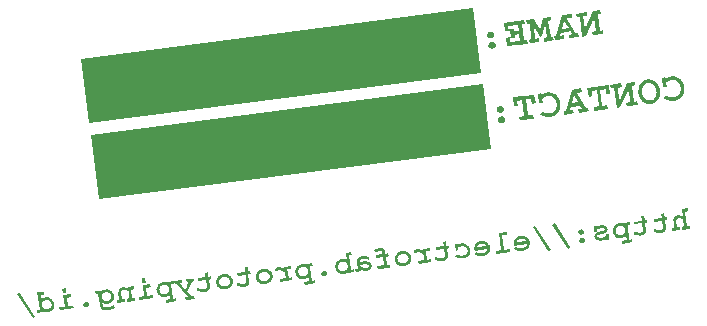
<source format=gbo>
G04*
G04 #@! TF.GenerationSoftware,Altium Limited,Altium Designer,23.3.1 (30)*
G04*
G04 Layer_Color=32896*
%FSLAX44Y44*%
%MOMM*%
G71*
G04*
G04 #@! TF.SameCoordinates,9821F40D-38B2-4F82-885C-9BFABF201401*
G04*
G04*
G04 #@! TF.FilePolarity,Positive*
G04*
G01*
G75*
G36*
X582290Y288341D02*
X579699Y288005D01*
X579682Y287996D01*
X579653Y287979D01*
X579639Y287928D01*
Y287928D01*
D01*
D01*
X581386Y274430D01*
X581412Y274385D01*
X581463Y274371D01*
D01*
X581463D01*
X584054Y274707D01*
X584457Y271591D01*
X575326Y270410D01*
X574923Y273526D01*
X578245Y273954D01*
X578291Y273981D01*
Y273981D01*
X578291D01*
X578299Y274010D01*
X578304Y274031D01*
Y274031D01*
Y274031D01*
X576878Y285049D01*
X576874Y285056D01*
X576875Y285063D01*
X576862Y285077D01*
X576852Y285094D01*
X576844Y285096D01*
X576839Y285102D01*
X576820Y285103D01*
X576801Y285108D01*
X576794Y285104D01*
X576786Y285104D01*
X576772Y285091D01*
X576756Y285082D01*
X576754Y285074D01*
X576748Y285069D01*
X569591Y269666D01*
X566617Y269283D01*
X564459Y285965D01*
X564432Y286011D01*
X564382Y286024D01*
X561759Y285685D01*
X561357Y288801D01*
X570384Y289969D01*
X570787Y286853D01*
X567599Y286441D01*
D01*
X567599D01*
X567554Y286415D01*
X567543Y286375D01*
X567540Y286364D01*
D01*
Y286364D01*
X568915Y275733D01*
X568919Y275725D01*
X568919Y275717D01*
X568932Y275703D01*
X568941Y275687D01*
X568949Y275685D01*
X568955Y275679D01*
X568974Y275678D01*
X568992Y275673D01*
X568999Y275678D01*
X569007Y275677D01*
X569021Y275690D01*
X569037Y275700D01*
X569039Y275708D01*
X569045Y275713D01*
X575734Y290661D01*
X581884Y291457D01*
X582290Y288341D01*
D02*
G37*
G36*
X540549Y282939D02*
X537996Y282607D01*
X537994Y282606D01*
X537993Y282606D01*
X537971Y282593D01*
X537950Y282581D01*
X537950Y282579D01*
X537948Y282578D01*
X537943Y282554D01*
X537936Y282530D01*
X537937Y282528D01*
X537937Y282527D01*
X540245Y269105D01*
X540258Y269084D01*
X540271Y269062D01*
X540272Y269062D01*
X540273Y269060D01*
X540298Y269055D01*
X540322Y269048D01*
X542172Y269288D01*
X542575Y266172D01*
X534216Y265087D01*
X533813Y268203D01*
X537069Y268625D01*
X537071Y268626D01*
X537073Y268625D01*
X537094Y268639D01*
X537115Y268651D01*
X537115Y268653D01*
X537117Y268654D01*
X537122Y268678D01*
X537129Y268702D01*
X537128Y268703D01*
X537128Y268705D01*
X535123Y279788D01*
X535116Y279799D01*
X535113Y279813D01*
X535102Y279821D01*
X535095Y279832D01*
X535081Y279835D01*
X535070Y279843D01*
X535057Y279841D01*
X535043Y279843D01*
X535032Y279836D01*
X535018Y279834D01*
X535010Y279822D01*
X534999Y279815D01*
X534996Y279802D01*
X534988Y279790D01*
X532756Y269416D01*
X530753Y269156D01*
X525828Y278502D01*
X525818Y278511D01*
X525812Y278522D01*
X525799Y278527D01*
X525788Y278536D01*
X525775Y278534D01*
X525762Y278538D01*
X525750Y278532D01*
X525736Y278531D01*
X525727Y278521D01*
X525715Y278514D01*
X525711Y278501D01*
X525702Y278490D01*
X525703Y278477D01*
X525699Y278464D01*
X526605Y267344D01*
X526606Y267342D01*
X526605Y267340D01*
X526618Y267319D01*
X526629Y267297D01*
X526631Y267296D01*
X526632Y267295D01*
X526656Y267288D01*
X526679Y267281D01*
X526681Y267281D01*
X526682Y267281D01*
X529866Y267693D01*
X530269Y264577D01*
X522082Y263519D01*
X521679Y266635D01*
X523468Y266864D01*
X523489Y266877D01*
X523512Y266889D01*
X523513Y266890D01*
X523514Y266890D01*
X523520Y266915D01*
X523528Y266939D01*
X522267Y280502D01*
X522266Y280503D01*
X522267Y280505D01*
X522254Y280527D01*
X522242Y280549D01*
X522241Y280549D01*
X522240Y280550D01*
X522216Y280557D01*
X522192Y280564D01*
X522191Y280564D01*
X522190Y280564D01*
X519533Y280218D01*
X519127Y283334D01*
X525833Y284201D01*
X530875Y274765D01*
X530877Y274763D01*
X530877Y274761D01*
X530897Y274747D01*
X530915Y274732D01*
X530918Y274732D01*
X530920Y274730D01*
X530944Y274735D01*
X530968Y274737D01*
X530969Y274739D01*
X530972Y274740D01*
X530986Y274759D01*
X531001Y274778D01*
X531001Y274780D01*
X531002Y274783D01*
X533307Y285171D01*
X540143Y286055D01*
X540549Y282939D01*
D02*
G37*
G36*
X518053Y280028D02*
X515430Y279689D01*
X515385Y279663D01*
X515371Y279612D01*
X517118Y266114D01*
X517133Y266088D01*
X517144Y266068D01*
X517144D01*
X517144Y266068D01*
X517181Y266058D01*
X517195Y266055D01*
X517195D01*
X517195D01*
X517195D01*
X519889Y266401D01*
X520292Y263285D01*
X502841Y261029D01*
X501915Y268203D01*
X505031Y268605D01*
X505546Y264615D01*
X505572Y264570D01*
X505622Y264556D01*
D01*
X505622D01*
X513980Y265638D01*
X514026Y265664D01*
X514040Y265715D01*
D01*
Y265715D01*
X513351Y271027D01*
X513336Y271053D01*
X513325Y271073D01*
X513324D01*
Y271073D01*
X513295Y271081D01*
X513274Y271087D01*
X513274D01*
X513274D01*
X513274D01*
X509567Y270608D01*
X509567Y270608D01*
D01*
X509560Y270604D01*
X509521Y270581D01*
Y270581D01*
X509521Y270581D01*
X509515Y270557D01*
X509507Y270531D01*
X509507Y270530D01*
D01*
X509798Y268294D01*
X506679Y267891D01*
X505684Y275582D01*
X508800Y275988D01*
X509094Y273752D01*
Y273752D01*
D01*
X509094Y273752D01*
X509107Y273730D01*
X509120Y273706D01*
X509120Y273706D01*
X509120Y273706D01*
X509146Y273699D01*
X509171Y273692D01*
X512878Y274171D01*
D01*
X512878D01*
X512895Y274181D01*
X512924Y274198D01*
X512937Y274248D01*
D01*
Y274248D01*
X512293Y279213D01*
X512293Y279213D01*
X512267Y279258D01*
X512216Y279272D01*
X503858Y278190D01*
X503813Y278164D01*
X503799Y278113D01*
X504328Y274020D01*
X501212Y273617D01*
X500268Y280895D01*
X517647Y283144D01*
X518053Y280028D01*
D02*
G37*
G36*
X489249Y273367D02*
X489315Y273354D01*
X489315Y273353D01*
X489381Y273340D01*
X489384Y273420D01*
D01*
X489381Y273340D01*
X489451Y273326D01*
X489451Y273325D01*
X489520Y273312D01*
X489520Y273311D01*
X489593Y273297D01*
X489604Y273405D01*
X489593Y273297D01*
X489665Y273282D01*
X489680Y273397D01*
X489680D01*
X489665Y273282D01*
X489742Y273267D01*
Y273267D01*
X489823Y273251D01*
X489844Y273373D01*
X489823Y273251D01*
X489908Y273234D01*
X489997Y273216D01*
Y273216D01*
X490091Y273197D01*
X490091Y273197D01*
X490189Y273178D01*
X490208Y273245D01*
X490189Y273178D01*
X490296Y273156D01*
X490296Y273156D01*
X490408Y273134D01*
X490438Y273215D01*
D01*
X490407Y273134D01*
X490526Y273110D01*
X490529Y273108D01*
X490529Y273108D01*
X490639Y273034D01*
X490677Y273116D01*
D01*
X490639Y273034D01*
X490754Y272956D01*
X490804Y273053D01*
X490754Y272956D01*
X490875Y272875D01*
X490875Y272875D01*
X490998Y272793D01*
X491123Y272709D01*
X491244Y272629D01*
X491315Y272717D01*
X491315D01*
X491244Y272629D01*
X491361Y272551D01*
X491396Y272590D01*
X491361Y272550D01*
X491474Y272474D01*
X491474Y272474D01*
X491507Y272452D01*
X491558Y272375D01*
X491558Y272375D01*
X491625Y272275D01*
X491625Y272275D01*
X491688Y272180D01*
X491778Y272251D01*
X491688Y272180D01*
X491748Y272090D01*
X491748Y272090D01*
X491803Y272007D01*
D01*
X491855Y271929D01*
X491961Y271996D01*
Y271996D01*
X491855Y271929D01*
X491907Y271851D01*
X492012Y271912D01*
X491907Y271851D01*
X491957Y271777D01*
X492058Y271830D01*
X491957Y271777D01*
X492007Y271702D01*
X492007Y271702D01*
X492054Y271630D01*
X492138Y271668D01*
D01*
X492054Y271630D01*
X492100Y271561D01*
X492101Y271558D01*
X492100Y271558D01*
X492117Y271473D01*
X492205Y271506D01*
Y271506D01*
X492117Y271473D01*
X492133Y271390D01*
X492133Y271389D01*
X492150Y271307D01*
X492149Y271307D01*
X492166Y271225D01*
X492284Y271256D01*
D01*
X492166Y271225D01*
X492183Y271140D01*
X492199Y271055D01*
X492218Y270962D01*
X492335Y270979D01*
X492341Y270940D01*
X492341Y270940D01*
X492341Y270933D01*
Y270933D01*
X492342Y270928D01*
Y270927D01*
X492343Y270922D01*
Y270922D01*
X492343Y270917D01*
X492343Y270917D01*
X492344Y270912D01*
Y270912D01*
X492345Y270906D01*
X492345Y270906D01*
X492345Y270901D01*
D01*
X492346Y270895D01*
D01*
X492346Y270890D01*
D01*
X492347Y270884D01*
D01*
X492347Y270879D01*
X492347Y270879D01*
X492348Y270873D01*
D01*
X492348Y270865D01*
X492348Y270865D01*
X492349Y270857D01*
X492349Y270857D01*
X492349Y270848D01*
D01*
X492350Y270840D01*
X492350Y270840D01*
X492351Y270831D01*
X492351Y270823D01*
D01*
X492351Y270814D01*
Y270814D01*
X492352Y270805D01*
Y270805D01*
X492352Y270797D01*
Y270797D01*
X492352Y270787D01*
D01*
X492353Y270778D01*
X492353Y270778D01*
X492353Y270770D01*
X492353Y270770D01*
X492353Y270760D01*
D01*
X492353Y270751D01*
D01*
X492353Y270742D01*
D01*
X492353Y270733D01*
Y270724D01*
X492353Y270715D01*
D01*
X492353Y270705D01*
D01*
X492353Y270696D01*
D01*
X492353Y270686D01*
X492353Y270686D01*
X492353Y270677D01*
Y270677D01*
X492352Y270668D01*
Y270668D01*
X492352Y270655D01*
Y270655D01*
X492351Y270642D01*
Y270642D01*
X492351Y270629D01*
X492350Y270616D01*
X492350Y270616D01*
X492350Y270603D01*
D01*
X492349Y270589D01*
D01*
X492348Y270576D01*
D01*
X492347Y270563D01*
D01*
X492346Y270549D01*
Y270549D01*
X492345Y270536D01*
Y270536D01*
X492343Y270519D01*
Y270519D01*
X492341Y270502D01*
D01*
X492340Y270485D01*
D01*
X492338Y270468D01*
Y270468D01*
X492336Y270450D01*
D01*
X492333Y270433D01*
X492333Y270433D01*
X492331Y270412D01*
X492327Y270390D01*
Y270390D01*
X492324Y270369D01*
Y270369D01*
X492321Y270348D01*
X492321Y270347D01*
X492317Y270322D01*
X492317Y270322D01*
X492312Y270296D01*
Y270296D01*
X492307Y270271D01*
D01*
X492301Y270241D01*
X492294Y270208D01*
Y270207D01*
X492286Y270174D01*
Y270174D01*
X492278Y270136D01*
X492267Y270095D01*
X492154Y270124D01*
X492144Y270076D01*
X492144Y270076D01*
X492133Y270019D01*
X492176Y270006D01*
X492133Y270019D01*
X492118Y269945D01*
X492119Y269945D01*
X492096Y269833D01*
X492180Y269802D01*
X492180Y269802D01*
X492097Y269833D01*
X492075Y269723D01*
X491644Y269078D01*
X491644Y269078D01*
X491429Y268756D01*
X491214Y268613D01*
X491283Y268531D01*
X491283D01*
X491214Y268612D01*
X491107Y268541D01*
X491180Y268447D01*
D01*
X491107Y268541D01*
X491025Y268486D01*
X491097Y268386D01*
X491097D01*
X491025Y268486D01*
X490955Y268439D01*
X490893Y268398D01*
X490961Y268292D01*
X490960D01*
X490893Y268398D01*
X490834Y268358D01*
X490834Y268358D01*
X490780Y268322D01*
X490780Y268322D01*
X490729Y268288D01*
X490785Y268186D01*
X490785D01*
X490729Y268288D01*
X490682Y268256D01*
X490682Y268256D01*
X490634Y268224D01*
X490680Y268136D01*
X490631Y268112D01*
D01*
X490584Y268089D01*
D01*
X490539Y268068D01*
D01*
X490496Y268049D01*
X490450Y268029D01*
D01*
X490411Y268013D01*
X490370Y267997D01*
X490330Y267981D01*
D01*
X490287Y267965D01*
X490287Y267965D01*
X490246Y267950D01*
D01*
X490209Y267938D01*
D01*
X490173Y267926D01*
X490173D01*
X490136Y267914D01*
X490136D01*
X490098Y267902D01*
D01*
X490060Y267890D01*
X490060D01*
X490022Y267879D01*
X490022D01*
X489984Y267869D01*
X489944Y267858D01*
X489905Y267848D01*
X489905D01*
X489865Y267838D01*
X489865D01*
X489831Y267830D01*
D01*
X489798Y267822D01*
D01*
X489764Y267815D01*
X489730Y267807D01*
D01*
X489695Y267800D01*
X489695Y267800D01*
X489660Y267793D01*
X489660D01*
X489625Y267787D01*
X489625D01*
X489590Y267780D01*
X489590D01*
X489553Y267774D01*
X489553Y267774D01*
X489518Y267768D01*
X489518D01*
X489481Y267763D01*
D01*
X489445Y267757D01*
D01*
X489408Y267752D01*
X489408D01*
X489379Y267748D01*
X489364Y267860D01*
X489266Y267841D01*
X489266Y267841D01*
X489169Y267822D01*
X489176Y267726D01*
X489176D01*
X489169Y267822D01*
X489072Y267803D01*
X489076Y267720D01*
X489072Y267803D01*
X488970Y267783D01*
Y267784D01*
X488904Y267771D01*
X488862Y267779D01*
X488862Y267717D01*
X488862Y267779D01*
X488757Y267800D01*
X488753Y267719D01*
D01*
X488757Y267801D01*
X488648Y267822D01*
X488648Y267823D01*
X488536Y267845D01*
X488536Y267845D01*
X488426Y267867D01*
Y267867D01*
X488312Y267890D01*
X488291Y267767D01*
X488312Y267890D01*
X488200Y267912D01*
X488195Y267891D01*
X488200Y267912D01*
X488088Y267934D01*
X488059Y267815D01*
X488059D01*
X488088Y267934D01*
X487977Y267956D01*
X487946Y267845D01*
X487977Y267957D01*
X487867Y267979D01*
X487867Y267979D01*
X487760Y268000D01*
X487729Y267915D01*
X487729D01*
X487760Y268000D01*
X487654Y268022D01*
X487654Y268022D01*
X487621Y268029D01*
X487558Y268070D01*
X487558Y268071D01*
X487473Y268128D01*
X487473Y268128D01*
X487390Y268184D01*
X487339Y268087D01*
X487390Y268184D01*
X487311Y268237D01*
X487311Y268237D01*
X487232Y268290D01*
X487232Y268290D01*
X487155Y268341D01*
X487081Y268391D01*
X487010Y268288D01*
X487081Y268391D01*
X487008Y268440D01*
D01*
X486935Y268488D01*
X486863Y268398D01*
X486935Y268488D01*
X486862Y268537D01*
X486843Y268515D01*
X486862Y268538D01*
X486788Y268587D01*
X486725Y268516D01*
X486788Y268587D01*
X486715Y268636D01*
X486659Y268578D01*
X486715Y268637D01*
X486664Y268670D01*
X486648Y268694D01*
X486649Y268694D01*
X486600Y268768D01*
X486600Y268768D01*
X486549Y268845D01*
X486549Y268845D01*
X486498Y268920D01*
X486498Y268921D01*
X486446Y268999D01*
X486348Y268927D01*
X486446Y268999D01*
X486389Y269084D01*
D01*
X486328Y269176D01*
X486222Y269111D01*
Y269111D01*
X486328Y269176D01*
X486259Y269279D01*
X486156Y269222D01*
X486259Y269279D01*
X486173Y269408D01*
X486082Y269365D01*
Y269365D01*
X486173Y269409D01*
X486101Y269517D01*
X486069Y269674D01*
X486070Y269674D01*
X485991Y270067D01*
X485878Y270048D01*
X485991Y270067D01*
X485974Y270154D01*
X485974Y270154D01*
X485963Y270205D01*
X485850Y270194D01*
X485963Y270205D01*
X485953Y270255D01*
X485953Y270255D01*
X485942Y270309D01*
X485842Y270303D01*
X485942Y270309D01*
X485931Y270363D01*
X485840Y270360D01*
D01*
X485931Y270363D01*
X485919Y270422D01*
X485839Y270421D01*
X485919Y270422D01*
X485912Y270455D01*
X485919Y270485D01*
X485918D01*
X485932Y270553D01*
X485840Y270557D01*
X485931Y270553D01*
X485945Y270624D01*
X485860Y270630D01*
X485945Y270624D01*
X485961Y270703D01*
X485961Y270703D01*
X485978Y270790D01*
X485978D01*
X485998Y270889D01*
X486021Y271008D01*
D01*
X486051Y271157D01*
X486051Y271157D01*
X486093Y271372D01*
X486093Y271372D01*
X486115Y271483D01*
X486267Y271709D01*
X486167Y271763D01*
X486267Y271709D01*
X486506Y272068D01*
X486410Y272141D01*
Y272141D01*
X486506Y272068D01*
X486647Y272279D01*
X486578Y272341D01*
X486647Y272279D01*
X486727Y272400D01*
X486755Y272418D01*
X486754Y272419D01*
X486869Y272495D01*
X486805Y272567D01*
X486805D01*
X486869Y272495D01*
X486964Y272559D01*
X486894Y272644D01*
D01*
X486964Y272559D01*
X487047Y272615D01*
X487047Y272615D01*
X487123Y272666D01*
X487051Y272766D01*
D01*
X487123Y272665D01*
X487192Y272711D01*
X487121Y272815D01*
X487121D01*
X487192Y272711D01*
X487253Y272752D01*
D01*
X487310Y272791D01*
X487246Y272896D01*
D01*
X487310Y272791D01*
X487364Y272827D01*
X487304Y272931D01*
X487364Y272827D01*
X487419Y272863D01*
X487419Y272863D01*
X487470Y272897D01*
X487418Y272995D01*
X487470Y272898D01*
X487517Y272929D01*
X487470Y273022D01*
X487517Y272929D01*
X487565Y272962D01*
X487525Y273044D01*
X487573Y273067D01*
X487624Y273090D01*
D01*
X487673Y273111D01*
X487673D01*
X487719Y273130D01*
X487765Y273149D01*
X487813Y273167D01*
X487860Y273185D01*
D01*
X487902Y273200D01*
X487902D01*
X487946Y273215D01*
D01*
X487990Y273229D01*
D01*
X488034Y273243D01*
X488034Y273243D01*
X488078Y273256D01*
X488123Y273269D01*
X488123D01*
X488163Y273281D01*
X488203Y273291D01*
X488244Y273301D01*
D01*
X488284Y273311D01*
X488284D01*
X488326Y273321D01*
X488367Y273330D01*
D01*
X488410Y273339D01*
X488410D01*
X488452Y273347D01*
X488452D01*
X488495Y273355D01*
X488538Y273363D01*
X488538D01*
X488575Y273369D01*
D01*
X488613Y273375D01*
X488613Y273375D01*
X488650Y273380D01*
X488650D01*
X488689Y273386D01*
X488689D01*
X488714Y273389D01*
D01*
X488774Y273396D01*
X488826Y273402D01*
X488885Y273408D01*
X488885D01*
X488945Y273412D01*
X488945Y273412D01*
X489002Y273416D01*
X489002D01*
X489061Y273419D01*
X489061D01*
X489124Y273421D01*
X489124D01*
X489188Y273422D01*
D01*
X489250Y273422D01*
X489249Y273367D01*
D02*
G37*
G36*
X558185Y285223D02*
X553953Y284674D01*
X553941Y284667D01*
X553927Y284665D01*
X553919Y284654D01*
X553908Y284648D01*
X553904Y284634D01*
X553896Y284623D01*
X553898Y284610D01*
X553894Y284597D01*
X553901Y284585D01*
X553903Y284571D01*
X561348Y271810D01*
X561358Y271802D01*
X561365Y271791D01*
X561379Y271787D01*
X561390Y271779D01*
X561403Y271780D01*
X561416Y271777D01*
X563411Y272037D01*
X563814Y268921D01*
X555627Y267860D01*
X555224Y270976D01*
X558164Y271357D01*
X558176Y271364D01*
X558190Y271366D01*
X558198Y271376D01*
X558209Y271383D01*
X558213Y271396D01*
X558221Y271408D01*
X558219Y271421D01*
X558223Y271434D01*
X558216Y271446D01*
X558214Y271460D01*
X556895Y273709D01*
X556884Y273717D01*
X556877Y273729D01*
X556864Y273732D01*
X556853Y273741D01*
X556840Y273739D01*
X556827Y273743D01*
X548710Y272692D01*
X548698Y272685D01*
X548685Y272684D01*
X548676Y272673D01*
X548664Y272666D01*
X548661Y272653D01*
X548653Y272642D01*
X547946Y270131D01*
X547948Y270117D01*
X547944Y270103D01*
X547951Y270092D01*
X547953Y270079D01*
X547964Y270070D01*
X547971Y270058D01*
X547983Y270054D01*
X547994Y270046D01*
X548008Y270048D01*
X548021Y270044D01*
X550857Y270411D01*
X551260Y267295D01*
X543249Y266258D01*
X542846Y269374D01*
X544735Y269617D01*
X544747Y269624D01*
X544760Y269626D01*
X544768Y269636D01*
X544780Y269643D01*
X544784Y269656D01*
X544792Y269667D01*
X549469Y287262D01*
X557782Y288339D01*
X558185Y285223D01*
D02*
G37*
G36*
X490431Y264679D02*
X490430Y264614D01*
X490496Y264601D01*
X490496Y264601D01*
X490560Y264588D01*
X490560Y264587D01*
X490630Y264574D01*
X490637Y264671D01*
X490637D01*
X490630Y264573D01*
X490698Y264560D01*
X490708Y264665D01*
D01*
X490698Y264559D01*
X490771Y264545D01*
Y264545D01*
X490848Y264530D01*
X490865Y264648D01*
D01*
X490848Y264530D01*
X490924Y264514D01*
Y264514D01*
X491005Y264498D01*
Y264498D01*
X491089Y264482D01*
X491178Y264464D01*
X491188Y264504D01*
X491178Y264464D01*
X491271Y264445D01*
X491303Y264559D01*
X491271Y264445D01*
X491374Y264425D01*
X491406Y264529D01*
X491374Y264425D01*
X491486Y264402D01*
X491486Y264402D01*
X491602Y264379D01*
X491630Y264450D01*
X491630D01*
X491602Y264378D01*
X491658Y264367D01*
X491722Y264324D01*
X491722Y264324D01*
X491838Y264246D01*
X491884Y264337D01*
X491884D01*
X491838Y264246D01*
X491960Y264164D01*
X491960Y264164D01*
X492088Y264079D01*
X492154Y264185D01*
D01*
X492088Y264079D01*
X492217Y263993D01*
X492289Y264094D01*
X492217Y263992D01*
X492346Y263907D01*
X492345Y263907D01*
X492474Y263821D01*
X492473Y263821D01*
X492595Y263740D01*
X492647Y263794D01*
X492647D01*
X492594Y263739D01*
X492638Y263710D01*
X492687Y263636D01*
X492687Y263636D01*
X492759Y263528D01*
X492759Y263528D01*
X492825Y263430D01*
X492825Y263429D01*
X492887Y263336D01*
X492987Y263408D01*
X492887Y263336D01*
X492944Y263250D01*
X493049Y263320D01*
Y263320D01*
X492944Y263250D01*
X492999Y263168D01*
D01*
X493051Y263090D01*
X493155Y263149D01*
D01*
X493051Y263090D01*
X493103Y263012D01*
X493103Y263012D01*
X493153Y262937D01*
X493153Y262937D01*
X493203Y262862D01*
X493283Y262897D01*
X493203Y262861D01*
X493233Y262816D01*
X493240Y262785D01*
X493239Y262784D01*
X493256Y262700D01*
X493257Y262701D01*
X493256Y262700D01*
X493272Y262617D01*
X493376Y262651D01*
X493272Y262617D01*
X493288Y262535D01*
X493401Y262567D01*
Y262567D01*
X493288Y262535D01*
X493304Y262453D01*
X493304D01*
X493321Y262368D01*
X493339Y262279D01*
X493358Y262186D01*
X493473Y262201D01*
X493474Y262197D01*
X493474Y262197D01*
X493475Y262189D01*
X493475Y262189D01*
X493475Y262189D01*
X493476Y262183D01*
D01*
X493476Y262179D01*
X493477Y262174D01*
Y262174D01*
X493477Y262168D01*
D01*
X493478Y262163D01*
Y262163D01*
X493479Y262157D01*
D01*
X493479Y262152D01*
Y262152D01*
X493480Y262146D01*
D01*
X493480Y262141D01*
D01*
X493480Y262135D01*
D01*
X493481Y262130D01*
X493481Y262130D01*
X493481Y262125D01*
X493482Y262119D01*
Y262119D01*
X493483Y262110D01*
D01*
X493483Y262102D01*
Y262102D01*
X493484Y262094D01*
X493484Y262085D01*
D01*
X493484Y262076D01*
Y262076D01*
X493485Y262068D01*
Y262068D01*
X493485Y262059D01*
X493485Y262059D01*
X493486Y262050D01*
X493486Y262050D01*
X493486Y262041D01*
Y262041D01*
X493486Y262032D01*
Y262032D01*
X493486Y262024D01*
X493486Y262024D01*
X493487Y262014D01*
D01*
X493487Y262005D01*
D01*
X493487Y261996D01*
D01*
X493487Y261987D01*
X493487Y261978D01*
D01*
X493487Y261969D01*
D01*
X493487Y261959D01*
D01*
X493486Y261950D01*
X493486Y261950D01*
X493486Y261940D01*
D01*
X493486Y261931D01*
X493486Y261931D01*
X493486Y261922D01*
X493486Y261921D01*
X493485Y261909D01*
X493485Y261909D01*
X493485Y261896D01*
Y261896D01*
X493484Y261883D01*
X493483Y261870D01*
D01*
X493483Y261857D01*
X493483Y261857D01*
X493482Y261843D01*
X493482Y261843D01*
X493481Y261831D01*
X493480Y261817D01*
D01*
X493479Y261804D01*
X493479Y261804D01*
X493478Y261790D01*
X493478Y261790D01*
X493476Y261777D01*
X493476Y261777D01*
X493475Y261759D01*
D01*
X493473Y261742D01*
Y261742D01*
X493471Y261725D01*
X493469Y261708D01*
D01*
X493467Y261691D01*
X493466Y261691D01*
X493464Y261672D01*
Y261672D01*
X493461Y261651D01*
Y261651D01*
X493458Y261630D01*
X493455Y261609D01*
X493451Y261587D01*
D01*
X493446Y261561D01*
D01*
X493442Y261536D01*
D01*
X493436Y261506D01*
X493429Y261477D01*
X493422Y261444D01*
D01*
X493413Y261406D01*
X493403Y261365D01*
D01*
X493391Y261318D01*
X493280Y261349D01*
X493270Y261296D01*
X493380Y261263D01*
Y261263D01*
X493270Y261296D01*
X493257Y261230D01*
X493257Y261230D01*
X493239Y261139D01*
X493330Y261107D01*
D01*
X493239Y261139D01*
X493209Y260984D01*
X493201Y260973D01*
X493267Y260945D01*
X493201Y260973D01*
X492858Y260458D01*
X492858D01*
X492561Y260014D01*
X492290Y259833D01*
X492361Y259744D01*
X492290Y259832D01*
X492195Y259769D01*
X492195Y259769D01*
X492117Y259716D01*
X492117Y259716D01*
X492050Y259672D01*
X492074Y259636D01*
X492050Y259672D01*
X491992Y259633D01*
X491937Y259597D01*
X492000Y259492D01*
D01*
X491937Y259597D01*
X491887Y259563D01*
X491887Y259563D01*
X491836Y259529D01*
X491890Y259429D01*
X491836Y259529D01*
X491789Y259497D01*
X491836Y259406D01*
X491788Y259382D01*
D01*
X491741Y259358D01*
X491693Y259335D01*
D01*
X491648Y259315D01*
X491604Y259296D01*
D01*
X491558Y259276D01*
X491558Y259276D01*
X491518Y259260D01*
X491518D01*
X491477Y259244D01*
X491435Y259228D01*
X491435D01*
X491394Y259214D01*
D01*
X491352Y259199D01*
D01*
X491315Y259186D01*
D01*
X491278Y259174D01*
D01*
X491240Y259162D01*
X491240Y259162D01*
X491203Y259151D01*
X491203Y259151D01*
X491165Y259139D01*
X491126Y259128D01*
X491088Y259118D01*
X491088D01*
X491048Y259107D01*
X491048Y259107D01*
X491009Y259098D01*
X490975Y259090D01*
X490941Y259082D01*
X490941Y259081D01*
X490907Y259074D01*
D01*
X490873Y259067D01*
D01*
X490839Y259060D01*
X490839D01*
X490804Y259053D01*
X490804D01*
X490769Y259046D01*
X490733Y259039D01*
X490733Y259039D01*
X490698Y259033D01*
X490698D01*
X490662Y259027D01*
X490662D01*
X490626Y259021D01*
X490626D01*
X490589Y259016D01*
D01*
X490553Y259011D01*
X490553Y259010D01*
X490516Y259006D01*
D01*
X490509Y259004D01*
X490508Y259004D01*
X490494Y259117D01*
X490396Y259097D01*
X490407Y258990D01*
X490396Y259098D01*
X490299Y259078D01*
X490303Y259021D01*
X490299Y259079D01*
X490202Y259059D01*
X490206Y258977D01*
X490202Y259060D01*
X490100Y259039D01*
Y259040D01*
X490035Y259027D01*
X489992Y259035D01*
Y259036D01*
X489882Y259058D01*
X489878Y258976D01*
X489882Y259059D01*
X489768Y259081D01*
X489768Y259081D01*
X489657Y259104D01*
X489644Y258993D01*
X489644D01*
X489657Y259104D01*
X489542Y259127D01*
Y259127D01*
X489428Y259149D01*
X489406Y259026D01*
X489406D01*
X489428Y259149D01*
X489316Y259172D01*
D01*
X489205Y259194D01*
X489189Y259134D01*
X489205Y259194D01*
X489094Y259216D01*
X489062Y259106D01*
X489062D01*
X489094Y259216D01*
X488983Y259238D01*
X488951Y259141D01*
X488983Y259238D01*
X488872Y259261D01*
X488872Y259261D01*
X488765Y259282D01*
X488739Y259219D01*
X488739D01*
X488765Y259283D01*
X488753Y259285D01*
X488673Y259338D01*
X488673Y259339D01*
X488588Y259396D01*
X488545Y259306D01*
D01*
X488588Y259396D01*
X488505Y259452D01*
X488505Y259452D01*
X488426Y259505D01*
X488367Y259401D01*
X488426Y259505D01*
X488348Y259557D01*
X488348Y259557D01*
X488271Y259609D01*
X488201Y259504D01*
X488201D01*
X488271Y259609D01*
X488197Y259658D01*
X488124Y259707D01*
X488051Y259611D01*
X488051D01*
X488124Y259707D01*
X488051Y259756D01*
X487980Y259667D01*
X488051Y259756D01*
X487977Y259805D01*
X487978Y259805D01*
X487904Y259854D01*
X487904Y259854D01*
X487830Y259904D01*
X487777Y259849D01*
X487777D01*
X487831Y259904D01*
X487797Y259927D01*
X487770Y259967D01*
X487713Y259913D01*
Y259913D01*
X487770Y259967D01*
X487721Y260041D01*
X487721Y260041D01*
X487673Y260114D01*
X487673Y260114D01*
X487623Y260189D01*
X487532Y260117D01*
Y260117D01*
X487623Y260189D01*
X487570Y260268D01*
X487544Y260248D01*
X487570Y260268D01*
X487516Y260349D01*
X487412Y260279D01*
Y260279D01*
X487516Y260349D01*
X487457Y260438D01*
X487391Y260537D01*
X487287Y260480D01*
D01*
X487391Y260537D01*
X487312Y260655D01*
X487220Y260611D01*
D01*
X487312Y260655D01*
X487234Y260772D01*
X487219Y260849D01*
X487219Y260849D01*
X487113Y261379D01*
X486997Y261362D01*
X486992Y261395D01*
X487108Y261409D01*
X487097Y261462D01*
X487097Y261462D01*
X487086Y261516D01*
X486994Y261508D01*
X487086Y261516D01*
X487075Y261570D01*
X486975Y261564D01*
Y261564D01*
X487075Y261570D01*
X487063Y261628D01*
X486973Y261625D01*
X487063Y261628D01*
X487051Y261691D01*
X487050D01*
X487045Y261717D01*
X487053Y261759D01*
X487053D01*
X487067Y261831D01*
X486973Y261835D01*
X487067Y261831D01*
X487082Y261906D01*
X486996Y261912D01*
X487081Y261906D01*
X487098Y261989D01*
X487098D01*
X487117Y262084D01*
X487117D01*
X487139Y262195D01*
X487139D01*
X487166Y262331D01*
X487046Y262360D01*
Y262360D01*
X487166Y262331D01*
X487202Y262514D01*
X487202Y262514D01*
X487248Y262744D01*
X487292Y262810D01*
X487282Y262814D01*
X487291Y262810D01*
X487564Y263218D01*
X487563D01*
X487737Y263477D01*
X487736Y263477D01*
X487845Y263639D01*
X487797Y263685D01*
X487844Y263639D01*
X487858Y263659D01*
X487964Y263730D01*
X487903Y263796D01*
X487903D01*
X487964Y263730D01*
X488062Y263796D01*
X488048Y263813D01*
X488062Y263796D01*
X488149Y263855D01*
X488078Y263946D01*
X488078D01*
X488149Y263855D01*
X488225Y263905D01*
D01*
X488293Y263951D01*
X488222Y264054D01*
X488222D01*
X488293Y263951D01*
X488358Y263994D01*
D01*
X488419Y264035D01*
X488419Y264035D01*
X488477Y264074D01*
X488416Y264179D01*
X488416D01*
X488477Y264074D01*
X488532Y264110D01*
X488532Y264110D01*
X488582Y264144D01*
X488530Y264243D01*
X488530D01*
X488582Y264144D01*
X488634Y264179D01*
X488586Y264273D01*
X488634Y264179D01*
X488682Y264211D01*
X488681Y264211D01*
X488730Y264244D01*
X488694Y264320D01*
X488743Y264343D01*
X488794Y264365D01*
D01*
X488838Y264384D01*
X488838D01*
X488885Y264403D01*
X488932Y264421D01*
X488979Y264439D01*
X489021Y264454D01*
X489021D01*
X489064Y264469D01*
X489064D01*
X489109Y264483D01*
D01*
X489152Y264497D01*
X489197Y264511D01*
X489241Y264523D01*
D01*
X489282Y264535D01*
D01*
X489321Y264545D01*
X489321D01*
X489362Y264555D01*
D01*
X489403Y264565D01*
D01*
X489445Y264575D01*
X489485Y264584D01*
D01*
X489528Y264593D01*
X489570Y264601D01*
X489570D01*
X489613Y264610D01*
D01*
X489655Y264617D01*
X489692Y264623D01*
X489730Y264629D01*
D01*
X489768Y264635D01*
D01*
X489806Y264641D01*
X489806D01*
X489843Y264646D01*
X489844D01*
X489904Y264653D01*
D01*
X489957Y264659D01*
D01*
X490011Y264664D01*
D01*
X490069Y264669D01*
X490128Y264673D01*
D01*
X490185Y264676D01*
D01*
X490244Y264678D01*
X490306Y264679D01*
D01*
X490369Y264680D01*
X490431Y264679D01*
D02*
G37*
G36*
X643512Y235658D02*
X643733Y235629D01*
X643733Y235628D01*
X643967Y235597D01*
X643971Y235691D01*
X643967Y235597D01*
X644213Y235565D01*
X644220Y235657D01*
X644213Y235564D01*
X644488Y235528D01*
D01*
X644776Y235490D01*
X645107Y235447D01*
X645128Y235561D01*
X645128D01*
X645107Y235447D01*
X645498Y235395D01*
X645509Y235449D01*
X645498Y235395D01*
X645880Y235345D01*
X645986Y235301D01*
X645985Y235300D01*
X646798Y234963D01*
X646798Y234963D01*
X648033Y234452D01*
X648498Y234095D01*
X648557Y234184D01*
X648557Y234184D01*
X648498Y234095D01*
X648942Y233755D01*
X649293Y233485D01*
X649367Y233573D01*
X649294Y233485D01*
X649600Y233250D01*
X649601Y233250D01*
X649887Y233030D01*
X649920Y233064D01*
X649887Y233031D01*
X649922Y233004D01*
X650098Y232775D01*
X650153Y232826D01*
X650099Y232775D01*
X650283Y232535D01*
X650283Y232535D01*
X650458Y232308D01*
X650547Y232382D01*
Y232382D01*
X650458Y232308D01*
X650624Y232091D01*
X650781Y231886D01*
X650814Y231910D01*
X650781Y231886D01*
X650939Y231680D01*
X651035Y231747D01*
Y231747D01*
X650939Y231680D01*
X651089Y231484D01*
X651090Y231485D01*
X651241Y231287D01*
X651241Y231288D01*
X651385Y231101D01*
X651435Y231131D01*
X651385Y231101D01*
X651490Y230965D01*
X651515Y230904D01*
X651555Y230927D01*
X651516Y230905D01*
X651607Y230685D01*
X651608Y230685D01*
X651693Y230479D01*
X651775Y230521D01*
X651693Y230479D01*
X651778Y230273D01*
X651778Y230273D01*
X651864Y230067D01*
X651972Y230116D01*
Y230116D01*
X651864Y230067D01*
X651944Y229874D01*
X651944Y229874D01*
X652024Y229681D01*
X652024D01*
X652105Y229486D01*
X652105Y229486D01*
X652186Y229290D01*
X652293Y229330D01*
X652361Y229143D01*
X652425Y228954D01*
X652487Y228763D01*
X652546Y228570D01*
X652602Y228374D01*
D01*
X652654Y228177D01*
Y228177D01*
X652704Y227977D01*
X652747Y227793D01*
X652787Y227606D01*
X652825Y227419D01*
X652860Y227229D01*
X652892Y227038D01*
Y227038D01*
X652922Y226845D01*
X652949Y226651D01*
X652951Y226633D01*
D01*
X652960Y226561D01*
D01*
X652967Y226501D01*
Y226500D01*
X652974Y226439D01*
X652974Y226439D01*
X652981Y226378D01*
Y226378D01*
X652988Y226304D01*
D01*
X652996Y226229D01*
X652996Y226229D01*
X653002Y226154D01*
Y226154D01*
X653008Y226077D01*
X653008Y226077D01*
X653015Y225989D01*
Y225989D01*
X653021Y225898D01*
Y225898D01*
X653027Y225796D01*
Y225796D01*
X653033Y225691D01*
X653038Y225573D01*
X653042Y225439D01*
X653042Y225439D01*
X653045Y225280D01*
Y225280D01*
X653046Y225076D01*
X653029Y225076D01*
X652991Y224789D01*
X653039Y224788D01*
X652992Y224789D01*
X652809Y223397D01*
D01*
X652775Y223137D01*
X652894Y223118D01*
Y223118D01*
X652775Y223137D01*
X652746Y222919D01*
X652855Y222900D01*
X652817Y222695D01*
X652782Y222520D01*
X652744Y222344D01*
X652707Y222183D01*
D01*
X652671Y222035D01*
Y222035D01*
X652633Y221889D01*
D01*
X652593Y221742D01*
X652556Y221611D01*
D01*
X652516Y221479D01*
D01*
X652476Y221348D01*
X652476Y221348D01*
X652433Y221216D01*
D01*
X652389Y221086D01*
X652343Y220955D01*
X652295Y220825D01*
X652245Y220696D01*
D01*
X652200Y220580D01*
D01*
X652153Y220466D01*
Y220466D01*
X652104Y220352D01*
X652054Y220238D01*
Y220238D01*
X652003Y220124D01*
X651951Y220012D01*
X651889Y219885D01*
X651827Y219760D01*
D01*
X651762Y219635D01*
D01*
X651694Y219510D01*
D01*
X651626Y219387D01*
D01*
X651555Y219264D01*
D01*
X651482Y219143D01*
X651400Y219009D01*
X651314Y218876D01*
X651232Y218929D01*
X651137Y218804D01*
X651229Y218742D01*
Y218741D01*
X651136Y218804D01*
X651031Y218667D01*
X651061Y218646D01*
X651031Y218667D01*
X650926Y218530D01*
X650810Y218380D01*
X650685Y218216D01*
X650779Y218140D01*
Y218140D01*
X650685Y218216D01*
X650540Y218027D01*
X650539Y218027D01*
X650363Y217797D01*
X650428Y217738D01*
X650428Y217738D01*
X650363Y217797D01*
X650161Y217534D01*
X650100Y217487D01*
X650100Y217488D01*
X648923Y216585D01*
X648986Y216492D01*
D01*
X648923Y216585D01*
X648704Y216416D01*
X648713Y216402D01*
X648704Y216416D01*
X648523Y216277D01*
X648523Y216277D01*
X648428Y216204D01*
X648358Y216175D01*
X648388Y216120D01*
D01*
X648358Y216174D01*
X648192Y216105D01*
X648193Y216105D01*
X648043Y216043D01*
X648043Y216043D01*
X647892Y215980D01*
X647938Y215888D01*
X647805Y215824D01*
X647671Y215762D01*
X647552Y215709D01*
X647431Y215657D01*
D01*
X647307Y215606D01*
D01*
X647201Y215564D01*
D01*
X647093Y215523D01*
X647093Y215523D01*
X646984Y215483D01*
D01*
X646875Y215444D01*
X646875D01*
X646763Y215406D01*
X646651Y215369D01*
X646556Y215339D01*
X646556Y215339D01*
X646461Y215310D01*
X646461D01*
X646364Y215281D01*
X646364Y215281D01*
X646267Y215254D01*
D01*
X646169Y215227D01*
D01*
X646070Y215200D01*
X646070Y215200D01*
X645970Y215175D01*
X645869Y215150D01*
D01*
X645768Y215126D01*
X645768D01*
X645665Y215103D01*
X645665Y215103D01*
X645562Y215081D01*
X645458Y215060D01*
X645458D01*
X645374Y215043D01*
X645374D01*
X645289Y215027D01*
X645289Y215027D01*
X645204Y215012D01*
X645204D01*
X645118Y214996D01*
D01*
X645032Y214982D01*
D01*
X644946Y214968D01*
X644858Y214955D01*
D01*
X644770Y214942D01*
X644770Y214942D01*
X644682Y214930D01*
X644681D01*
X644615Y214921D01*
D01*
X644606Y214920D01*
X644606Y214920D01*
X644606Y214920D01*
X644602Y214919D01*
X644602Y214919D01*
X644598Y214919D01*
X644598Y214919D01*
X644598Y214919D01*
X644594Y214918D01*
D01*
X644590Y214918D01*
X644590Y214918D01*
X644586Y214918D01*
X644582Y214917D01*
X644582Y214917D01*
X644581Y214917D01*
X644577Y214916D01*
D01*
X644574Y214916D01*
D01*
X644569Y214916D01*
X644569Y214915D01*
X644569Y214916D01*
X644565Y214915D01*
X644565D01*
X644561Y214914D01*
X644561Y214914D01*
X644556Y214914D01*
X644556Y214914D01*
X644552Y214914D01*
X644552Y214914D01*
X644552Y214914D01*
X644544Y214912D01*
X644543D01*
X644535Y214911D01*
D01*
X644526Y214911D01*
D01*
X644517Y214910D01*
X644517Y214910D01*
X644508Y214909D01*
D01*
X644499Y214908D01*
D01*
X644490Y214907D01*
X644481Y214906D01*
D01*
X644472Y214905D01*
D01*
X644463Y214904D01*
D01*
X644454Y214903D01*
D01*
X644444Y214902D01*
D01*
X644435Y214902D01*
X644435Y214902D01*
X644435Y214902D01*
X644425Y214901D01*
X644425Y214901D01*
X644416Y214900D01*
D01*
X644406Y214899D01*
X644406Y214899D01*
X644406Y214899D01*
X644396Y214898D01*
X644396D01*
X644387Y214897D01*
X644386Y214897D01*
X644386Y214897D01*
X644377Y214896D01*
X644377D01*
X644367Y214896D01*
D01*
X644357Y214895D01*
X644357D01*
X644347Y214894D01*
D01*
X644337Y214893D01*
X644336D01*
X644326Y214893D01*
D01*
X644316Y214892D01*
X644306Y214891D01*
X644306Y214891D01*
X644295Y214890D01*
D01*
X644285Y214890D01*
X644274Y214889D01*
X644274D01*
X644264Y214888D01*
X644264D01*
X644253Y214888D01*
D01*
X644242Y214887D01*
D01*
X644232Y214886D01*
X644232Y214886D01*
X644221Y214885D01*
D01*
X644210Y214885D01*
D01*
X644199Y214884D01*
X644199D01*
X644188Y214883D01*
X644188D01*
X644177Y214883D01*
D01*
X644166Y214882D01*
D01*
X644155Y214882D01*
X644154D01*
X644143Y214881D01*
D01*
X644132Y214881D01*
X644132Y214881D01*
X644121Y214880D01*
D01*
X644109Y214879D01*
X644109D01*
X644098Y214879D01*
X644086Y214878D01*
D01*
X644074Y214878D01*
X644074D01*
X644063Y214877D01*
X644063Y214877D01*
X644051Y214877D01*
X644039Y214876D01*
D01*
X644021Y214876D01*
X644021D01*
X644003Y214875D01*
X643985Y214874D01*
X643985D01*
X643967Y214874D01*
D01*
X643949Y214873D01*
D01*
X643930Y214873D01*
D01*
X643912Y214872D01*
D01*
X643893Y214872D01*
D01*
X643874Y214871D01*
X643855Y214871D01*
D01*
X643836Y214870D01*
D01*
X643817Y214870D01*
X643817Y214870D01*
X643797Y214869D01*
D01*
X643778Y214869D01*
X643758Y214869D01*
D01*
X643738Y214869D01*
D01*
X643718Y214868D01*
D01*
X643699Y214868D01*
X643678Y214868D01*
D01*
X643651Y214868D01*
D01*
X643624Y214868D01*
D01*
X643597Y214868D01*
X643569D01*
X643541Y214868D01*
D01*
X643513Y214868D01*
D01*
X643485Y214868D01*
D01*
X643457Y214868D01*
D01*
X643428Y214869D01*
D01*
X643399Y214869D01*
D01*
X643363Y214870D01*
D01*
X643326Y214870D01*
X643326Y214870D01*
X643289Y214871D01*
D01*
X643252Y214872D01*
D01*
X643215Y214873D01*
X643215D01*
X643169Y214874D01*
X643169D01*
X643123Y214876D01*
X643123Y214876D01*
X643077Y214877D01*
X643077D01*
X643030Y214879D01*
X643030D01*
X642975Y214881D01*
X642975Y214881D01*
X642920Y214884D01*
X642920D01*
X642856Y214887D01*
X642856D01*
X642792Y214890D01*
X642791Y214890D01*
X642718Y214895D01*
X642718D01*
X642635Y214900D01*
X642543Y214906D01*
D01*
X642433Y214914D01*
X642433D01*
X642295Y214925D01*
D01*
X642093Y214944D01*
X642105Y215065D01*
X641098Y215164D01*
X641083Y215073D01*
X640890Y215104D01*
X640725Y215133D01*
X640725Y215133D01*
X640577Y215161D01*
X640577D01*
X640450Y215186D01*
X640450D01*
X640331Y215210D01*
D01*
X640211Y215235D01*
D01*
X640101Y215259D01*
X640101D01*
X639992Y215284D01*
D01*
X639891Y215307D01*
X639791Y215331D01*
D01*
X639700Y215354D01*
D01*
X639609Y215377D01*
D01*
X639518Y215401D01*
D01*
X639427Y215425D01*
X639427Y215425D01*
X639336Y215450D01*
X639336Y215450D01*
X639255Y215473D01*
D01*
X639174Y215496D01*
X639174D01*
X639093Y215520D01*
D01*
X639012Y215544D01*
X639012Y215544D01*
X638931Y215569D01*
D01*
X638850Y215595D01*
D01*
X638769Y215620D01*
D01*
X638698Y215644D01*
X638628Y215667D01*
D01*
X638557Y215691D01*
X638557Y215691D01*
X638486Y215716D01*
D01*
X638416Y215741D01*
X638416D01*
X638345Y215766D01*
D01*
X638275Y215792D01*
D01*
X638205Y215818D01*
X638205Y215819D01*
X638134Y215845D01*
X638134D01*
X638064Y215873D01*
X638064D01*
X637995Y215900D01*
X637995Y215900D01*
X637925Y215928D01*
X637925Y215928D01*
X637855Y215957D01*
X637786Y215986D01*
D01*
X637716Y216015D01*
D01*
X637647Y216045D01*
X637578Y216076D01*
D01*
X637519Y216102D01*
Y216102D01*
X637460Y216129D01*
X637460D01*
X637402Y216156D01*
X637343Y216184D01*
D01*
X637285Y216212D01*
D01*
X637226Y216240D01*
X637226D01*
X637169Y216269D01*
X637169Y216269D01*
X637110Y216298D01*
X637110D01*
X637053Y216327D01*
D01*
X636996Y216357D01*
D01*
X636938Y216387D01*
X636938D01*
X636881Y216418D01*
D01*
X636824Y216449D01*
D01*
X636768Y216480D01*
X636768Y216480D01*
X636711Y216512D01*
X636711D01*
X636655Y216544D01*
X636655D01*
X636599Y216576D01*
X636543Y216609D01*
D01*
X636488Y216642D01*
X636432Y216675D01*
X636377Y216709D01*
X636323Y216744D01*
X636323Y216744D01*
X636268Y216779D01*
X636268D01*
X636214Y216814D01*
Y216814D01*
X636160Y216849D01*
X636160D01*
X636097Y216891D01*
Y216891D01*
X636062Y216915D01*
X637641Y219438D01*
X637660Y219428D01*
X637660D01*
X637660Y219428D01*
X637703Y219407D01*
X637704D01*
X637704Y219407D01*
X637756Y219381D01*
X637756D01*
X637756Y219381D01*
X637818Y219350D01*
X637818D01*
X637818Y219350D01*
X637890Y219315D01*
X637890D01*
X637890Y219315D01*
X637974Y219275D01*
X637974Y219275D01*
X637974Y219275D01*
X638070Y219230D01*
X638070D01*
X638070Y219229D01*
X638174Y219181D01*
X638174D01*
X638174Y219181D01*
X638287Y219130D01*
X638287D01*
X638287Y219129D01*
X638399Y219080D01*
X638399D01*
X638399Y219079D01*
X638514Y219029D01*
X638514D01*
X638514Y219029D01*
X638627Y218981D01*
X638627D01*
X638627Y218980D01*
X638738Y218934D01*
X638738D01*
X638738Y218934D01*
X638845Y218890D01*
X638845D01*
X638846Y218890D01*
X638949Y218848D01*
X638950D01*
X638950Y218848D01*
X639050Y218809D01*
X639050D01*
X639050Y218809D01*
X639152Y218769D01*
X639152D01*
X639152Y218769D01*
X639249Y218733D01*
X639250D01*
X639250Y218732D01*
X639343Y218698D01*
X639343D01*
X639343Y218698D01*
X639437Y218664D01*
X639437Y218664D01*
X639437Y218664D01*
X639533Y218630D01*
X639533Y218630D01*
X639533Y218630D01*
X639623Y218599D01*
X639623Y218599D01*
X639624Y218599D01*
X639715Y218568D01*
X639715Y218568D01*
X639715Y218568D01*
X639801Y218539D01*
X639801Y218540D01*
X639801Y218539D01*
X639888Y218511D01*
X639888Y218511D01*
X639888Y218511D01*
X639976Y218484D01*
X639976Y218484D01*
X639976Y218483D01*
X640064Y218456D01*
X640065Y218456D01*
X640065Y218456D01*
X640147Y218431D01*
X640147Y218431D01*
X640147Y218431D01*
X640230Y218407D01*
X640231Y218407D01*
X640231Y218407D01*
X640314Y218382D01*
X640315Y218382D01*
X640315Y218382D01*
X640399Y218359D01*
X640399Y218359D01*
X640400Y218359D01*
X640478Y218337D01*
X640478Y218337D01*
X640478Y218337D01*
X640556Y218316D01*
X640557Y218316D01*
X640557Y218316D01*
X640636Y218296D01*
X640636Y218296D01*
X640636Y218296D01*
X640716Y218276D01*
X640716Y218276D01*
X640716Y218275D01*
X640796Y218256D01*
X640797Y218256D01*
X640797Y218256D01*
X640877Y218237D01*
X640878Y218237D01*
X640878Y218236D01*
X640959Y218218D01*
X640959Y218218D01*
X640959Y218218D01*
X641041Y218199D01*
X641041Y218199D01*
X641041Y218199D01*
X641116Y218183D01*
X641116Y218183D01*
X641116Y218183D01*
X641191Y218167D01*
X641191Y218167D01*
X641192Y218167D01*
X641267Y218152D01*
X641267Y218152D01*
X641267Y218152D01*
X641343Y218137D01*
X641343Y218137D01*
X641344Y218137D01*
X641420Y218123D01*
X641420Y218123D01*
X641420Y218122D01*
X641497Y218109D01*
X641497Y218109D01*
X641497Y218109D01*
X641574Y218095D01*
X641574Y218095D01*
X641574Y218095D01*
X641651Y218082D01*
X641652Y218082D01*
X641652Y218082D01*
X641729Y218070D01*
X641730Y218070D01*
X641730Y218070D01*
X641808Y218058D01*
X641808Y218058D01*
X641808Y218058D01*
X641886Y218046D01*
X641887Y218046D01*
X641887Y218046D01*
X641965Y218036D01*
X641965Y218036D01*
X641966Y218035D01*
X642044Y218025D01*
X642045Y218025D01*
X642045Y218025D01*
X642124Y218016D01*
X642124Y218016D01*
X642124Y218015D01*
X642204Y218006D01*
X642204Y218006D01*
X642204Y218006D01*
X642284Y217998D01*
X642284Y217998D01*
X642284Y217998D01*
X642364Y217990D01*
X642364Y217990D01*
X642365Y217990D01*
X642445Y217983D01*
X642445Y217983D01*
X642445Y217983D01*
X642526Y217976D01*
X642526Y217976D01*
X642526Y217976D01*
X642607Y217970D01*
X642607Y217971D01*
X642607Y217970D01*
X642688Y217965D01*
X642689Y217965D01*
X642689Y217965D01*
X642770Y217961D01*
X642770Y217961D01*
X642770Y217960D01*
X642852Y217957D01*
X642852Y217957D01*
X642852Y217957D01*
X642934Y217953D01*
X642934Y217954D01*
X642934Y217953D01*
X643016Y217951D01*
X643016Y217951D01*
X643017Y217951D01*
X643099Y217949D01*
X643099Y217950D01*
X643099Y217949D01*
X643181Y217948D01*
X643182Y217948D01*
X643182Y217948D01*
X643264Y217948D01*
X643265Y217948D01*
X643265Y217948D01*
X643347Y217949D01*
X643348Y217949D01*
X643348Y217949D01*
X643439Y217950D01*
X643439Y217950D01*
X643440Y217950D01*
X643531Y217953D01*
X643531Y217953D01*
X643531Y217953D01*
X643623Y217956D01*
X643623Y217957D01*
X643623Y217956D01*
X643715Y217961D01*
X643715Y217961D01*
X643716Y217961D01*
X643807Y217966D01*
X643808Y217966D01*
X643808Y217966D01*
X643900Y217973D01*
X643900Y217973D01*
X643900Y217973D01*
X644001Y217981D01*
X644001Y217981D01*
X644001Y217981D01*
X644102Y217991D01*
X644102Y217991D01*
X644103Y217991D01*
X644203Y218002D01*
X644204Y218002D01*
X644204Y218002D01*
X644313Y218015D01*
X644313Y218015D01*
X644314Y218015D01*
X644322Y218016D01*
X644322Y218016D01*
X644322Y218016D01*
X644390Y218025D01*
X644391Y218025D01*
X644391Y218025D01*
X644445Y218033D01*
X644445Y218033D01*
X644445Y218033D01*
X644499Y218041D01*
X644499Y218041D01*
X644500Y218041D01*
X644553Y218049D01*
X644553Y218049D01*
X644553Y218049D01*
X644620Y218060D01*
X644620Y218060D01*
X644620Y218060D01*
X644686Y218071D01*
X644687Y218071D01*
X644687Y218071D01*
X644752Y218083D01*
X644753Y218083D01*
X644753Y218083D01*
X644818Y218095D01*
X644818Y218096D01*
X644818Y218095D01*
X644883Y218108D01*
X644883Y218108D01*
X644883Y218108D01*
X644947Y218121D01*
X644948Y218121D01*
X644948Y218121D01*
X645012Y218135D01*
X645012Y218135D01*
X645012Y218135D01*
X645075Y218149D01*
X645075Y218149D01*
X645076Y218149D01*
X645138Y218164D01*
X645139Y218164D01*
X645139Y218164D01*
X645201Y218179D01*
X645201Y218179D01*
X645202Y218179D01*
X645264Y218194D01*
X645264Y218194D01*
X645264Y218194D01*
X645325Y218210D01*
X645325Y218210D01*
X645326Y218210D01*
X645387Y218227D01*
X645387Y218227D01*
X645387Y218227D01*
X645448Y218244D01*
X645448Y218244D01*
X645448Y218244D01*
X645508Y218261D01*
X645508Y218261D01*
X645509Y218261D01*
X645568Y218279D01*
X645568Y218279D01*
X645569Y218279D01*
X645628Y218297D01*
X645628Y218297D01*
X645628Y218297D01*
X645698Y218319D01*
X645699Y218319D01*
X645699Y218319D01*
X645769Y218342D01*
X645769Y218343D01*
X645769Y218342D01*
X645838Y218366D01*
X645838Y218366D01*
X645839Y218366D01*
X645907Y218390D01*
X645907Y218391D01*
X645908Y218391D01*
X645975Y218415D01*
X645976Y218416D01*
X645976D01*
X646043Y218441D01*
X646043Y218441D01*
X646044D01*
X646110Y218467D01*
X646110Y218467D01*
X646111D01*
X646187Y218498D01*
X646188Y218499D01*
X646188D01*
X646264Y218530D01*
X646264Y218531D01*
X646264D01*
X646339Y218563D01*
X646340Y218564D01*
X646340Y218564D01*
X646414Y218597D01*
X646414Y218597D01*
X646415Y218597D01*
X646498Y218636D01*
X646499Y218637D01*
X646499Y218637D01*
X646581Y218677D01*
X646582Y218677D01*
X646582Y218677D01*
X646664Y218718D01*
X646664Y218719D01*
X646665Y218719D01*
X646755Y218766D01*
X646755Y218767D01*
X646765Y218748D01*
X646860Y218811D01*
X646852Y218826D01*
X646852D01*
X646860Y218811D01*
X646954Y218874D01*
X646953Y218876D01*
X646954Y218874D01*
X647057Y218943D01*
X647055Y218945D01*
X647055D01*
X647057Y218943D01*
X647068Y218951D01*
X647070Y218951D01*
X647070Y218952D01*
X647174Y219021D01*
X647178Y219023D01*
X647191Y219028D01*
X647193Y219034D01*
X647313Y219114D01*
X647315Y219115D01*
X647315Y219115D01*
X647315D01*
X647315Y219115D01*
X647326Y219119D01*
X647328Y219124D01*
X647496Y219237D01*
X647492Y219242D01*
X647496Y219237D01*
X647886Y219497D01*
X647850Y219536D01*
X647850D01*
X647886Y219497D01*
X648140Y219667D01*
X648303Y219911D01*
X648304Y219911D01*
X648428Y220097D01*
X648428Y220097D01*
X648528Y220246D01*
X648518Y220254D01*
X648528Y220246D01*
X648610Y220368D01*
X648606Y220371D01*
D01*
X648610Y220368D01*
X648677Y220468D01*
X648681Y220470D01*
X648685Y220480D01*
X648685Y220481D01*
X648685Y220481D01*
X648744Y220569D01*
X648751Y220572D01*
X648756Y220584D01*
X648758Y220590D01*
X648808Y220664D01*
X648813Y220667D01*
X648819Y220680D01*
X648819Y220680D01*
X648819Y220680D01*
X648819Y220681D01*
X648881Y220773D01*
X648884Y220776D01*
X648937Y220864D01*
X648938Y220864D01*
X648938Y220865D01*
X648990Y220954D01*
X648990Y220954D01*
X648990Y220955D01*
X649036Y221036D01*
X649036Y221036D01*
X649036Y221037D01*
X649081Y221119D01*
X649081Y221119D01*
X649081Y221120D01*
X649124Y221202D01*
X649124Y221203D01*
X649125Y221203D01*
X649166Y221286D01*
X649166Y221287D01*
X649167Y221287D01*
X649203Y221362D01*
X649203Y221362D01*
X649203Y221362D01*
X649239Y221438D01*
X649239Y221438D01*
X649239Y221438D01*
X649273Y221514D01*
X649273Y221514D01*
X649274Y221515D01*
X649307Y221591D01*
Y221591D01*
X649307Y221592D01*
X649340Y221668D01*
Y221669D01*
X649340Y221669D01*
X649371Y221746D01*
Y221747D01*
X649372Y221747D01*
X649402Y221825D01*
Y221825D01*
X649403Y221826D01*
X649432Y221904D01*
X649432Y221904D01*
X649433Y221904D01*
X649461Y221983D01*
X649461Y221983D01*
X649462Y221984D01*
X649490Y222063D01*
X649490Y222063D01*
X649490Y222063D01*
X649517Y222143D01*
X649517Y222143D01*
X649517Y222143D01*
X649540Y222213D01*
X649540Y222214D01*
X649540Y222214D01*
X649562Y222284D01*
X649562Y222285D01*
X649562Y222285D01*
X649584Y222355D01*
X649584Y222356D01*
X649584Y222356D01*
X649605Y222427D01*
X649605Y222427D01*
X649605Y222428D01*
X649625Y222498D01*
X649625Y222499D01*
X649625Y222499D01*
X649645Y222571D01*
X649644Y222571D01*
X649645Y222571D01*
X649663Y222643D01*
X649663Y222643D01*
X649664Y222644D01*
X649682Y222715D01*
X649682Y222716D01*
X649682Y222716D01*
X649699Y222788D01*
X649699Y222789D01*
X649699Y222789D01*
X649716Y222861D01*
X649716Y222862D01*
X649716Y222862D01*
X649732Y222935D01*
X649732Y222935D01*
X649733Y222935D01*
X649748Y223008D01*
X649748Y223009D01*
X649748Y223009D01*
X649765Y223093D01*
X649765Y223093D01*
X649765Y223093D01*
X649781Y223178D01*
X649781Y223178D01*
X649781Y223178D01*
X649796Y223263D01*
X649796Y223263D01*
X649796Y223263D01*
X649810Y223348D01*
X649810Y223348D01*
X649811Y223349D01*
X649824Y223433D01*
X649824Y223434D01*
X649824Y223434D01*
X649837Y223519D01*
X649837Y223519D01*
X649837Y223520D01*
X649848Y223605D01*
X649848Y223606D01*
X649848Y223606D01*
X649859Y223692D01*
X649859Y223692D01*
X649859Y223692D01*
X649870Y223778D01*
X649870Y223778D01*
X649870Y223779D01*
X649879Y223865D01*
X649879Y223865D01*
X649879Y223866D01*
X649887Y223952D01*
X649887Y223952D01*
X649887Y223952D01*
X649895Y224039D01*
X649895Y224039D01*
X649895Y224040D01*
X649902Y224126D01*
X649902Y224127D01*
X649902Y224127D01*
X649909Y224225D01*
X649909Y224225D01*
X649909Y224225D01*
X649914Y224323D01*
X649914Y224324D01*
X649914Y224324D01*
X649919Y224422D01*
X649919Y224423D01*
X649919Y224423D01*
X649923Y224521D01*
X649922Y224522D01*
X649923Y224522D01*
X649925Y224620D01*
X649925Y224621D01*
X649925Y224621D01*
X649927Y224731D01*
X649927Y224731D01*
X649927Y224732D01*
X649928Y224841D01*
X649928Y224842D01*
X649928Y224842D01*
X649927Y224952D01*
X649927Y224953D01*
X649927Y224953D01*
X649925Y225074D01*
X649925Y225075D01*
X649925Y225075D01*
X649921Y225196D01*
X649921Y225196D01*
X649921Y225197D01*
X649916Y225318D01*
X649916Y225319D01*
X649916Y225319D01*
X649909Y225452D01*
X649909Y225452D01*
X649909Y225452D01*
X649899Y225596D01*
X649899Y225596D01*
X649899Y225597D01*
X649888Y225740D01*
X649888Y225741D01*
X649888Y225741D01*
X649873Y225896D01*
X649873Y225896D01*
X649873Y225897D01*
X649854Y226073D01*
X649853Y226074D01*
X649854Y226075D01*
X649838Y226196D01*
X649838Y226196D01*
X649838Y226196D01*
X649828Y226276D01*
X649828Y226276D01*
X649828Y226277D01*
X649819Y226340D01*
X649819Y226340D01*
X649819Y226341D01*
X649809Y226404D01*
X649809Y226404D01*
X649809Y226404D01*
X649800Y226467D01*
X649800Y226467D01*
X649800Y226467D01*
X649790Y226530D01*
X649790Y226530D01*
X649790Y226530D01*
X649780Y226592D01*
X649780Y226592D01*
X649780Y226592D01*
X649769Y226654D01*
X649769Y226654D01*
X649769Y226654D01*
X649758Y226715D01*
X649758Y226716D01*
X649758Y226716D01*
X649747Y226777D01*
X649747Y226777D01*
X649747Y226777D01*
X649736Y226837D01*
X649735Y226838D01*
X649735Y226838D01*
X649721Y226913D01*
X649721Y226913D01*
X649721Y226913D01*
X649706Y226988D01*
X649705Y226988D01*
X649705Y226988D01*
X649690Y227062D01*
X649690Y227062D01*
X649690Y227062D01*
X649673Y227136D01*
X649673Y227136D01*
X649673Y227136D01*
X649657Y227209D01*
X649657Y227209D01*
X649657Y227209D01*
X649640Y227281D01*
X649640Y227282D01*
X649640Y227282D01*
X649622Y227353D01*
X649622Y227354D01*
X649622Y227354D01*
X649604Y227425D01*
X649604Y227425D01*
X649604Y227425D01*
X649585Y227496D01*
X649585Y227496D01*
X649585Y227496D01*
X649566Y227566D01*
X649566Y227566D01*
X649566Y227566D01*
X649547Y227635D01*
X649547Y227636D01*
X649547Y227636D01*
X649527Y227705D01*
X649527Y227705D01*
X649527Y227705D01*
X649507Y227773D01*
X649507Y227773D01*
X649507Y227774D01*
X649486Y227841D01*
X649486Y227841D01*
X649486Y227841D01*
X649465Y227908D01*
X649465Y227909D01*
X649465Y227909D01*
X649444Y227975D01*
X649443Y227975D01*
X649443Y227976D01*
X649422Y228041D01*
X649421Y228042D01*
X649421Y228042D01*
X649399Y228107D01*
X649399Y228107D01*
X649399Y228108D01*
X649376Y228172D01*
X649376Y228172D01*
X649376Y228173D01*
X649349Y228250D01*
X649348Y228250D01*
X649348Y228250D01*
X649320Y228326D01*
X649320Y228326D01*
Y228327D01*
X649291Y228402D01*
X649291Y228402D01*
Y228403D01*
X649261Y228477D01*
X649261Y228477D01*
Y228478D01*
X649231Y228551D01*
X649231Y228552D01*
Y228552D01*
X649200Y228625D01*
X649200Y228625D01*
Y228625D01*
X649169Y228697D01*
X649169Y228698D01*
Y228698D01*
X649137Y228769D01*
X649137Y228770D01*
X649137Y228770D01*
X649105Y228840D01*
X649104Y228841D01*
X649104Y228841D01*
X649066Y228922D01*
X649066Y228923D01*
X649066Y228923D01*
X649027Y229003D01*
X649027Y229004D01*
X649026Y229004D01*
X648987Y229083D01*
X648987Y229083D01*
X648987Y229084D01*
X648946Y229162D01*
X648946Y229162D01*
X648946Y229163D01*
X648905Y229240D01*
X648905Y229240D01*
X648905Y229240D01*
X648857Y229327D01*
X648857Y229328D01*
X648857Y229328D01*
X648808Y229414D01*
X648808Y229414D01*
X648808Y229414D01*
X648758Y229498D01*
X648758Y229499D01*
X648758Y229499D01*
X648701Y229592D01*
X648701Y229593D01*
X648701Y229593D01*
X648644Y229685D01*
X648643Y229685D01*
X648660Y229695D01*
X648586Y229791D01*
X648574Y229783D01*
D01*
X648586Y229791D01*
X648513Y229886D01*
X648512Y229885D01*
X648513Y229886D01*
X648434Y229989D01*
X648434Y229989D01*
X648431Y229992D01*
X648429Y229999D01*
X648425Y230000D01*
X648353Y230095D01*
X648350Y230101D01*
X648357Y230107D01*
X648273Y230232D01*
X648258Y230221D01*
X648273Y230232D01*
X648176Y230376D01*
X648150Y230354D01*
D01*
X648176Y230376D01*
X648061Y230548D01*
X648061Y230547D01*
X647915Y230766D01*
X647912Y230764D01*
X647914Y230765D01*
X647859Y230848D01*
X647557Y231049D01*
X647520Y231007D01*
D01*
X647557Y231049D01*
X646646Y231658D01*
X646644Y231655D01*
X646644D01*
X646646Y231658D01*
X646375Y231839D01*
X646363Y231817D01*
X646363D01*
X646375Y231839D01*
X646139Y231997D01*
X646139Y231997D01*
X645912Y232149D01*
X645872Y232057D01*
D01*
X645913Y232150D01*
X645800Y232225D01*
X645665Y232252D01*
X645629Y232159D01*
X645371Y232267D01*
X645366Y232254D01*
X645371Y232267D01*
X645052Y232398D01*
X645047Y232379D01*
X645052Y232399D01*
X644957Y232438D01*
X643864Y232582D01*
X643864Y232581D01*
X643864D01*
X643864Y232582D01*
X643860Y232583D01*
X643857Y232584D01*
X643856Y232583D01*
X643708Y232603D01*
X643711Y232641D01*
X643583Y232667D01*
X643579Y232604D01*
X643579Y232605D01*
X643470Y232609D01*
X643469Y232609D01*
X643468Y232609D01*
X643377Y232612D01*
X643376Y232612D01*
X643376Y232612D01*
X643293Y232613D01*
X643293Y232613D01*
X643292Y232613D01*
X643219Y232613D01*
X643218Y232613D01*
X643218Y232613D01*
X643144Y232612D01*
X643144Y232612D01*
X643144Y232612D01*
X643079Y232611D01*
X643079Y232610D01*
X643078Y232611D01*
X643014Y232609D01*
X643014Y232608D01*
X643013Y232609D01*
X642958Y232606D01*
X642957Y232606D01*
X642957Y232606D01*
X642902Y232603D01*
X642901Y232603D01*
X642901Y232603D01*
X642854Y232600D01*
X642853Y232600D01*
X642853Y232600D01*
X642806Y232597D01*
X642806Y232596D01*
X642806Y232597D01*
X642759Y232593D01*
X642759Y232593D01*
X642759Y232593D01*
X642712Y232589D01*
X642712Y232589D01*
X642712Y232589D01*
X642666Y232584D01*
X642666Y232584D01*
X642665Y232584D01*
X642627Y232580D01*
X642627Y232580D01*
X642627Y232580D01*
X642589Y232576D01*
X642589Y232576D01*
X642589Y232576D01*
X642551Y232572D01*
X642551Y232572D01*
X642551Y232572D01*
X642513Y232567D01*
X642513Y232567D01*
X642512Y232567D01*
X642398Y232551D01*
X642397Y232551D01*
X642396Y232551D01*
X642287Y232534D01*
X642287Y232534D01*
X642286Y232534D01*
X642183Y232516D01*
X642183Y232516D01*
X642182Y232516D01*
X642079Y232497D01*
X642079Y232497D01*
X642078Y232497D01*
X641981Y232478D01*
X641981Y232478D01*
X641980Y232478D01*
X641883Y232457D01*
X641883Y232457D01*
X641882Y232457D01*
X641791Y232437D01*
X641791Y232437D01*
X641790Y232437D01*
X641699Y232415D01*
X641699Y232415D01*
X641698Y232415D01*
X641608Y232392D01*
X641607Y232392D01*
X641607Y232392D01*
X641516Y232369D01*
X641516Y232368D01*
X641516Y232368D01*
X641431Y232345D01*
X641430Y232345D01*
X641430Y232345D01*
X641345Y232321D01*
X641345Y232321D01*
X641345Y232321D01*
X641260Y232296D01*
X641260Y232296D01*
X641260Y232296D01*
X641175Y232270D01*
X641175Y232269D01*
X641175Y232269D01*
X641091Y232243D01*
X641090Y232243D01*
X641090Y232243D01*
X641007Y232215D01*
X641006Y232215D01*
X641006Y232215D01*
X640923Y232186D01*
X640922Y232186D01*
X640922Y232186D01*
X640839Y232157D01*
X640839Y232157D01*
X640838Y232157D01*
X640761Y232128D01*
X640760Y232128D01*
X640760D01*
X640683Y232099D01*
X640683Y232099D01*
X640682D01*
X640605Y232069D01*
X640605Y232069D01*
X640605D01*
X640528Y232039D01*
X640528Y232038D01*
X640527D01*
X640451Y232007D01*
X640451Y232007D01*
X640450D01*
X640374Y231975D01*
X640374Y231975D01*
X640373D01*
X640297Y231943D01*
X640297Y231943D01*
X640297D01*
X640221Y231910D01*
X640221Y231909D01*
X640221D01*
X640145Y231875D01*
X640145Y231875D01*
X640145D01*
X640065Y231839D01*
X640064Y231838D01*
X640064Y231838D01*
X639984Y231801D01*
X639984Y231801D01*
X639984Y231801D01*
X639904Y231763D01*
X639904Y231762D01*
X639904Y231762D01*
X639825Y231723D01*
X639825Y231723D01*
X639824Y231723D01*
X639745Y231684D01*
X639745Y231683D01*
X639745Y231683D01*
X639667Y231643D01*
X639666Y231643D01*
X639666Y231643D01*
X639588Y231602D01*
X639588Y231602D01*
X639588Y231602D01*
X639510Y231560D01*
X639510Y231560D01*
X639509Y231560D01*
X639432Y231518D01*
X639432Y231518D01*
X639431Y231518D01*
X639350Y231472D01*
X639350Y231472D01*
X639349Y231472D01*
X639268Y231426D01*
X639268Y231425D01*
X639267Y231425D01*
X639187Y231378D01*
X639186Y231378D01*
X639186Y231378D01*
X639106Y231331D01*
X639105Y231330D01*
X639105Y231330D01*
X639020Y231279D01*
X639020Y231279D01*
X639020Y231279D01*
X638936Y231227D01*
X638936Y231227D01*
X638935Y231227D01*
X638852Y231174D01*
X638851Y231174D01*
X638851Y231174D01*
X638763Y231118D01*
X638763Y231118D01*
X638763Y231118D01*
X638675Y231061D01*
X638675Y231060D01*
X638675Y231060D01*
X638584Y231000D01*
X638583Y230999D01*
X638583Y230999D01*
X638493Y230938D01*
X638492Y230938D01*
X638492Y230938D01*
X638398Y230872D01*
X638398Y230872D01*
X638397Y230872D01*
X638299Y230802D01*
X638299Y230802D01*
X638299Y230802D01*
X638197Y230729D01*
X638197Y230728D01*
X638196Y230728D01*
X638092Y230651D01*
X638091Y230650D01*
X638091Y230650D01*
X637983Y230568D01*
X637982Y230568D01*
X637982Y230568D01*
X637866Y230478D01*
X637866Y230478D01*
X637866Y230478D01*
X637743Y230381D01*
X637743Y230380D01*
X637742Y230380D01*
X637608Y230271D01*
X637608Y230271D01*
X637608Y230271D01*
X637579Y230247D01*
X637575Y230240D01*
X637569Y230236D01*
X637563Y230217D01*
X637555Y230200D01*
X637557Y230193D01*
X637555Y230185D01*
X637976Y226932D01*
X634899Y226533D01*
X633862Y234544D01*
X636940Y234944D01*
X637121Y233544D01*
X637132Y233525D01*
X637140Y233504D01*
X637145Y233503D01*
X637147Y233498D01*
X637168Y233493D01*
X637189Y233484D01*
X637193Y233486D01*
X637198Y233485D01*
X637217Y233496D01*
X637237Y233504D01*
X637241Y233508D01*
D01*
X637243Y233510D01*
X637245Y233512D01*
X637246Y233513D01*
X637246Y233513D01*
X637248Y233515D01*
Y233515D01*
X637251Y233517D01*
X637251Y233517D01*
X637251Y233517D01*
X637253Y233520D01*
D01*
X637256Y233522D01*
X637256Y233522D01*
X637259Y233525D01*
X637259Y233525D01*
X637261Y233528D01*
D01*
X637264Y233530D01*
X637264Y233530D01*
X637264Y233530D01*
X637267Y233533D01*
Y233533D01*
X637269Y233535D01*
X637269D01*
X637272Y233538D01*
Y233538D01*
X637272D01*
X637275Y233541D01*
X637275Y233541D01*
X637278Y233543D01*
X637278D01*
X637281Y233546D01*
X637281Y233546D01*
X637281Y233547D01*
X637284Y233549D01*
X637286Y233552D01*
X637286Y233552D01*
X637290Y233554D01*
Y233555D01*
X637290D01*
X637293Y233557D01*
X637293Y233557D01*
X637295Y233560D01*
X637295D01*
X637299Y233563D01*
X637299Y233563D01*
X637299Y233563D01*
X637302Y233566D01*
X637305Y233569D01*
X637308Y233572D01*
Y233572D01*
X637308D01*
X637311Y233575D01*
X637311Y233575D01*
X637314Y233578D01*
X637314Y233578D01*
X637318Y233581D01*
X637321Y233584D01*
X637321Y233584D01*
X637324Y233587D01*
Y233587D01*
X637324D01*
X637327Y233590D01*
X637327Y233590D01*
X637331Y233593D01*
X637331D01*
X637336Y233598D01*
Y233598D01*
X637336D01*
X637341Y233602D01*
D01*
X637346Y233607D01*
X637346D01*
X637351Y233612D01*
X637351Y233612D01*
D01*
X637357Y233617D01*
Y233617D01*
X637362Y233621D01*
D01*
X637368Y233626D01*
X637368Y233626D01*
X637368D01*
X637373Y233631D01*
Y233631D01*
X637379Y233636D01*
D01*
X637384Y233641D01*
X637384Y233641D01*
X637385Y233641D01*
X637390Y233646D01*
D01*
X637396Y233651D01*
X637402Y233656D01*
X637402D01*
X637408Y233662D01*
X637408Y233662D01*
X637408Y233662D01*
X637414Y233667D01*
Y233667D01*
X637420Y233672D01*
X637420Y233672D01*
X637420D01*
X637426Y233677D01*
D01*
X637432Y233683D01*
X637432Y233683D01*
X637438Y233688D01*
X637438D01*
X637447Y233695D01*
X637447Y233695D01*
X637447D01*
X637456Y233703D01*
D01*
X637464Y233710D01*
D01*
X637473Y233717D01*
X637473Y233717D01*
X637482Y233725D01*
D01*
X637491Y233732D01*
X637491D01*
X637500Y233740D01*
X637500D01*
X637509Y233748D01*
X637510D01*
X637519Y233756D01*
Y233756D01*
X637528Y233763D01*
D01*
X637538Y233771D01*
D01*
X637548Y233779D01*
D01*
X637560Y233789D01*
X637560D01*
X637573Y233799D01*
D01*
X637586Y233809D01*
D01*
X637598Y233820D01*
D01*
X637612Y233830D01*
D01*
X637625Y233841D01*
D01*
X637638Y233851D01*
X637638D01*
X637652Y233862D01*
Y233862D01*
X637669Y233875D01*
X637669Y233875D01*
X637686Y233888D01*
X637686D01*
X637703Y233901D01*
Y233901D01*
X637720Y233914D01*
D01*
X637738Y233927D01*
X637738Y233927D01*
X637756Y233940D01*
X637756D01*
X637778Y233956D01*
Y233956D01*
X637799Y233972D01*
D01*
X637821Y233988D01*
D01*
X637844Y234004D01*
X637844Y234004D01*
X637867Y234021D01*
D01*
X637893Y234039D01*
X637893D01*
X637920Y234058D01*
X637947Y234077D01*
D01*
X637975Y234097D01*
D01*
X638007Y234118D01*
X638007D01*
X638040Y234140D01*
Y234140D01*
X638073Y234162D01*
D01*
X638110Y234187D01*
X638110D01*
X638148Y234212D01*
X638148D01*
X638187Y234237D01*
X638187D01*
X638232Y234264D01*
Y234264D01*
X638276Y234292D01*
D01*
X638326Y234322D01*
D01*
X638377Y234353D01*
D01*
X638433Y234387D01*
X638433Y234387D01*
X638490Y234420D01*
X638490D01*
X638554Y234456D01*
D01*
X638619Y234492D01*
X638619Y234492D01*
X638690Y234531D01*
X638768Y234573D01*
D01*
X638847Y234614D01*
X638847Y234614D01*
X638934Y234658D01*
X639028Y234704D01*
X639124Y234751D01*
X639228Y234799D01*
D01*
X639342Y234850D01*
D01*
X639457Y234899D01*
X639583Y234951D01*
X639711Y235003D01*
D01*
X639842Y235052D01*
X639842D01*
X639984Y235104D01*
X640129Y235154D01*
D01*
X640277Y235203D01*
X640422Y235248D01*
D01*
X640570Y235292D01*
D01*
X640722Y235335D01*
X640878Y235375D01*
X641029Y235413D01*
D01*
X641182Y235448D01*
X641182D01*
X641331Y235480D01*
X641483Y235510D01*
X641630Y235537D01*
D01*
X641778Y235562D01*
X641929Y235586D01*
X641929D01*
X642075Y235607D01*
X642075Y235607D01*
X642152Y235617D01*
X642167Y235497D01*
X642362Y235522D01*
X642349Y235641D01*
X642529Y235659D01*
X642539Y235545D01*
X642716Y235569D01*
X642708Y235676D01*
X642708D01*
X642716Y235568D01*
X642908Y235594D01*
X642908Y235593D01*
X643099Y235619D01*
X643096Y235697D01*
X643096D01*
X643099Y235618D01*
X643306Y235645D01*
X643305Y235702D01*
D01*
X643306Y235645D01*
X643462Y235665D01*
X643512Y235658D01*
X643513Y235703D01*
X643512Y235658D01*
D02*
G37*
G36*
X623296Y233026D02*
X623475Y233002D01*
X623478Y233082D01*
X623475Y233002D01*
X623668Y232977D01*
X623668Y232976D01*
X623874Y232949D01*
Y232949D01*
X624110Y232918D01*
X624123Y233039D01*
X624110Y232918D01*
X624375Y232883D01*
X624699Y232840D01*
X624719Y232956D01*
X624699Y232840D01*
X625190Y232776D01*
X625190Y232776D01*
X625413Y232746D01*
X626800Y232172D01*
X626850Y232278D01*
X626850D01*
X626800Y232172D01*
X627145Y232029D01*
X627145Y232029D01*
X627423Y231914D01*
X627423Y231915D01*
X627447Y231905D01*
X627641Y231756D01*
X627642Y231756D01*
X627843Y231602D01*
X627843Y231602D01*
X628032Y231457D01*
X628098Y231552D01*
X628098D01*
X628032Y231457D01*
X628209Y231321D01*
Y231321D01*
X628374Y231195D01*
X628407Y231238D01*
X628374Y231195D01*
X628539Y231068D01*
X628616Y231163D01*
X628616D01*
X628539Y231068D01*
X628693Y230950D01*
X628693Y230950D01*
X628847Y230832D01*
X628847Y230832D01*
X629002Y230714D01*
X629002Y230714D01*
X629158Y230594D01*
X629158Y230595D01*
X629315Y230475D01*
X629345Y230506D01*
D01*
X629315Y230475D01*
X629343Y230454D01*
X629442Y230325D01*
X629443Y230325D01*
X629553Y230181D01*
X629610Y230234D01*
Y230234D01*
X629554Y230181D01*
X629664Y230037D01*
X629734Y230099D01*
Y230099D01*
X629665Y230037D01*
X629784Y229881D01*
X629797Y229892D01*
X629785Y229881D01*
X629904Y229725D01*
X629904Y229725D01*
X630024Y229569D01*
X630120Y229646D01*
X630024Y229569D01*
X630144Y229413D01*
X630243Y229489D01*
D01*
X630144Y229413D01*
X630264Y229256D01*
X630264Y229256D01*
X630385Y229099D01*
X630385Y229099D01*
X630506Y228941D01*
X630596Y229003D01*
Y229003D01*
X630506Y228941D01*
X630637Y228771D01*
X630637Y228771D01*
X630769Y228599D01*
X630769Y228600D01*
X630902Y228427D01*
X630948Y228455D01*
D01*
X630902Y228428D01*
X631013Y228283D01*
X631034Y228235D01*
X631034Y228235D01*
X631124Y228018D01*
X631125Y228018D01*
X631221Y227787D01*
X631297Y227827D01*
X631221Y227787D01*
X631323Y227542D01*
X631323Y227542D01*
X631430Y227283D01*
X631539Y227332D01*
D01*
X631430Y227283D01*
X631544Y227008D01*
X631573Y227021D01*
X631544Y227008D01*
X631670Y226704D01*
X631736Y226730D01*
X631670Y226704D01*
X631809Y226369D01*
X631809Y226369D01*
X631967Y225988D01*
X632050Y226015D01*
X631967Y225988D01*
X632164Y225514D01*
X632165Y225514D01*
X632207Y225411D01*
X632283Y224832D01*
X632364Y224850D01*
Y224850D01*
X632284Y224832D01*
X632425Y223762D01*
X632546Y223777D01*
X632561Y223652D01*
X632561Y223652D01*
X632573Y223548D01*
D01*
X632585Y223445D01*
X632595Y223343D01*
D01*
X632605Y223241D01*
D01*
X632614Y223139D01*
D01*
X632624Y223017D01*
D01*
X632633Y222896D01*
X632633Y222896D01*
X632641Y222776D01*
Y222776D01*
X632647Y222656D01*
D01*
X632653Y222537D01*
X632657Y222419D01*
D01*
X632661Y222301D01*
Y222301D01*
X632663Y222185D01*
Y222185D01*
X632664Y222068D01*
D01*
X632664Y221953D01*
X632664Y221838D01*
D01*
X632662Y221723D01*
Y221723D01*
X632659Y221610D01*
D01*
X632655Y221497D01*
X632650Y221385D01*
D01*
X632643Y221255D01*
D01*
X632635Y221126D01*
X632625Y220998D01*
Y220998D01*
X632614Y220870D01*
D01*
X632602Y220744D01*
X632588Y220619D01*
Y220619D01*
X632573Y220493D01*
D01*
X632557Y220371D01*
D01*
X632537Y220229D01*
Y220229D01*
X632515Y220091D01*
X632515Y220091D01*
X632492Y219953D01*
X632467Y219816D01*
Y219816D01*
X632440Y219681D01*
Y219681D01*
X632408Y219529D01*
D01*
X632374Y219380D01*
X632339Y219233D01*
X632296Y219069D01*
D01*
X632252Y218909D01*
X632197Y218925D01*
X632128Y218757D01*
X632127Y218757D01*
X632059Y218591D01*
X632151Y218561D01*
D01*
X632058Y218591D01*
X631984Y218412D01*
X631984Y218412D01*
X631904Y218220D01*
X632018Y218178D01*
D01*
X631904Y218220D01*
X631819Y218015D01*
X631729Y217797D01*
X631634Y217567D01*
X631743Y217517D01*
X631743Y217517D01*
X631634Y217567D01*
X631522Y217296D01*
X631614Y217250D01*
X631521Y217296D01*
X631392Y216984D01*
X631391Y216984D01*
X631316Y216802D01*
X631176Y216619D01*
X631175Y216619D01*
X630758Y216076D01*
X630857Y216005D01*
Y216005D01*
X630758Y216076D01*
X629904Y214963D01*
X629099Y214345D01*
X629176Y214249D01*
X629176D01*
X629099Y214345D01*
X628523Y213903D01*
X628583Y213814D01*
X628523Y213903D01*
X628045Y213536D01*
X627905Y213478D01*
X627905Y213477D01*
X626701Y212979D01*
X626745Y212863D01*
D01*
X626701Y212979D01*
X625825Y212616D01*
X625325Y212550D01*
X625325Y212550D01*
X624848Y212487D01*
Y212487D01*
X624624Y212458D01*
X624640Y212337D01*
X624588Y212331D01*
D01*
X624547Y212326D01*
X624505Y212321D01*
X624505D01*
X624463Y212316D01*
X624463D01*
X624420Y212312D01*
X624420D01*
X624367Y212307D01*
D01*
X624313Y212302D01*
X624313Y212302D01*
X624259Y212298D01*
X624259D01*
X624205Y212294D01*
X624204D01*
X624150Y212290D01*
D01*
X624095Y212287D01*
D01*
X624028Y212283D01*
D01*
X623962Y212281D01*
D01*
X623894Y212278D01*
D01*
X623826Y212276D01*
X623826D01*
X623747Y212274D01*
X623747D01*
X623666Y212274D01*
D01*
X623585Y212274D01*
X623491Y212274D01*
X623491D01*
X623398Y212276D01*
X623398Y212276D01*
X623291Y212279D01*
X623291D01*
X623172Y212285D01*
X623172Y212285D01*
X623039Y212292D01*
X622882Y212304D01*
X622891Y212414D01*
X622710Y212437D01*
X622699Y212330D01*
X622710Y212437D01*
X622478Y212468D01*
D01*
X622092Y212519D01*
X622072Y212401D01*
D01*
X622092Y212519D01*
X621190Y212637D01*
X620662Y212856D01*
X620662Y212857D01*
X620297Y213008D01*
X620253Y212893D01*
X620297Y213008D01*
X619978Y213140D01*
X619668Y213269D01*
X619618Y213162D01*
X619668Y213269D01*
X619354Y213399D01*
X619348Y213387D01*
X619354Y213399D01*
X619007Y213543D01*
X618979Y213493D01*
D01*
X619008Y213543D01*
X618946Y213569D01*
X618662Y213787D01*
X618662Y213787D01*
X618205Y214138D01*
X618205Y214138D01*
X617115Y214974D01*
X616859Y215308D01*
X616791Y215246D01*
Y215246D01*
X616859Y215308D01*
X616652Y215577D01*
X616652Y215576D01*
X616483Y215797D01*
X616483Y215797D01*
X616342Y215980D01*
X616243Y215905D01*
Y215905D01*
X616342Y215980D01*
X616210Y216152D01*
X616210Y216152D01*
X616097Y216300D01*
X616005Y216237D01*
X616097Y216300D01*
X615982Y216449D01*
X615982Y216449D01*
X615877Y216586D01*
X615808Y216543D01*
X615725Y216678D01*
X615643Y216815D01*
X615572Y216939D01*
X615502Y217064D01*
D01*
X615433Y217192D01*
X615374Y217305D01*
Y217305D01*
X615316Y217421D01*
D01*
X615259Y217537D01*
X615203Y217655D01*
X615148Y217775D01*
D01*
X615102Y217879D01*
X615056Y217985D01*
X615056Y217985D01*
X615012Y218090D01*
D01*
X614968Y218198D01*
X614925Y218306D01*
D01*
X614882Y218417D01*
D01*
X614841Y218528D01*
X614841Y218528D01*
X614801Y218639D01*
Y218639D01*
X614761Y218753D01*
X614729Y218849D01*
X614728Y218849D01*
X614697Y218944D01*
D01*
X614666Y219042D01*
X614635Y219140D01*
X614635Y219140D01*
X614605Y219238D01*
Y219238D01*
X614576Y219338D01*
X614548Y219439D01*
D01*
X614520Y219540D01*
Y219540D01*
X614492Y219643D01*
X614492Y219643D01*
X614466Y219746D01*
X614466Y219746D01*
X614440Y219850D01*
D01*
X614414Y219955D01*
D01*
X614390Y220061D01*
X614390Y220061D01*
X614366Y220167D01*
D01*
X614343Y220274D01*
Y220274D01*
X614320Y220383D01*
D01*
X614298Y220492D01*
X614298Y220492D01*
X614277Y220603D01*
X614277Y220603D01*
X614261Y220692D01*
D01*
X614245Y220781D01*
X614230Y220870D01*
Y220870D01*
X614214Y220961D01*
X614214Y220961D01*
X614200Y221052D01*
Y221052D01*
X614186Y221144D01*
Y221144D01*
X614172Y221236D01*
Y221236D01*
X614159Y221329D01*
Y221329D01*
X614146Y221423D01*
X614146Y221423D01*
X614140Y221469D01*
X614261Y221485D01*
X614229Y221733D01*
X614228D01*
X614192Y222012D01*
X614192Y222011D01*
X614145Y222366D01*
X614057Y222361D01*
X614145Y222366D01*
X614068Y222948D01*
X614042Y222948D01*
X614068Y222948D01*
X614055Y223040D01*
X614249Y224508D01*
D01*
X614300Y224897D01*
X614179Y224916D01*
D01*
X614300Y224897D01*
X614341Y225212D01*
X614232Y225231D01*
X614342Y225212D01*
X614377Y225482D01*
X614378Y225482D01*
X614409Y225723D01*
X614335Y225740D01*
D01*
X614410Y225723D01*
X614440Y225949D01*
X614387Y225963D01*
X614440Y225949D01*
X614468Y226162D01*
X614445Y226168D01*
X614498Y226359D01*
X614544Y226346D01*
X614619Y226529D01*
X614554Y226549D01*
X614608Y226723D01*
X614666Y226896D01*
X614666Y226896D01*
X614721Y227054D01*
X614779Y227211D01*
X614839Y227368D01*
Y227368D01*
X614901Y227522D01*
X614966Y227676D01*
X615026Y227814D01*
X615089Y227952D01*
X615154Y228090D01*
Y228090D01*
X615221Y228225D01*
Y228225D01*
X615290Y228359D01*
X615361Y228494D01*
D01*
X615433Y228625D01*
X615433Y228625D01*
X615509Y228757D01*
X615586Y228887D01*
Y228887D01*
X615664Y229015D01*
X615731Y228974D01*
X615832Y229105D01*
X615750Y229158D01*
Y229158D01*
X615832Y229105D01*
X615932Y229235D01*
X615932Y229235D01*
X616032Y229365D01*
X616032Y229365D01*
X616132Y229495D01*
X616232Y229625D01*
X616232Y229625D01*
X616341Y229767D01*
X616244Y229844D01*
Y229844D01*
X616341Y229767D01*
X616450Y229909D01*
X616450Y229909D01*
X616568Y230063D01*
X616568Y230063D01*
X616696Y230230D01*
X616626Y230293D01*
Y230293D01*
X616696Y230229D01*
X616834Y230409D01*
X616834Y230408D01*
X616950Y230559D01*
X616992Y230591D01*
X616952Y230632D01*
X616992Y230591D01*
X617221Y230767D01*
X617167Y230826D01*
X617221Y230766D01*
X617509Y230987D01*
X617509Y230987D01*
X618113Y231450D01*
X618047Y231546D01*
X618047D01*
X618113Y231450D01*
X618645Y231859D01*
X618850Y231943D01*
X618810Y232016D01*
D01*
X618849Y231944D01*
X619172Y232078D01*
X619124Y232178D01*
X619124D01*
X619172Y232078D01*
X619409Y232176D01*
X619409Y232176D01*
X619617Y232262D01*
X619568Y232379D01*
X619568D01*
X619617Y232262D01*
X619797Y232337D01*
X619752Y232454D01*
X619797Y232337D01*
X619964Y232406D01*
X619923Y232518D01*
X619964Y232406D01*
X620117Y232469D01*
X620117Y232469D01*
X620271Y232533D01*
X620242Y232623D01*
X620387Y232669D01*
X620519Y232708D01*
X620651Y232745D01*
X620785Y232781D01*
X620903Y232810D01*
X620903D01*
X621022Y232838D01*
X621144Y232865D01*
D01*
X621265Y232891D01*
X621388Y232915D01*
X621494Y232934D01*
X621601Y232952D01*
D01*
X621709Y232970D01*
X621709D01*
X621818Y232986D01*
D01*
X621927Y233001D01*
X621927D01*
X621963Y233006D01*
X622102Y233023D01*
D01*
X622238Y233037D01*
X622376Y233050D01*
D01*
X622511Y233061D01*
X622663Y233071D01*
X622663D01*
X622815Y233078D01*
X622966Y233083D01*
X622967Y233014D01*
X623132Y233035D01*
Y233034D01*
X623184Y233041D01*
X623296Y233027D01*
X623297Y233083D01*
X623296Y233026D01*
D02*
G37*
G36*
X538554Y222119D02*
X538554Y222074D01*
X538775Y222045D01*
X538775Y222044D01*
X539008Y222013D01*
X539013Y222107D01*
X539008Y222013D01*
X539255Y221981D01*
X539261Y222054D01*
X539255Y221980D01*
X539530Y221944D01*
X539543Y222066D01*
D01*
X539530Y221944D01*
X539818Y221906D01*
X540149Y221863D01*
X540149Y221863D01*
X540539Y221811D01*
X540559Y221900D01*
X540539Y221811D01*
X540921Y221761D01*
X541027Y221717D01*
X541045Y221778D01*
X541027Y221716D01*
X541840Y221380D01*
X541840Y221380D01*
X543074Y220868D01*
X543540Y220511D01*
X543599Y220600D01*
X543540Y220511D01*
X543984Y220171D01*
X544059Y220270D01*
X544059D01*
X543984Y220171D01*
X544335Y219901D01*
X544335Y219901D01*
X544642Y219666D01*
X544642Y219666D01*
X544929Y219446D01*
X544962Y219480D01*
X544962D01*
X544929Y219447D01*
X544964Y219420D01*
X545140Y219191D01*
X545140Y219191D01*
X545324Y218951D01*
X545325Y218951D01*
X545499Y218724D01*
X545499Y218724D01*
X545665Y218507D01*
X545823Y218302D01*
X545922Y218376D01*
X545823Y218302D01*
X545981Y218096D01*
X546077Y218163D01*
X545981Y218096D01*
X546131Y217901D01*
X546131Y217901D01*
X546283Y217703D01*
X546353Y217748D01*
X546283Y217704D01*
X546426Y217517D01*
X546427Y217517D01*
X546532Y217381D01*
X546557Y217320D01*
X546597Y217343D01*
X546558Y217321D01*
X546649Y217101D01*
X546712Y217135D01*
X546649Y217101D01*
X546734Y216895D01*
X546735Y216895D01*
X546820Y216689D01*
X546917Y216736D01*
D01*
X546820Y216689D01*
X546906Y216483D01*
X546906Y216483D01*
X546986Y216290D01*
X546986Y216290D01*
X547066Y216096D01*
X547183Y216145D01*
D01*
X547066Y216096D01*
X547146Y215902D01*
X547147D01*
X547228Y215706D01*
X547335Y215746D01*
X547402Y215559D01*
X547467Y215370D01*
X547529Y215179D01*
X547588Y214986D01*
X547644Y214790D01*
D01*
X547696Y214593D01*
Y214593D01*
X547746Y214393D01*
X547789Y214209D01*
X547829Y214022D01*
X547867Y213835D01*
X547902Y213645D01*
X547934Y213454D01*
D01*
X547963Y213262D01*
D01*
X547990Y213067D01*
X547993Y213049D01*
Y213049D01*
X548002Y212977D01*
D01*
X548009Y212917D01*
Y212917D01*
X548016Y212855D01*
Y212855D01*
X548022Y212794D01*
D01*
X548030Y212720D01*
Y212720D01*
X548037Y212645D01*
X548037Y212645D01*
X548044Y212570D01*
Y212570D01*
X548050Y212493D01*
Y212493D01*
X548057Y212405D01*
Y212405D01*
X548063Y212314D01*
Y212314D01*
X548069Y212212D01*
X548069Y212212D01*
X548074Y212107D01*
X548079Y211989D01*
X548084Y211856D01*
X548084Y211856D01*
X548087Y211696D01*
Y211696D01*
X548088Y211492D01*
X548071Y211492D01*
X548033Y211205D01*
X548084Y211203D01*
Y211203D01*
X548034Y211205D01*
X547850Y209813D01*
D01*
X547816Y209553D01*
X547816D01*
X547788Y209335D01*
X547896Y209316D01*
X547859Y209111D01*
X547824Y208936D01*
X547786Y208760D01*
X547749Y208599D01*
D01*
X547713Y208451D01*
Y208451D01*
X547675Y208304D01*
D01*
X547635Y208158D01*
X547598Y208027D01*
D01*
X547558Y207896D01*
D01*
X547517Y207763D01*
Y207763D01*
X547475Y207633D01*
D01*
X547430Y207502D01*
X547384Y207371D01*
X547337Y207241D01*
X547287Y207112D01*
X547242Y206997D01*
X547194Y206882D01*
Y206882D01*
X547146Y206768D01*
X547096Y206654D01*
X547045Y206541D01*
D01*
X546992Y206428D01*
X546931Y206302D01*
X546868Y206176D01*
X546804Y206051D01*
D01*
X546736Y205927D01*
X546667Y205803D01*
D01*
X546597Y205680D01*
D01*
X546524Y205559D01*
X546441Y205425D01*
X546355Y205292D01*
X546274Y205345D01*
X546178Y205220D01*
X546270Y205158D01*
Y205158D01*
X546178Y205220D01*
X546073Y205083D01*
X546170Y205014D01*
X546073Y205083D01*
X545967Y204946D01*
X546041Y204891D01*
X545967Y204946D01*
X545852Y204796D01*
X545727Y204632D01*
X545581Y204443D01*
X545664Y204371D01*
Y204371D01*
X545581Y204443D01*
X545405Y204213D01*
X545405Y204213D01*
X545203Y203950D01*
X545142Y203904D01*
X545184Y203860D01*
X545184Y203860D01*
X545141Y203904D01*
X543965Y203001D01*
X544007Y202939D01*
X543965Y203001D01*
X543745Y202833D01*
X543794Y202755D01*
X543746Y202832D01*
X543564Y202693D01*
X543565Y202693D01*
X543470Y202620D01*
X543399Y202591D01*
X543400Y202590D01*
X543234Y202521D01*
X543273Y202449D01*
X543273D01*
X543234Y202521D01*
X543084Y202459D01*
X543129Y202373D01*
X543085Y202459D01*
X542934Y202396D01*
X542980Y202304D01*
X542847Y202240D01*
X542713Y202178D01*
X542593Y202124D01*
X542472Y202073D01*
X542349Y202022D01*
X542243Y201980D01*
D01*
X542135Y201939D01*
X542135Y201939D01*
X542026Y201899D01*
X541917Y201860D01*
X541917D01*
X541805Y201822D01*
D01*
X541692Y201785D01*
X541598Y201755D01*
X541597Y201755D01*
X541503Y201726D01*
X541503D01*
X541406Y201697D01*
X541309Y201669D01*
X541211Y201642D01*
D01*
X541111Y201616D01*
X541111Y201616D01*
X541012Y201591D01*
X541012D01*
X540911Y201566D01*
D01*
X540810Y201542D01*
X540810D01*
X540707Y201519D01*
X540707Y201519D01*
X540604Y201497D01*
X540500Y201476D01*
X540500D01*
X540416Y201459D01*
X540416D01*
X540331Y201443D01*
X540331Y201443D01*
X540246Y201428D01*
X540246D01*
X540160Y201413D01*
D01*
X540074Y201398D01*
D01*
X539987Y201384D01*
X539900Y201371D01*
D01*
X539812Y201358D01*
D01*
X539723Y201346D01*
X539656Y201337D01*
D01*
X539649Y201336D01*
X539649D01*
X539644Y201336D01*
X539644Y201335D01*
X539644Y201336D01*
X539640Y201335D01*
X539636Y201334D01*
X539636Y201334D01*
X539636Y201334D01*
X539632Y201334D01*
X539632D01*
X539628Y201334D01*
X539623Y201333D01*
X539623D01*
X539619Y201332D01*
X539619D01*
X539615Y201332D01*
X539611Y201331D01*
X539611D01*
X539607Y201331D01*
X539607D01*
X539603Y201331D01*
X539603D01*
X539598Y201330D01*
X539598Y201330D01*
X539598Y201330D01*
X539594Y201329D01*
D01*
X539585Y201329D01*
D01*
X539577Y201328D01*
X539576Y201327D01*
X539576Y201327D01*
X539568Y201327D01*
D01*
X539559Y201326D01*
D01*
X539550Y201325D01*
X539550Y201325D01*
X539541Y201324D01*
D01*
X539532Y201323D01*
D01*
X539523Y201322D01*
D01*
X539514Y201321D01*
D01*
X539505Y201320D01*
D01*
X539495Y201319D01*
D01*
X539486Y201318D01*
D01*
X539477Y201318D01*
D01*
X539467Y201317D01*
X539467D01*
X539457Y201316D01*
D01*
X539448Y201315D01*
X539448D01*
X539438Y201314D01*
D01*
X539428Y201313D01*
D01*
X539418Y201312D01*
X539418D01*
X539408Y201312D01*
X539408D01*
X539398Y201311D01*
X539398Y201311D01*
X539398Y201311D01*
X539388Y201310D01*
D01*
X539378Y201309D01*
X539378Y201309D01*
X539378Y201309D01*
X539368Y201308D01*
X539368D01*
X539358Y201308D01*
X539347Y201307D01*
X539347Y201307D01*
X539337Y201306D01*
D01*
X539327Y201306D01*
X539327D01*
X539316Y201305D01*
D01*
X539305Y201304D01*
D01*
X539295Y201303D01*
X539295D01*
X539284Y201303D01*
D01*
X539273Y201302D01*
X539273D01*
X539263Y201301D01*
D01*
X539252Y201301D01*
X539252D01*
X539241Y201300D01*
D01*
X539230Y201299D01*
D01*
X539218Y201299D01*
X539218D01*
X539207Y201298D01*
D01*
X539196Y201298D01*
X539196D01*
X539185Y201297D01*
X539185Y201297D01*
X539174Y201297D01*
X539174Y201297D01*
X539174Y201297D01*
X539162Y201296D01*
X539162D01*
X539151Y201295D01*
X539151D01*
X539139Y201295D01*
X539128Y201294D01*
X539128D01*
X539116Y201294D01*
X539104Y201293D01*
D01*
X539093Y201293D01*
X539093D01*
X539081Y201292D01*
X539081D01*
X539063Y201292D01*
D01*
X539045Y201291D01*
X539045D01*
X539027Y201290D01*
D01*
X539009Y201290D01*
X538990Y201289D01*
D01*
X538972Y201289D01*
D01*
X538953Y201288D01*
D01*
X538935Y201288D01*
X538916Y201287D01*
D01*
X538897Y201287D01*
D01*
X538878Y201286D01*
D01*
X538858Y201286D01*
X538858Y201286D01*
X538839Y201285D01*
D01*
X538819Y201285D01*
D01*
X538800Y201285D01*
D01*
X538780Y201285D01*
D01*
X538760Y201284D01*
D01*
X538740Y201284D01*
D01*
X538720Y201284D01*
D01*
X538693Y201284D01*
D01*
X538666Y201284D01*
D01*
X538638Y201284D01*
X538611Y201284D01*
D01*
X538583Y201284D01*
D01*
X538555Y201284D01*
D01*
X538527Y201284D01*
D01*
X538498Y201284D01*
D01*
X538470Y201285D01*
D01*
X538441Y201285D01*
D01*
X538405Y201286D01*
D01*
X538368Y201286D01*
X538368Y201286D01*
X538331Y201287D01*
D01*
X538294Y201288D01*
X538294D01*
X538256Y201289D01*
D01*
X538211Y201290D01*
X538211D01*
X538165Y201292D01*
X538165Y201292D01*
X538119Y201293D01*
X538119D01*
X538072Y201295D01*
X538072D01*
X538017Y201297D01*
X538017Y201297D01*
X537962Y201300D01*
X537962Y201300D01*
X537898Y201303D01*
X537897D01*
X537833Y201306D01*
X537833Y201306D01*
X537759Y201311D01*
D01*
X537677Y201316D01*
D01*
X537585Y201322D01*
D01*
X537474Y201330D01*
X537474D01*
X537337Y201341D01*
D01*
X537135Y201360D01*
X537147Y201481D01*
X536140Y201580D01*
X536125Y201489D01*
X535932Y201520D01*
X535767Y201549D01*
X535767Y201549D01*
X535619Y201577D01*
X535619D01*
X535491Y201602D01*
X535373Y201626D01*
X535373D01*
X535253Y201651D01*
D01*
X535143Y201675D01*
X535143D01*
X535033Y201700D01*
X535033D01*
X534933Y201723D01*
X534832Y201747D01*
D01*
X534742Y201770D01*
X534651Y201793D01*
X534651D01*
X534560Y201816D01*
X534560Y201816D01*
X534469Y201841D01*
X534469Y201841D01*
X534378Y201866D01*
X534378Y201866D01*
X534297Y201889D01*
D01*
X534216Y201912D01*
X534216D01*
X534135Y201936D01*
X534135D01*
X534054Y201960D01*
X534054Y201960D01*
X533973Y201985D01*
D01*
X533892Y202010D01*
D01*
X533811Y202036D01*
D01*
X533740Y202060D01*
D01*
X533670Y202083D01*
D01*
X533599Y202107D01*
X533599Y202107D01*
X533528Y202132D01*
X533528D01*
X533458Y202157D01*
X533458Y202157D01*
X533387Y202183D01*
X533387D01*
X533317Y202208D01*
X533317Y202208D01*
X533246Y202234D01*
X533246Y202234D01*
X533176Y202261D01*
X533176D01*
X533106Y202288D01*
D01*
X533036Y202316D01*
X533036Y202316D01*
X532966Y202344D01*
X532966D01*
X532897Y202373D01*
X532897Y202373D01*
X532827Y202402D01*
X532827D01*
X532758Y202432D01*
D01*
X532688Y202461D01*
X532688D01*
X532620Y202492D01*
D01*
X532561Y202518D01*
Y202518D01*
X532502Y202545D01*
D01*
X532443Y202572D01*
X532384Y202600D01*
X532384D01*
X532326Y202628D01*
D01*
X532268Y202656D01*
X532268Y202656D01*
X532210Y202685D01*
X532152Y202714D01*
X532152Y202714D01*
X532094Y202743D01*
X532094D01*
X532037Y202773D01*
D01*
X531980Y202803D01*
X531980D01*
X531923Y202834D01*
D01*
X531866Y202865D01*
X531866D01*
X531810Y202896D01*
X531810Y202896D01*
X531753Y202927D01*
X531753Y202927D01*
X531697Y202959D01*
D01*
X531641Y202992D01*
D01*
X531585Y203025D01*
X531585Y203025D01*
X531530Y203058D01*
D01*
X531474Y203092D01*
D01*
X531419Y203125D01*
D01*
X531365Y203160D01*
D01*
X531310Y203195D01*
X531310D01*
X531256Y203230D01*
D01*
X531202Y203265D01*
X531202Y203265D01*
X531139Y203307D01*
X531139D01*
X531104Y203331D01*
X532683Y205854D01*
X532702Y205844D01*
X532702D01*
X532702Y205844D01*
X532745Y205823D01*
X532745D01*
X532745Y205823D01*
X532797Y205797D01*
X532798D01*
X532798Y205797D01*
X532859Y205766D01*
X532859D01*
X532860Y205766D01*
X532932Y205731D01*
X532932D01*
X532932Y205731D01*
X533016Y205691D01*
X533016D01*
X533016Y205691D01*
X533111Y205646D01*
X533112D01*
X533112Y205645D01*
X533216Y205597D01*
X533216D01*
X533216Y205597D01*
X533329Y205546D01*
X533329D01*
X533329Y205545D01*
X533440Y205496D01*
X533441D01*
X533441Y205495D01*
X533555Y205445D01*
X533556D01*
X533556Y205445D01*
X533669Y205397D01*
X533669D01*
X533669Y205396D01*
X533779Y205350D01*
X533780D01*
X533780Y205350D01*
X533887Y205306D01*
X533887D01*
X533887Y205306D01*
X533991Y205264D01*
X533991D01*
X533992Y205264D01*
X534091Y205225D01*
X534092D01*
X534092Y205225D01*
X534193Y205185D01*
X534194D01*
X534194Y205185D01*
X534291Y205149D01*
X534291D01*
X534292Y205148D01*
X534384Y205114D01*
X534384D01*
X534385Y205114D01*
X534479Y205080D01*
X534479Y205080D01*
X534479Y205080D01*
X534574Y205046D01*
X534575Y205046D01*
X534575Y205046D01*
X534665Y205015D01*
X534665Y205015D01*
X534665Y205015D01*
X534757Y204984D01*
X534757Y204984D01*
X534757Y204984D01*
X534842Y204955D01*
X534843Y204956D01*
X534843Y204955D01*
X534930Y204927D01*
X534930Y204927D01*
X534930Y204927D01*
X535017Y204900D01*
X535018Y204900D01*
X535018Y204899D01*
X535106Y204872D01*
X535106Y204872D01*
X535107Y204872D01*
X535189Y204847D01*
X535189Y204847D01*
X535189Y204847D01*
X535272Y204823D01*
X535272Y204823D01*
X535272Y204823D01*
X535356Y204798D01*
X535356Y204799D01*
X535357Y204798D01*
X535441Y204775D01*
X535441Y204775D01*
X535441Y204775D01*
X535519Y204753D01*
X535519Y204753D01*
X535520Y204753D01*
X535598Y204732D01*
X535598Y204732D01*
X535599Y204732D01*
X535678Y204712D01*
X535678Y204712D01*
X535678Y204712D01*
X535757Y204692D01*
X535758Y204692D01*
X535758Y204691D01*
X535838Y204672D01*
X535838Y204672D01*
X535839Y204672D01*
X535919Y204653D01*
X535919Y204653D01*
X535919Y204652D01*
X536001Y204634D01*
X536001Y204634D01*
X536001Y204634D01*
X536083Y204615D01*
X536083Y204615D01*
X536083Y204615D01*
X536158Y204599D01*
X536158Y204599D01*
X536158Y204599D01*
X536233Y204583D01*
X536233Y204583D01*
X536233Y204583D01*
X536309Y204568D01*
X536309Y204568D01*
X536309Y204568D01*
X536385Y204553D01*
X536385Y204553D01*
X536385Y204553D01*
X536461Y204538D01*
X536462Y204539D01*
X536462Y204538D01*
X536538Y204524D01*
X536539Y204525D01*
X536539Y204524D01*
X536616Y204511D01*
X536616Y204511D01*
X536616Y204511D01*
X536693Y204498D01*
X536693Y204498D01*
X536694Y204498D01*
X536771Y204486D01*
X536771Y204486D01*
X536772Y204485D01*
X536849Y204474D01*
X536850Y204474D01*
X536850Y204474D01*
X536928Y204462D01*
X536928Y204462D01*
X536928Y204462D01*
X537007Y204452D01*
X537007Y204452D01*
X537007Y204451D01*
X537086Y204441D01*
X537086Y204441D01*
X537087Y204441D01*
X537166Y204431D01*
X537166Y204432D01*
X537166Y204431D01*
X537245Y204422D01*
X537246Y204422D01*
X537246Y204422D01*
X537326Y204414D01*
X537326Y204414D01*
X537326Y204414D01*
X537406Y204406D01*
X537406Y204406D01*
X537406Y204406D01*
X537486Y204399D01*
X537487Y204399D01*
X537487Y204399D01*
X537567Y204392D01*
X537568Y204392D01*
X537568Y204392D01*
X537649Y204386D01*
X537649Y204387D01*
X537649Y204386D01*
X537730Y204381D01*
X537730Y204381D01*
X537730Y204381D01*
X537812Y204377D01*
X537812Y204377D01*
X537812Y204377D01*
X537893Y204373D01*
X537894Y204373D01*
X537894Y204373D01*
X537976Y204370D01*
X537976Y204370D01*
X537976Y204370D01*
X538058Y204367D01*
X538058Y204367D01*
X538059Y204367D01*
X538140Y204365D01*
X538141Y204366D01*
X538141Y204365D01*
X538223Y204364D01*
X538223Y204364D01*
X538224Y204364D01*
X538306Y204364D01*
X538306Y204364D01*
X538307Y204364D01*
X538389Y204365D01*
X538389Y204365D01*
X538390Y204365D01*
X538481Y204366D01*
X538481Y204366D01*
X538481Y204366D01*
X538572Y204369D01*
X538573Y204369D01*
X538573Y204369D01*
X538664Y204372D01*
X538665Y204373D01*
X538665Y204372D01*
X538756Y204377D01*
X538757Y204377D01*
X538757Y204377D01*
X538849Y204382D01*
X538849Y204382D01*
X538850Y204382D01*
X538941Y204389D01*
X538942Y204389D01*
X538942Y204389D01*
X539042Y204397D01*
X539043Y204397D01*
X539043Y204397D01*
X539144Y204407D01*
X539144Y204407D01*
X539144Y204407D01*
X539245Y204418D01*
X539245Y204418D01*
X539246Y204418D01*
X539355Y204431D01*
X539355Y204431D01*
X539356Y204431D01*
X539364Y204432D01*
X539364Y204432D01*
X539364Y204432D01*
X539432Y204441D01*
X539432Y204442D01*
X539433Y204441D01*
X539487Y204449D01*
X539487Y204449D01*
X539487Y204449D01*
X539541Y204457D01*
X539541Y204457D01*
X539541Y204457D01*
X539595Y204465D01*
X539595Y204465D01*
X539595Y204465D01*
X539661Y204476D01*
X539662Y204476D01*
X539662Y204476D01*
X539728Y204487D01*
X539728Y204488D01*
X539729Y204487D01*
X539794Y204499D01*
X539794Y204499D01*
X539795Y204499D01*
X539860Y204511D01*
X539860Y204512D01*
X539860Y204512D01*
X539925Y204524D01*
X539925Y204524D01*
X539925Y204524D01*
X539989Y204537D01*
X539989Y204538D01*
X539990Y204537D01*
X540053Y204551D01*
X540053Y204551D01*
X540054Y204551D01*
X540117Y204565D01*
X540117Y204565D01*
X540117Y204565D01*
X540180Y204580D01*
X540180Y204580D01*
X540181Y204580D01*
X540243Y204595D01*
X540243Y204595D01*
X540243Y204595D01*
X540305Y204610D01*
X540305Y204610D01*
X540306Y204610D01*
X540367Y204626D01*
X540367Y204626D01*
X540368Y204626D01*
X540428Y204643D01*
X540429Y204643D01*
X540429Y204643D01*
X540489Y204660D01*
X540490Y204660D01*
X540490Y204660D01*
X540550Y204677D01*
X540550Y204677D01*
X540550Y204677D01*
X540610Y204695D01*
X540610Y204695D01*
X540610Y204695D01*
X540669Y204713D01*
X540670Y204713D01*
X540670Y204713D01*
X540740Y204735D01*
X540740Y204736D01*
X540741Y204735D01*
X540810Y204758D01*
X540811Y204758D01*
X540811Y204758D01*
X540880Y204782D01*
X540880Y204782D01*
X540881Y204782D01*
X540949Y204806D01*
X540949Y204807D01*
X540950Y204806D01*
X541017Y204831D01*
X541017Y204832D01*
X541018Y204832D01*
X541085Y204857D01*
X541085Y204857D01*
X541085D01*
X541152Y204883D01*
X541152Y204883D01*
X541152D01*
X541229Y204914D01*
X541229Y204915D01*
X541230D01*
X541305Y204946D01*
X541306Y204947D01*
X541306D01*
X541381Y204979D01*
X541381Y204980D01*
X541382Y204980D01*
X541456Y205013D01*
X541456Y205013D01*
X541457Y205013D01*
X541540Y205052D01*
X541540Y205053D01*
X541541Y205053D01*
X541623Y205093D01*
X541624Y205093D01*
X541624Y205093D01*
X541705Y205135D01*
X541706Y205135D01*
X541706Y205135D01*
X541796Y205182D01*
X541797Y205183D01*
X541807Y205164D01*
X541902Y205227D01*
X541894Y205242D01*
D01*
X541902Y205227D01*
X541996Y205290D01*
X541992Y205298D01*
D01*
X541996Y205290D01*
X542099Y205359D01*
D01*
X542110Y205367D01*
X542112Y205367D01*
X542112Y205368D01*
X542215Y205437D01*
X542219Y205438D01*
X542232Y205444D01*
X542235Y205450D01*
X542354Y205530D01*
X542356Y205531D01*
X542356Y205531D01*
X542356D01*
X542356Y205531D01*
X542368Y205535D01*
X542370Y205540D01*
X542538Y205653D01*
X542534Y205658D01*
X542534D01*
X542538Y205653D01*
X542927Y205913D01*
X542892Y205952D01*
X542927Y205913D01*
X543181Y206082D01*
X543345Y206327D01*
X543345Y206327D01*
X543470Y206513D01*
X543460Y206521D01*
X543470Y206513D01*
X543570Y206662D01*
X543560Y206670D01*
X543570Y206662D01*
X543652Y206784D01*
X543648Y206786D01*
D01*
X543652Y206784D01*
X543719Y206884D01*
X543722Y206886D01*
X543727Y206896D01*
X543727Y206897D01*
X543727Y206897D01*
X543786Y206985D01*
X543792Y206988D01*
X543798Y207000D01*
X543797Y207001D01*
X543798Y207000D01*
X543800Y207006D01*
X543850Y207080D01*
X543855Y207083D01*
X543861Y207096D01*
X543861Y207096D01*
X543861Y207096D01*
X543861Y207097D01*
X543923Y207189D01*
X543926Y207191D01*
X543979Y207280D01*
X543979Y207280D01*
X543980Y207281D01*
X544032Y207370D01*
X544032Y207370D01*
X544032Y207371D01*
X544078Y207452D01*
X544078Y207453D01*
X544078Y207453D01*
X544122Y207535D01*
X544122Y207535D01*
X544123Y207536D01*
X544166Y207618D01*
X544166Y207619D01*
X544166Y207619D01*
X544208Y207702D01*
X544208Y207703D01*
X544209Y207703D01*
X544245Y207778D01*
X544245Y207778D01*
X544245Y207778D01*
X544280Y207854D01*
X544280Y207854D01*
X544281Y207854D01*
X544315Y207930D01*
X544315Y207931D01*
X544315Y207931D01*
X544349Y208007D01*
Y208008D01*
X544349Y208008D01*
X544381Y208084D01*
Y208085D01*
X544382Y208085D01*
X544413Y208162D01*
Y208163D01*
X544414Y208163D01*
X544444Y208241D01*
Y208241D01*
X544445Y208242D01*
X544474Y208319D01*
X544474Y208320D01*
X544474Y208320D01*
X544503Y208399D01*
X544503Y208399D01*
X544503Y208400D01*
X544531Y208479D01*
X544531Y208479D01*
X544532Y208479D01*
X544558Y208559D01*
X544558Y208559D01*
X544559Y208560D01*
X544581Y208629D01*
X544581Y208630D01*
X544582Y208630D01*
X544604Y208700D01*
X544604Y208701D01*
X544604Y208701D01*
X544626Y208771D01*
X544626Y208772D01*
X544626Y208772D01*
X544646Y208843D01*
X544646Y208843D01*
X544647Y208843D01*
X544667Y208915D01*
X544667Y208915D01*
X544667Y208915D01*
X544686Y208987D01*
X544686Y208987D01*
X544687Y208987D01*
X544705Y209059D01*
X544705Y209059D01*
X544705Y209060D01*
X544724Y209132D01*
X544723Y209132D01*
X544724Y209132D01*
X544741Y209204D01*
X544741Y209205D01*
X544741Y209205D01*
X544758Y209277D01*
X544758Y209278D01*
X544758Y209278D01*
X544774Y209351D01*
X544774Y209351D01*
X544774Y209351D01*
X544790Y209424D01*
X544790Y209425D01*
X544790Y209425D01*
X544807Y209509D01*
X544807Y209509D01*
X544807Y209510D01*
X544823Y209594D01*
X544823Y209594D01*
X544823Y209594D01*
X544838Y209678D01*
X544838Y209679D01*
X544838Y209679D01*
X544852Y209764D01*
X544852Y209764D01*
X544852Y209764D01*
X544866Y209849D01*
X544866Y209850D01*
X544866Y209850D01*
X544878Y209935D01*
X544878Y209935D01*
X544879Y209936D01*
X544890Y210021D01*
X544890Y210022D01*
X544890Y210022D01*
X544901Y210107D01*
X544901Y210108D01*
X544901Y210108D01*
X544911Y210194D01*
X544911Y210194D01*
X544911Y210195D01*
X544921Y210281D01*
X544921Y210281D01*
X544921Y210282D01*
X544929Y210368D01*
X544929Y210368D01*
X544929Y210368D01*
X544937Y210455D01*
X544937Y210455D01*
X544937Y210456D01*
X544944Y210542D01*
X544944Y210543D01*
X544944Y210543D01*
X544950Y210641D01*
X544950Y210641D01*
X544950Y210641D01*
X544956Y210739D01*
X544956Y210740D01*
X544956Y210740D01*
X544961Y210838D01*
X544961Y210839D01*
X544961Y210839D01*
X544964Y210937D01*
X544964Y210938D01*
X544964Y210938D01*
X544967Y211036D01*
X544967Y211037D01*
X544967Y211037D01*
X544969Y211147D01*
X544969Y211147D01*
X544969Y211148D01*
X544969Y211257D01*
X544969Y211258D01*
X544969Y211258D01*
X544969Y211368D01*
X544968Y211369D01*
X544969Y211369D01*
X544967Y211490D01*
X544966Y211490D01*
X544967Y211491D01*
X544963Y211612D01*
X544963Y211612D01*
X544963Y211613D01*
X544958Y211734D01*
X544958Y211735D01*
X544958Y211735D01*
X544951Y211868D01*
X544951Y211868D01*
X544951Y211868D01*
X544941Y212012D01*
X544941Y212012D01*
X544941Y212013D01*
X544930Y212156D01*
X544929Y212157D01*
X544930Y212157D01*
X544915Y212312D01*
X544915Y212312D01*
X544915Y212313D01*
X544895Y212489D01*
X544895Y212490D01*
X544895Y212491D01*
X544880Y212612D01*
X544880Y212612D01*
X544880Y212612D01*
X544869Y212692D01*
X544869Y212693D01*
X544869Y212693D01*
X544860Y212756D01*
X544860Y212756D01*
X544860Y212757D01*
X544851Y212820D01*
X544851Y212820D01*
X544851Y212820D01*
X544842Y212883D01*
X544841Y212883D01*
X544841Y212883D01*
X544832Y212945D01*
X544832Y212946D01*
X544832Y212946D01*
X544821Y213008D01*
X544821Y213008D01*
X544821Y213008D01*
X544811Y213070D01*
X544811Y213070D01*
X544811Y213070D01*
X544800Y213131D01*
X544800Y213132D01*
X544800Y213132D01*
X544789Y213193D01*
X544789Y213193D01*
X544789Y213193D01*
X544777Y213253D01*
X544777Y213254D01*
X544777Y213254D01*
X544762Y213329D01*
X544762Y213329D01*
X544762Y213329D01*
X544747Y213404D01*
X544747Y213404D01*
X544747Y213404D01*
X544731Y213478D01*
X544731Y213478D01*
X544731Y213479D01*
X544715Y213552D01*
X544715Y213552D01*
X544715Y213552D01*
X544699Y213625D01*
X544698Y213625D01*
X544698Y213625D01*
X544681Y213697D01*
X544681Y213698D01*
X544681Y213698D01*
X544664Y213769D01*
X544664Y213770D01*
X544664Y213770D01*
X544646Y213841D01*
X544646Y213841D01*
X544646Y213841D01*
X544627Y213911D01*
X544627Y213912D01*
X544627Y213912D01*
X544608Y213982D01*
X544608Y213982D01*
X544608Y213982D01*
X544589Y214051D01*
X544589Y214052D01*
X544589Y214052D01*
X544569Y214121D01*
X544569Y214121D01*
X544569Y214121D01*
X544549Y214189D01*
X544549Y214189D01*
X544549Y214190D01*
X544528Y214257D01*
X544528Y214257D01*
X544528Y214258D01*
X544507Y214324D01*
X544507Y214325D01*
X544507Y214325D01*
X544485Y214391D01*
X544485Y214391D01*
X544485Y214392D01*
X544463Y214457D01*
X544463Y214458D01*
X544463Y214458D01*
X544441Y214523D01*
X544441Y214523D01*
X544441Y214524D01*
X544418Y214588D01*
X544418Y214589D01*
X544418Y214589D01*
X544390Y214666D01*
X544390Y214666D01*
X544390Y214666D01*
X544362Y214742D01*
X544361Y214743D01*
Y214743D01*
X544333Y214818D01*
X544332Y214818D01*
Y214819D01*
X544303Y214893D01*
X544303Y214893D01*
Y214894D01*
X544273Y214967D01*
X544272Y214968D01*
Y214968D01*
X544242Y215041D01*
X544242Y215041D01*
Y215041D01*
X544211Y215113D01*
X544210Y215114D01*
Y215114D01*
X544179Y215185D01*
X544179Y215186D01*
X544178Y215186D01*
X544146Y215256D01*
X544146Y215257D01*
X544146Y215257D01*
X544108Y215338D01*
X544108Y215339D01*
X544108Y215339D01*
X544069Y215419D01*
X544068Y215420D01*
X544068Y215420D01*
X544029Y215499D01*
X544028Y215499D01*
X544028Y215500D01*
X543988Y215578D01*
X543988Y215578D01*
X543988Y215579D01*
X543947Y215656D01*
X543946Y215656D01*
X543946Y215657D01*
X543899Y215743D01*
X543898Y215744D01*
X543898Y215744D01*
X543850Y215830D01*
X543849Y215830D01*
X543849Y215830D01*
X543800Y215914D01*
X543800Y215915D01*
X543800Y215915D01*
X543743Y216008D01*
X543743Y216009D01*
X543743Y216009D01*
X543685Y216101D01*
X543685Y216101D01*
X543701Y216112D01*
X543628Y216207D01*
X543628Y216207D01*
X543555Y216302D01*
X543549Y216298D01*
Y216298D01*
X543555Y216302D01*
X543476Y216405D01*
X543476Y216405D01*
X543473Y216408D01*
X543470Y216415D01*
X543467Y216416D01*
X543395Y216511D01*
X543392Y216517D01*
X543399Y216523D01*
X543315Y216648D01*
X543300Y216637D01*
Y216637D01*
X543314Y216648D01*
X543218Y216792D01*
X543192Y216770D01*
D01*
X543218Y216792D01*
X543103Y216964D01*
X543102Y216963D01*
X542956Y217182D01*
X542885Y217113D01*
D01*
X542956Y217181D01*
X542901Y217264D01*
X542599Y217465D01*
X542561Y217423D01*
D01*
X542599Y217465D01*
X541687Y218074D01*
X541685Y218071D01*
D01*
X541687Y218074D01*
X541417Y218255D01*
X541417Y218255D01*
X541181Y218413D01*
X541181Y218413D01*
X540954Y218565D01*
X540914Y218473D01*
X540914D01*
X540954Y218566D01*
X540842Y218641D01*
X540707Y218668D01*
X540671Y218575D01*
X540412Y218682D01*
X540408Y218670D01*
X540412Y218683D01*
X540094Y218815D01*
X540082Y218772D01*
X540094Y218815D01*
X539999Y218854D01*
X538905Y218998D01*
Y218998D01*
X538902Y218999D01*
X538899Y219000D01*
X538898Y218999D01*
X538750Y219019D01*
X538750Y219011D01*
X538750D01*
X538753Y219057D01*
X538624Y219083D01*
X538621Y219020D01*
X538620Y219021D01*
X538511Y219025D01*
X538511Y219025D01*
X538510Y219025D01*
X538419Y219028D01*
X538418Y219028D01*
X538418Y219028D01*
X538335Y219029D01*
X538334Y219029D01*
X538334Y219029D01*
X538260Y219029D01*
X538260Y219029D01*
X538259Y219029D01*
X538186Y219028D01*
X538186Y219028D01*
X538185Y219028D01*
X538121Y219027D01*
X538120Y219027D01*
X538120Y219027D01*
X538056Y219025D01*
X538055Y219024D01*
X538055Y219025D01*
X537999Y219022D01*
X537999Y219022D01*
X537999Y219022D01*
X537943Y219019D01*
X537943Y219019D01*
X537943Y219019D01*
X537896Y219016D01*
X537895Y219016D01*
X537895Y219016D01*
X537848Y219013D01*
X537848Y219013D01*
X537848Y219013D01*
X537801Y219009D01*
X537801Y219009D01*
X537800Y219009D01*
X537754Y219005D01*
X537754Y219005D01*
X537754Y219005D01*
X537708Y219000D01*
X537707Y219000D01*
X537707Y219000D01*
X537669Y218996D01*
X537669Y218996D01*
X537669Y218996D01*
X537631Y218992D01*
X537631Y218992D01*
X537630Y218992D01*
X537593Y218988D01*
X537593Y218988D01*
X537592Y218988D01*
X537555Y218983D01*
X537555Y218983D01*
X537554Y218983D01*
X537439Y218967D01*
X537439Y218967D01*
X537438Y218967D01*
X537329Y218950D01*
X537329Y218950D01*
X537328Y218950D01*
X537225Y218933D01*
X537225Y218933D01*
X537224Y218933D01*
X537127Y218915D01*
X537126Y218915D01*
X537126Y218915D01*
X537029Y218896D01*
X537028Y218896D01*
X537028Y218896D01*
X536936Y218877D01*
X536936Y218876D01*
X536935Y218876D01*
X536844Y218856D01*
X536844Y218856D01*
X536843Y218856D01*
X536752Y218835D01*
X536752Y218834D01*
X536751Y218834D01*
X536666Y218813D01*
X536666Y218813D01*
X536665Y218813D01*
X536580Y218791D01*
X536580Y218791D01*
X536579Y218791D01*
X536494Y218768D01*
X536494Y218768D01*
X536494Y218768D01*
X536414Y218746D01*
X536414Y218745D01*
X536414Y218745D01*
X536335Y218722D01*
X536334Y218722D01*
X536334Y218722D01*
X536255Y218698D01*
X536255Y218698D01*
X536254Y218698D01*
X536176Y218673D01*
X536175Y218673D01*
X536175Y218673D01*
X536097Y218648D01*
X536096Y218647D01*
X536096Y218647D01*
X536018Y218621D01*
X536018Y218621D01*
X536017Y218621D01*
X535939Y218594D01*
X535939Y218594D01*
X535939Y218594D01*
X535861Y218566D01*
X535861Y218566D01*
X535860Y218566D01*
X535788Y218539D01*
X535788Y218539D01*
X535788D01*
X535716Y218512D01*
X535715Y218512D01*
X535715D01*
X535643Y218484D01*
X535643Y218484D01*
X535643D01*
X535571Y218455D01*
X535571Y218455D01*
X535571D01*
X535499Y218426D01*
X535499Y218426D01*
X535499D01*
X535428Y218396D01*
X535428Y218396D01*
X535427D01*
X535356Y218366D01*
X535356Y218365D01*
X535356D01*
X535285Y218335D01*
X535285Y218335D01*
X535285D01*
X535215Y218303D01*
X535214Y218303D01*
X535214D01*
X535144Y218271D01*
X535144Y218271D01*
X535143D01*
X535074Y218238D01*
X535073Y218238D01*
X535073Y218238D01*
X535003Y218205D01*
X535003Y218205D01*
X535003Y218205D01*
X534934Y218171D01*
X534933Y218171D01*
X534933Y218171D01*
X534864Y218137D01*
X534864Y218137D01*
X534864Y218137D01*
X534795Y218102D01*
X534795Y218102D01*
X534794Y218102D01*
X534726Y218067D01*
X534725Y218066D01*
X534725Y218066D01*
X534652Y218028D01*
X534652Y218028D01*
X534652Y218028D01*
X534579Y217989D01*
X534579Y217989D01*
X534578Y217989D01*
X534506Y217949D01*
X534506Y217949D01*
X534505Y217949D01*
X534433Y217909D01*
X534433Y217909D01*
X534432Y217909D01*
X534361Y217868D01*
X534361Y217868D01*
X534360Y217868D01*
X534289Y217827D01*
X534288Y217827D01*
X534288Y217827D01*
X534217Y217785D01*
X534217Y217785D01*
X534216Y217785D01*
X534146Y217743D01*
X534145Y217743D01*
X534145Y217743D01*
X534075Y217700D01*
X534074Y217700D01*
X534074Y217700D01*
X533999Y217654D01*
X533999Y217654D01*
X533999Y217654D01*
X533924Y217607D01*
X533924Y217607D01*
X533924Y217607D01*
X533850Y217560D01*
X533849Y217560D01*
X533849Y217560D01*
X533775Y217512D01*
X533775Y217512D01*
X533775Y217512D01*
X533702Y217463D01*
X533701Y217463D01*
X533701Y217463D01*
X533624Y217412D01*
X533624Y217411D01*
X533623Y217411D01*
X533546Y217359D01*
X533546Y217359D01*
X533546Y217359D01*
X533469Y217306D01*
X533469Y217306D01*
X533469Y217306D01*
X533388Y217249D01*
X533388Y217249D01*
X533388Y217249D01*
X533308Y217192D01*
X533307Y217192D01*
X533307Y217192D01*
X533228Y217134D01*
X533228Y217134D01*
X533227Y217134D01*
X533144Y217072D01*
X533144Y217072D01*
X533144Y217072D01*
X533056Y217007D01*
X533056Y217006D01*
X533056Y217006D01*
X532970Y216941D01*
X532970Y216940D01*
X532969Y216940D01*
X532879Y216870D01*
X532879Y216870D01*
X532879Y216870D01*
X532785Y216796D01*
X532785Y216796D01*
X532785Y216796D01*
X532688Y216718D01*
X532688Y216718D01*
X532688Y216718D01*
X532621Y216663D01*
X532617Y216656D01*
X532610Y216652D01*
X532605Y216633D01*
X532596Y216617D01*
X532599Y216609D01*
X532596Y216601D01*
X533018Y213348D01*
X529940Y212949D01*
X528904Y220960D01*
X531982Y221360D01*
X532162Y219960D01*
X532173Y219941D01*
X532182Y219921D01*
X532186Y219919D01*
X532189Y219914D01*
X532210Y219909D01*
X532230Y219900D01*
X532234Y219902D01*
X532239Y219901D01*
X532259Y219912D01*
X532279Y219920D01*
X532282Y219924D01*
X532283Y219924D01*
X532283Y219924D01*
X532285Y219926D01*
X532285Y219926D01*
X532287Y219928D01*
D01*
X532290Y219931D01*
X532290Y219931D01*
X532290Y219931D01*
X532293Y219934D01*
Y219934D01*
X532295Y219936D01*
X532295Y219936D01*
X532298Y219938D01*
X532298Y219939D01*
X532300Y219941D01*
X532300Y219941D01*
X532303Y219944D01*
Y219944D01*
X532306Y219946D01*
Y219946D01*
X532308Y219949D01*
X532308Y219949D01*
X532309Y219949D01*
X532311Y219951D01*
X532311D01*
X532314Y219954D01*
Y219954D01*
X532314D01*
X532317Y219957D01*
X532317Y219957D01*
X532319Y219959D01*
X532320Y219960D01*
X532320Y219960D01*
X532323Y219962D01*
Y219963D01*
X532325Y219965D01*
X532328Y219968D01*
Y219968D01*
X532328D01*
X532331Y219970D01*
X532331Y219970D01*
X532334Y219973D01*
X532334Y219973D01*
X532334Y219973D01*
X532337Y219976D01*
Y219976D01*
X532337D01*
X532340Y219979D01*
X532343Y219982D01*
X532343Y219982D01*
X532343Y219982D01*
X532347Y219985D01*
X532350Y219988D01*
X532353Y219991D01*
X532353Y219991D01*
X532353Y219991D01*
X532356Y219994D01*
Y219994D01*
X532359Y219997D01*
Y219997D01*
X532362Y220000D01*
X532363Y220000D01*
X532363Y220000D01*
X532366Y220003D01*
D01*
X532369Y220006D01*
X532369D01*
X532372Y220009D01*
Y220009D01*
X532372D01*
X532377Y220013D01*
X532377D01*
X532383Y220018D01*
Y220018D01*
X532383D01*
X532388Y220023D01*
X532388Y220023D01*
X532393Y220028D01*
D01*
X532398Y220032D01*
Y220032D01*
X532398D01*
X532404Y220037D01*
X532404D01*
X532409Y220042D01*
X532415Y220047D01*
Y220047D01*
X532415D01*
X532421Y220052D01*
X532421D01*
X532426Y220057D01*
D01*
X532432Y220062D01*
Y220062D01*
X532432D01*
X532438Y220067D01*
Y220067D01*
X532444Y220072D01*
X532444Y220072D01*
X532450Y220078D01*
X532450Y220078D01*
X532456Y220083D01*
Y220083D01*
X532456D01*
X532462Y220088D01*
X532462D01*
X532468Y220093D01*
X532468Y220093D01*
X532474Y220099D01*
X532480Y220104D01*
X532480Y220104D01*
X532489Y220111D01*
X532489Y220111D01*
X532497Y220119D01*
X532497D01*
X532506Y220126D01*
X532506D01*
X532515Y220133D01*
D01*
X532524Y220141D01*
X532524D01*
X532533Y220148D01*
X532533D01*
X532542Y220156D01*
X532542Y220156D01*
X532551Y220164D01*
D01*
X532551Y220164D01*
X532561Y220172D01*
X532561D01*
X532570Y220179D01*
D01*
X532580Y220187D01*
D01*
X532590Y220195D01*
D01*
X532602Y220205D01*
X532602D01*
X532615Y220215D01*
X532615Y220215D01*
X532627Y220225D01*
D01*
X532640Y220236D01*
D01*
X532653Y220246D01*
X532653D01*
X532667Y220257D01*
D01*
X532680Y220267D01*
X532680D01*
X532694Y220278D01*
X532694D01*
X532711Y220291D01*
X532711Y220291D01*
X532727Y220303D01*
X532727D01*
X532745Y220317D01*
Y220317D01*
X532762Y220330D01*
X532762Y220330D01*
X532780Y220343D01*
D01*
X532798Y220356D01*
X532798D01*
X532819Y220372D01*
X532819Y220372D01*
X532841Y220388D01*
D01*
X532863Y220404D01*
D01*
X532885Y220420D01*
Y220420D01*
X532908Y220436D01*
X532908D01*
X532934Y220455D01*
X532934D01*
X532961Y220474D01*
X532961D01*
X532989Y220493D01*
D01*
X533017Y220512D01*
X533017D01*
X533049Y220534D01*
X533049D01*
X533082Y220556D01*
Y220556D01*
X533115Y220578D01*
X533115Y220578D01*
X533152Y220603D01*
X533152D01*
X533190Y220627D01*
X533190D01*
X533229Y220652D01*
X533229D01*
X533273Y220680D01*
Y220680D01*
X533318Y220708D01*
D01*
X533368Y220739D01*
D01*
X533419Y220769D01*
D01*
X533475Y220803D01*
D01*
X533532Y220836D01*
X533532Y220836D01*
X533596Y220872D01*
D01*
X533660Y220908D01*
D01*
X533732Y220947D01*
X533732Y220947D01*
X533810Y220989D01*
D01*
X533889Y221030D01*
D01*
X533975Y221074D01*
X533975D01*
X534070Y221120D01*
X534166Y221167D01*
X534270Y221215D01*
D01*
X534384Y221266D01*
D01*
X534499Y221315D01*
X534624Y221367D01*
X534753Y221419D01*
D01*
X534883Y221468D01*
X534883D01*
X535025Y221520D01*
X535171Y221570D01*
D01*
X535318Y221619D01*
X535464Y221665D01*
X535612Y221708D01*
D01*
X535764Y221751D01*
X535920Y221791D01*
X536071Y221828D01*
D01*
X536224Y221864D01*
X536224D01*
X536373Y221896D01*
D01*
X536525Y221926D01*
D01*
X536671Y221953D01*
D01*
X536819Y221978D01*
X536970Y222002D01*
X536970D01*
X537116Y222023D01*
X537116Y222023D01*
X537193Y222033D01*
X537209Y221912D01*
X537404Y221938D01*
X537391Y222057D01*
X537570Y222075D01*
X537581Y221961D01*
X537758Y221985D01*
X537758Y221984D01*
X537949Y222010D01*
X537944Y222104D01*
D01*
X537950Y222009D01*
X538141Y222035D01*
X538141Y222034D01*
X538348Y222061D01*
X538347Y222118D01*
D01*
X538348Y222061D01*
X538504Y222081D01*
X538554Y222075D01*
X538554Y222119D01*
D01*
D02*
G37*
G36*
X590093Y220879D02*
X586977Y220476D01*
X586421Y224777D01*
D01*
Y224777D01*
X586412Y224793D01*
X586395Y224822D01*
X586344Y224836D01*
D01*
X586344D01*
X582072Y224281D01*
X582072Y224281D01*
X582027Y224255D01*
X582013Y224204D01*
X583763Y210710D01*
X583789Y210664D01*
X583840Y210651D01*
X587968Y211186D01*
X588371Y208070D01*
X576828Y206576D01*
X576425Y209691D01*
X580588Y210230D01*
X580633Y210257D01*
X580647Y210307D01*
D01*
Y210307D01*
X578897Y223802D01*
X578876Y223838D01*
X578871Y223847D01*
X578871D01*
Y223847D01*
X578834Y223857D01*
X578820Y223861D01*
X578820D01*
D01*
D01*
X574555Y223310D01*
X574555Y223310D01*
D01*
X574548Y223306D01*
X574510Y223284D01*
Y223284D01*
X574509Y223284D01*
X574503Y223259D01*
X574496Y223233D01*
X574496Y223233D01*
D01*
X575055Y218933D01*
X571940Y218530D01*
X570968Y226014D01*
X589126Y228363D01*
X590093Y220879D01*
D02*
G37*
G36*
X611425Y228083D02*
X608834Y227747D01*
X608788Y227721D01*
X608774Y227670D01*
X610524Y214176D01*
X610539Y214151D01*
X610551Y214130D01*
X610551Y214130D01*
X610551Y214130D01*
X610569Y214125D01*
X610601Y214116D01*
X613193Y214449D01*
X613596Y211333D01*
X604465Y210152D01*
X604062Y213267D01*
X607384Y213699D01*
X607384Y213699D01*
X607429Y213726D01*
X607443Y213776D01*
X606017Y224790D01*
X606013Y224797D01*
X606013Y224805D01*
X606000Y224819D01*
X605991Y224836D01*
X605983Y224838D01*
X605978Y224844D01*
X605958Y224845D01*
X605940Y224850D01*
X605933Y224846D01*
X605925Y224846D01*
X605911Y224833D01*
X605894Y224824D01*
X605892Y224816D01*
X605886Y224811D01*
X598730Y209411D01*
X595755Y209025D01*
X593594Y225703D01*
X593568Y225749D01*
X593517Y225763D01*
X590898Y225424D01*
X590495Y228539D01*
X599523Y229707D01*
X599925Y226591D01*
X596741Y226180D01*
X596696Y226153D01*
X596682Y226103D01*
X598057Y215474D01*
X598061Y215467D01*
X598061Y215459D01*
X598074Y215445D01*
X598083Y215429D01*
X598091Y215427D01*
X598097Y215421D01*
X598116Y215420D01*
X598134Y215415D01*
X598141Y215419D01*
X598149Y215419D01*
X598163Y215432D01*
X598179Y215441D01*
X598181Y215450D01*
X598188Y215455D01*
X604873Y230399D01*
X611022Y231199D01*
X611425Y228083D01*
D02*
G37*
G36*
X527120Y212728D02*
X524004Y212325D01*
X523445Y216626D01*
X523430Y216652D01*
X523419Y216671D01*
X523419D01*
X523419Y216671D01*
X523394Y216678D01*
X523368Y216685D01*
X519103Y216134D01*
D01*
X519103D01*
X519077Y216119D01*
X519057Y216108D01*
Y216108D01*
X519057D01*
X519047Y216070D01*
X519043Y216057D01*
D01*
Y216057D01*
X520793Y202562D01*
X520813Y202529D01*
X520820Y202517D01*
X520820D01*
Y202517D01*
X520836Y202512D01*
X520871Y202503D01*
X524992Y203035D01*
X525398Y199919D01*
X513859Y198424D01*
X513456Y201540D01*
X517612Y202079D01*
X517657Y202105D01*
X517669Y202149D01*
X517671Y202156D01*
Y202156D01*
D01*
D01*
X515928Y215651D01*
X515901Y215696D01*
X515851Y215710D01*
X511586Y215159D01*
X511586Y215159D01*
D01*
X511579Y215155D01*
X511540Y215133D01*
Y215133D01*
X511540Y215133D01*
X511533Y215108D01*
X511526Y215082D01*
X511526Y215082D01*
D01*
X512086Y210782D01*
X508970Y210379D01*
X507999Y217863D01*
X526149Y220212D01*
X527120Y212728D01*
D02*
G37*
G36*
X497400Y210392D02*
X497467Y210379D01*
X497467Y210378D01*
X497532Y210365D01*
X497536Y210445D01*
X497532Y210365D01*
X497602Y210351D01*
X497602Y210350D01*
X497671Y210337D01*
X497671Y210336D01*
X497744Y210322D01*
X497755Y210430D01*
X497755D01*
X497744Y210322D01*
X497817Y210307D01*
X497831Y210422D01*
X497817Y210307D01*
X497893Y210292D01*
Y210292D01*
X497974Y210276D01*
X497990Y210367D01*
X497974Y210276D01*
X498059Y210259D01*
X498084Y210382D01*
X498059Y210259D01*
X498148Y210241D01*
X498176Y210363D01*
D01*
X498148Y210241D01*
X498242Y210222D01*
X498242Y210222D01*
X498340Y210203D01*
X498372Y210312D01*
X498372D01*
X498340Y210203D01*
X498447Y210182D01*
X498447Y210181D01*
X498563Y210158D01*
X498563Y210158D01*
X498677Y210135D01*
X498688Y210128D01*
X498714Y210191D01*
D01*
X498688Y210127D01*
X498802Y210051D01*
X498841Y210135D01*
X498802Y210051D01*
X498921Y209971D01*
X498921Y209971D01*
X499041Y209890D01*
X499103Y209995D01*
X499041Y209890D01*
X499164Y209808D01*
X499289Y209725D01*
X499361Y209823D01*
X499361Y209823D01*
X499289Y209725D01*
X499409Y209644D01*
X499480Y209730D01*
X499409Y209644D01*
X499526Y209566D01*
X499526Y209566D01*
X499640Y209490D01*
X499639Y209489D01*
X499656Y209478D01*
X499715Y209389D01*
X499715Y209389D01*
X499782Y209289D01*
X499861Y209357D01*
X499861Y209357D01*
X499782Y209289D01*
X499843Y209198D01*
X499843Y209198D01*
X499900Y209111D01*
X500000Y209184D01*
X499900Y209111D01*
X499955Y209029D01*
X500059Y209100D01*
X499955Y209029D01*
X500007Y208951D01*
X500007D01*
X500057Y208877D01*
X500162Y208937D01*
D01*
X500057Y208877D01*
X500107Y208803D01*
X500107Y208803D01*
X500154Y208731D01*
X500154Y208731D01*
X500201Y208660D01*
X500201Y208660D01*
X500247Y208592D01*
X500254Y208595D01*
X500246Y208591D01*
X500247Y208590D01*
X500263Y208512D01*
X500349Y208544D01*
Y208544D01*
X500262Y208511D01*
X500278Y208432D01*
X500377Y208466D01*
X500278Y208432D01*
X500294Y208354D01*
X500403Y208387D01*
X500293Y208354D01*
X500309Y208276D01*
X500309Y208276D01*
X500325Y208195D01*
X500446Y208224D01*
D01*
X500325Y208195D01*
X500341Y208114D01*
X500358Y208030D01*
X500358D01*
X500373Y207953D01*
X500488Y207968D01*
X500488Y207968D01*
X500489Y207960D01*
D01*
X500490Y207955D01*
Y207955D01*
X500490Y207949D01*
Y207949D01*
X500491Y207944D01*
Y207944D01*
X500492Y207938D01*
X500492Y207938D01*
X500492Y207933D01*
X500492Y207933D01*
X500493Y207928D01*
D01*
X500493Y207922D01*
Y207922D01*
X500494Y207917D01*
D01*
X500494Y207912D01*
Y207912D01*
X500495Y207906D01*
D01*
X500495Y207900D01*
D01*
X500496Y207895D01*
D01*
X500497Y207886D01*
X500497Y207886D01*
X500497Y207878D01*
X500497Y207878D01*
X500498Y207869D01*
D01*
X500498Y207861D01*
X500498Y207861D01*
X500499Y207852D01*
D01*
X500499Y207844D01*
D01*
X500500Y207835D01*
Y207835D01*
X500500Y207826D01*
X500500Y207817D01*
X500500Y207817D01*
X500501Y207808D01*
Y207808D01*
X500501Y207799D01*
X500501Y207799D01*
X500501Y207791D01*
X500501Y207791D01*
X500501Y207781D01*
D01*
X500502Y207772D01*
D01*
X500502Y207763D01*
D01*
X500502Y207754D01*
Y207745D01*
X500502Y207735D01*
D01*
X500502Y207726D01*
D01*
X500501Y207717D01*
D01*
X500501Y207707D01*
X500501Y207707D01*
X500501Y207698D01*
Y207698D01*
X500501Y207688D01*
Y207688D01*
X500500Y207675D01*
X500500Y207675D01*
X500500Y207662D01*
X500500Y207662D01*
X500499Y207650D01*
D01*
X500499Y207636D01*
X500499Y207636D01*
X500498Y207623D01*
D01*
X500497Y207610D01*
D01*
X500496Y207596D01*
Y207596D01*
X500495Y207583D01*
D01*
X500494Y207570D01*
D01*
X500493Y207556D01*
Y207556D01*
X500491Y207539D01*
D01*
X500489Y207522D01*
Y207522D01*
X500488Y207504D01*
X500486Y207488D01*
Y207488D01*
X500484Y207470D01*
D01*
X500481Y207452D01*
X500478Y207431D01*
Y207431D01*
X500475Y207410D01*
D01*
X500472Y207388D01*
Y207388D01*
X500468Y207367D01*
D01*
X500464Y207342D01*
Y207342D01*
X500460Y207316D01*
Y207316D01*
X500454Y207290D01*
D01*
X500449Y207260D01*
D01*
X500442Y207227D01*
D01*
X500434Y207194D01*
X500425Y207155D01*
D01*
X500414Y207114D01*
X500301Y207143D01*
X500292Y207095D01*
X500405Y207063D01*
Y207063D01*
X500292Y207094D01*
X500280Y207037D01*
X500281Y207037D01*
X500266Y206963D01*
X500365Y206931D01*
D01*
X500266Y206963D01*
X500245Y206855D01*
X500328Y206824D01*
D01*
X500245Y206855D01*
X500224Y206748D01*
X499759Y206054D01*
X499759Y206054D01*
X499578Y205783D01*
X499375Y205647D01*
X499438Y205573D01*
X499375Y205647D01*
X499264Y205572D01*
X499336Y205479D01*
X499336Y205479D01*
X499264Y205572D01*
X499178Y205515D01*
X499250Y205414D01*
X499250D01*
X499178Y205515D01*
X499108Y205468D01*
X499046Y205426D01*
X498987Y205387D01*
X498987Y205387D01*
X498932Y205350D01*
X498993Y205246D01*
D01*
X498932Y205350D01*
X498882Y205316D01*
X498882Y205316D01*
X498835Y205285D01*
X498835Y205285D01*
X498787Y205253D01*
X498833Y205164D01*
X498785Y205140D01*
X498737Y205117D01*
X498694Y205097D01*
X498694D01*
X498649Y205077D01*
X498604Y205058D01*
X498564Y205041D01*
X498523Y205025D01*
D01*
X498483Y205009D01*
X498442Y204994D01*
X498400Y204979D01*
X498358Y204964D01*
X498358D01*
X498320Y204952D01*
X498320Y204952D01*
X498283Y204940D01*
D01*
X498246Y204928D01*
X498246D01*
X498208Y204917D01*
X498208Y204917D01*
X498170Y204906D01*
D01*
X498131Y204895D01*
D01*
X498092Y204884D01*
X498092D01*
X498052Y204874D01*
D01*
X498013Y204865D01*
D01*
X497979Y204856D01*
D01*
X497945Y204849D01*
D01*
X497912Y204841D01*
X497878Y204834D01*
X497878D01*
X497843Y204827D01*
X497808Y204820D01*
D01*
X497772Y204813D01*
X497772Y204813D01*
X497738Y204807D01*
X497738D01*
X497701Y204801D01*
D01*
X497665Y204795D01*
X497665D01*
X497630Y204790D01*
D01*
X497592Y204784D01*
D01*
X497556Y204779D01*
X497556D01*
X497526Y204775D01*
X497512Y204888D01*
X497419Y204869D01*
X497430Y204762D01*
X497419Y204869D01*
X497327Y204851D01*
X497334Y204753D01*
X497327Y204851D01*
X497230Y204832D01*
X497230Y204832D01*
X497133Y204813D01*
X497134Y204745D01*
X497134D01*
X497133Y204813D01*
X497051Y204797D01*
X497030Y204801D01*
Y204802D01*
X496924Y204823D01*
X496922Y204746D01*
X496922D01*
X496924Y204824D01*
X496820Y204844D01*
X496814Y204751D01*
X496814D01*
X496820Y204845D01*
X496713Y204866D01*
X496702Y204759D01*
X496713Y204866D01*
X496607Y204887D01*
Y204887D01*
X496498Y204909D01*
Y204909D01*
X496390Y204930D01*
X496366Y204807D01*
D01*
X496390Y204930D01*
X496283Y204952D01*
X496255Y204831D01*
X496283Y204952D01*
X496176Y204973D01*
X496146Y204858D01*
X496145D01*
X496176Y204973D01*
X496070Y204994D01*
X496070Y204994D01*
X495964Y205015D01*
X495964Y205016D01*
X495858Y205037D01*
X495829Y204960D01*
X495829D01*
X495858Y205037D01*
X495768Y205055D01*
X495758Y205062D01*
X495758Y205063D01*
X495672Y205120D01*
X495636Y205041D01*
X495636D01*
X495672Y205121D01*
X495588Y205177D01*
X495588Y205177D01*
X495508Y205230D01*
X495496Y205208D01*
X495508Y205231D01*
X495430Y205283D01*
X495369Y205179D01*
X495430Y205283D01*
X495352Y205335D01*
X495352Y205335D01*
X495278Y205384D01*
Y205384D01*
X495205Y205433D01*
X495133Y205332D01*
X495133D01*
X495205Y205433D01*
X495132Y205482D01*
X495132Y205482D01*
X495059Y205531D01*
X495059Y205531D01*
X494986Y205580D01*
X494919Y205503D01*
X494919D01*
X494986Y205580D01*
X494912Y205630D01*
X494852Y205563D01*
X494912Y205630D01*
X494839Y205679D01*
X494787Y205626D01*
X494787D01*
X494839Y205680D01*
X494816Y205695D01*
X494779Y205750D01*
X494780Y205750D01*
X494728Y205827D01*
X494664Y205770D01*
X494728Y205827D01*
X494675Y205907D01*
X494675Y205907D01*
X494620Y205989D01*
X494620Y205989D01*
X494563Y206074D01*
X494462Y206003D01*
Y206003D01*
X494563Y206074D01*
X494502Y206166D01*
X494433Y206269D01*
X494433Y206269D01*
X494347Y206398D01*
X494252Y206351D01*
Y206351D01*
X494347Y206398D01*
X494253Y206540D01*
X494229Y206657D01*
X494229Y206657D01*
X494148Y207063D01*
X494036Y207043D01*
X494148Y207064D01*
X494125Y207181D01*
X494125Y207181D01*
X494115Y207229D01*
X494002Y207217D01*
Y207217D01*
X494115Y207229D01*
X494105Y207278D01*
X494105Y207278D01*
X494095Y207328D01*
X494095Y207328D01*
X494084Y207382D01*
X493991Y207378D01*
D01*
X494084Y207382D01*
X494073Y207437D01*
X493990Y207435D01*
X494073Y207437D01*
X494064Y207481D01*
X494067Y207496D01*
X494066D01*
X494079Y207560D01*
X493991Y207562D01*
D01*
X494078Y207560D01*
X494092Y207627D01*
X494092Y207627D01*
X494106Y207702D01*
X493998Y207711D01*
Y207711D01*
X494106Y207702D01*
X494122Y207780D01*
X494122D01*
X494140Y207871D01*
X494140D01*
X494160Y207974D01*
X494037Y207998D01*
Y207998D01*
X494160Y207974D01*
X494186Y208102D01*
X494066Y208132D01*
D01*
X494186Y208102D01*
X494219Y208269D01*
X494219Y208269D01*
X494266Y208507D01*
X494278Y208526D01*
X494278Y208526D01*
X494531Y208904D01*
X494425Y208971D01*
Y208971D01*
X494531Y208904D01*
X494729Y209202D01*
X494645Y209271D01*
Y209271D01*
X494729Y209202D01*
X494850Y209382D01*
X494849Y209382D01*
X494878Y209425D01*
X494969Y209486D01*
X494910Y209549D01*
X494969Y209486D01*
X495075Y209557D01*
X495008Y209637D01*
X495008D01*
X495075Y209558D01*
X495166Y209619D01*
X495166Y209619D01*
X495246Y209672D01*
X495246Y209672D01*
X495318Y209720D01*
X495383Y209764D01*
X495314Y209869D01*
X495314D01*
X495383Y209764D01*
X495445Y209805D01*
X495445Y209805D01*
X495503Y209844D01*
X495455Y209924D01*
X495503Y209844D01*
X495557Y209880D01*
X495537Y209916D01*
X495557Y209880D01*
X495608Y209914D01*
X495555Y210013D01*
X495608Y209914D01*
X495659Y209949D01*
X495612Y210042D01*
X495659Y209949D01*
X495707Y209981D01*
X495707Y209981D01*
X495755Y210014D01*
X495720Y210089D01*
X495769Y210112D01*
D01*
X495820Y210134D01*
X495871Y210156D01*
X495916Y210174D01*
D01*
X495963Y210192D01*
X496011Y210210D01*
D01*
X496053Y210225D01*
X496053D01*
X496097Y210240D01*
X496141Y210254D01*
X496141Y210254D01*
X496184Y210268D01*
X496230Y210281D01*
X496274Y210294D01*
D01*
X496315Y210305D01*
X496315Y210305D01*
X496354Y210315D01*
X496395Y210326D01*
X496436Y210335D01*
X496436D01*
X496478Y210345D01*
D01*
X496519Y210354D01*
X496561Y210363D01*
D01*
X496604Y210371D01*
D01*
X496646Y210379D01*
X496689Y210387D01*
X496689D01*
X496726Y210393D01*
X496726Y210393D01*
X496763Y210399D01*
X496763D01*
X496802Y210404D01*
X496802Y210404D01*
X496839Y210410D01*
X496839D01*
X496865Y210413D01*
X496925Y210420D01*
D01*
X496978Y210426D01*
X497038Y210432D01*
D01*
X497096Y210436D01*
X497154Y210440D01*
X497154D01*
X497212Y210443D01*
X497213D01*
X497275Y210445D01*
X497275D01*
X497339Y210447D01*
D01*
X497401Y210447D01*
X497400Y210392D01*
D02*
G37*
G36*
X566329Y222243D02*
X562098Y221698D01*
X562085Y221691D01*
X562072Y221689D01*
X562064Y221678D01*
X562052Y221671D01*
X562048Y221658D01*
X562040Y221647D01*
X562042Y221634D01*
X562038Y221621D01*
X562045Y221609D01*
X562047Y221595D01*
X569495Y208838D01*
X569506Y208829D01*
X569513Y208818D01*
X569526Y208814D01*
X569537Y208806D01*
X569551Y208808D01*
X569563Y208804D01*
X571556Y209060D01*
X571962Y205945D01*
X563774Y204887D01*
X563368Y208003D01*
X566311Y208384D01*
X566324Y208391D01*
X566338Y208393D01*
X566345Y208403D01*
X566357Y208410D01*
X566361Y208424D01*
X566369Y208435D01*
X566367Y208448D01*
X566371Y208461D01*
X566364Y208473D01*
X566362Y208487D01*
X565039Y210733D01*
X565028Y210741D01*
X565022Y210753D01*
X565008Y210756D01*
X564997Y210765D01*
X564984Y210763D01*
X564971Y210766D01*
X556861Y209715D01*
X556850Y209709D01*
X556836Y209707D01*
X556828Y209696D01*
X556815Y209689D01*
X556812Y209676D01*
X556804Y209666D01*
X556094Y207158D01*
X556096Y207144D01*
X556092Y207131D01*
X556099Y207119D01*
X556100Y207106D01*
X556111Y207097D01*
X556118Y207085D01*
X556131Y207081D01*
X556142Y207073D01*
X556156Y207075D01*
X556169Y207071D01*
X559002Y207438D01*
X559408Y204322D01*
X551396Y203285D01*
X550994Y206401D01*
X552882Y206644D01*
X552894Y206651D01*
X552908Y206653D01*
X552916Y206663D01*
X552928Y206670D01*
X552932Y206684D01*
X552940Y206695D01*
X557613Y224285D01*
X565926Y225359D01*
X566329Y222243D01*
D02*
G37*
G36*
X498531Y201653D02*
X498597Y201640D01*
X498597Y201639D01*
X498663Y201626D01*
X498666Y201702D01*
X498663Y201626D01*
X498733Y201612D01*
X498739Y201703D01*
X498733Y201611D01*
X498802Y201598D01*
X498802Y201597D01*
X498875Y201583D01*
X498875Y201583D01*
X498947Y201568D01*
X498947Y201568D01*
X499024Y201553D01*
X499036Y201633D01*
X499024Y201553D01*
X499105Y201537D01*
D01*
X499190Y201520D01*
X499215Y201643D01*
X499215D01*
X499190Y201520D01*
X499280Y201502D01*
Y201502D01*
X499373Y201483D01*
Y201483D01*
X499476Y201463D01*
X499496Y201530D01*
X499476Y201463D01*
X499583Y201441D01*
X499615Y201538D01*
X499583Y201441D01*
X499700Y201418D01*
X499730Y201497D01*
D01*
X499700Y201418D01*
X499805Y201397D01*
X499823Y201384D01*
X499823Y201384D01*
X499941Y201305D01*
X499941Y201304D01*
X500064Y201222D01*
X500064Y201222D01*
X500192Y201136D01*
X500256Y201242D01*
D01*
X500192Y201136D01*
X500322Y201049D01*
X500393Y201153D01*
X500322Y201049D01*
X500455Y200961D01*
X500527Y201056D01*
X500455Y200961D01*
X500583Y200875D01*
X500583Y200875D01*
X500708Y200791D01*
X500708Y200791D01*
X500788Y200737D01*
X500813Y200700D01*
X500867Y200752D01*
X500813Y200700D01*
X500885Y200591D01*
X500950Y200648D01*
X500885Y200591D01*
X500951Y200492D01*
X500951Y200492D01*
X501014Y200397D01*
X501111Y200470D01*
Y200470D01*
X501014Y200397D01*
X501072Y200311D01*
X501127Y200229D01*
X501232Y200297D01*
D01*
X501127Y200229D01*
X501179Y200151D01*
X501179Y200151D01*
X501228Y200077D01*
X501228Y200077D01*
X501278Y200002D01*
X501278Y200002D01*
X501326Y199931D01*
X501412Y199971D01*
D01*
X501325Y199930D01*
X501373Y199859D01*
X501448Y199890D01*
X501373Y199858D01*
X501385Y199841D01*
X501396Y199781D01*
X501479Y199813D01*
Y199813D01*
X501396Y199781D01*
X501412Y199701D01*
X501412Y199701D01*
X501427Y199622D01*
X501534Y199656D01*
X501427Y199622D01*
X501443Y199545D01*
X501557Y199577D01*
Y199577D01*
X501443Y199545D01*
X501458Y199467D01*
X501474Y199386D01*
X501597Y199412D01*
D01*
X501474Y199386D01*
X501490Y199305D01*
D01*
X501507Y199221D01*
X501623Y199237D01*
X501625Y199224D01*
D01*
X501626Y199216D01*
D01*
X501627Y199211D01*
X501627Y199211D01*
X501627Y199205D01*
D01*
X501628Y199200D01*
X501628Y199195D01*
D01*
X501629Y199190D01*
Y199190D01*
X501630Y199184D01*
Y199184D01*
X501630Y199179D01*
D01*
X501631Y199173D01*
Y199173D01*
X501631Y199168D01*
X501632Y199163D01*
X501632Y199163D01*
X501632Y199157D01*
D01*
X501633Y199151D01*
X501633Y199151D01*
X501633Y199143D01*
X501633Y199143D01*
X501634Y199135D01*
X501634Y199134D01*
X501634Y199126D01*
D01*
X501635Y199118D01*
Y199118D01*
X501635Y199109D01*
D01*
X501636Y199100D01*
D01*
X501636Y199091D01*
X501637Y199083D01*
Y199083D01*
X501637Y199074D01*
Y199074D01*
X501637Y199065D01*
Y199065D01*
X501637Y199056D01*
X501637Y199056D01*
X501637Y199047D01*
D01*
X501638Y199038D01*
D01*
X501638Y199029D01*
D01*
X501638Y199019D01*
Y199011D01*
X501638Y199001D01*
D01*
X501638Y198992D01*
D01*
X501638Y198983D01*
D01*
X501637Y198973D01*
Y198973D01*
X501637Y198964D01*
D01*
X501637Y198954D01*
Y198954D01*
X501637Y198941D01*
Y198941D01*
X501636Y198929D01*
Y198929D01*
X501636Y198915D01*
X501636Y198915D01*
X501635Y198903D01*
X501635Y198903D01*
X501634Y198890D01*
D01*
X501633Y198876D01*
D01*
X501632Y198863D01*
D01*
X501632Y198850D01*
Y198850D01*
X501630Y198836D01*
X501630Y198836D01*
X501629Y198823D01*
D01*
X501628Y198809D01*
D01*
X501627Y198792D01*
X501626Y198792D01*
X501625Y198775D01*
D01*
X501623Y198757D01*
Y198757D01*
X501621Y198740D01*
D01*
X501619Y198723D01*
X501618Y198723D01*
X501616Y198705D01*
Y198705D01*
X501613Y198684D01*
X501613Y198684D01*
X501610Y198662D01*
Y198662D01*
X501607Y198642D01*
Y198641D01*
X501603Y198619D01*
D01*
X501599Y198594D01*
D01*
X501594Y198568D01*
Y198568D01*
X501588Y198540D01*
X501588Y198540D01*
X501582Y198509D01*
D01*
X501575Y198476D01*
X501566Y198439D01*
Y198439D01*
X501556Y198397D01*
X501544Y198351D01*
X501433Y198381D01*
X501422Y198328D01*
X501534Y198296D01*
X501423Y198328D01*
X501409Y198263D01*
X501472Y198243D01*
X501410Y198263D01*
X501392Y198172D01*
X501392Y198172D01*
X501359Y198008D01*
X501357Y198004D01*
X501422Y197978D01*
X501357Y198004D01*
X501026Y197509D01*
X501026Y197509D01*
X500712Y197039D01*
X500419Y196843D01*
X500491Y196752D01*
X500491D01*
X500419Y196843D01*
X500329Y196782D01*
X500401Y196684D01*
X500329Y196782D01*
X500255Y196733D01*
X500325Y196629D01*
X500325D01*
X500255Y196733D01*
X500188Y196688D01*
X500256Y196583D01*
X500256D01*
X500188Y196688D01*
X500130Y196649D01*
X500130Y196649D01*
X500075Y196613D01*
X500110Y196554D01*
X500075Y196613D01*
X500024Y196579D01*
X500024Y196579D01*
X499978Y196548D01*
X500031Y196449D01*
D01*
X499978Y196548D01*
X499930Y196516D01*
X499977Y196426D01*
X499930Y196402D01*
X499881Y196378D01*
X499838Y196359D01*
D01*
X499794Y196339D01*
X499794D01*
X499749Y196319D01*
X499704Y196300D01*
D01*
X499663Y196284D01*
D01*
X499622Y196268D01*
X499581Y196252D01*
X499581D01*
X499539Y196237D01*
X499496Y196222D01*
X499496Y196222D01*
X499460Y196210D01*
X499460D01*
X499423Y196198D01*
D01*
X499386Y196186D01*
X499348Y196175D01*
X499309Y196164D01*
D01*
X499271Y196153D01*
D01*
X499232Y196142D01*
X499192Y196132D01*
D01*
X499153Y196122D01*
X499152Y196122D01*
X499120Y196115D01*
X499120D01*
X499086Y196107D01*
D01*
X499052Y196099D01*
X499018Y196092D01*
X498983Y196085D01*
X498983Y196085D01*
X498948Y196078D01*
X498913Y196071D01*
D01*
X498877Y196065D01*
X498877D01*
X498842Y196059D01*
X498842Y196059D01*
X498806Y196053D01*
D01*
X498770Y196047D01*
X498770D01*
X498733Y196042D01*
X498697Y196037D01*
D01*
X498660Y196032D01*
X498645Y196144D01*
X498548Y196124D01*
X498558Y196017D01*
X498548Y196125D01*
X498450Y196105D01*
X498454Y196048D01*
X498450Y196106D01*
X498353Y196086D01*
X498357Y196004D01*
X498357D01*
X498353Y196087D01*
X498251Y196066D01*
Y196067D01*
X498186Y196054D01*
X498143Y196063D01*
Y196063D01*
X498033Y196085D01*
X498029Y196003D01*
D01*
X498033Y196086D01*
X497919Y196108D01*
X497919Y196109D01*
X497808Y196131D01*
Y196131D01*
X497693Y196154D01*
X497676Y196035D01*
X497676D01*
X497693Y196154D01*
X497580Y196176D01*
X497557Y196053D01*
X497557D01*
X497580Y196176D01*
X497467Y196199D01*
D01*
X497356Y196221D01*
X497341Y196161D01*
X497356Y196221D01*
X497245Y196243D01*
X497213Y196133D01*
X497213D01*
X497245Y196243D01*
X497134Y196265D01*
X497134Y196266D01*
X497023Y196288D01*
X497023Y196288D01*
X496916Y196309D01*
X496916Y196310D01*
X496904Y196312D01*
X496824Y196366D01*
X496790Y196289D01*
X496790D01*
X496824Y196366D01*
X496740Y196423D01*
X496696Y196333D01*
D01*
X496740Y196423D01*
X496656Y196479D01*
X496656Y196479D01*
X496577Y196532D01*
X496518Y196428D01*
X496577Y196532D01*
X496499Y196584D01*
X496499Y196584D01*
X496422Y196636D01*
X496352Y196531D01*
X496352D01*
X496422Y196636D01*
X496348Y196685D01*
D01*
X496275Y196734D01*
X496203Y196638D01*
X496203Y196638D01*
X496275Y196734D01*
X496202Y196783D01*
X496202Y196783D01*
X496129Y196832D01*
X496061Y196753D01*
X496129Y196832D01*
X496055Y196881D01*
X496055Y196881D01*
X495981Y196931D01*
X495928Y196876D01*
X495928D01*
X495982Y196931D01*
X495948Y196954D01*
X495921Y196994D01*
X495864Y196940D01*
Y196940D01*
X495921Y196995D01*
X495872Y197068D01*
X495872Y197068D01*
X495824Y197141D01*
X495824Y197141D01*
X495774Y197216D01*
X495774Y197216D01*
X495721Y197295D01*
X495622Y197222D01*
X495721Y197295D01*
X495667Y197376D01*
X495563Y197306D01*
D01*
X495667Y197376D01*
X495608Y197465D01*
X495502Y197399D01*
D01*
X495608Y197465D01*
X495542Y197564D01*
X495542Y197564D01*
X495463Y197682D01*
X495371Y197638D01*
D01*
X495463Y197682D01*
X495385Y197799D01*
X495370Y197876D01*
X495370Y197877D01*
X495265Y198406D01*
X495148Y198390D01*
X495143Y198422D01*
X495259Y198437D01*
X495248Y198489D01*
X495134Y198477D01*
X495248Y198489D01*
X495238Y198539D01*
X495238Y198539D01*
X495227Y198592D01*
X495126Y198586D01*
X495227Y198592D01*
X495216Y198647D01*
X495124Y198643D01*
Y198643D01*
X495216Y198647D01*
X495204Y198706D01*
X495186Y198706D01*
X495204Y198706D01*
X495196Y198744D01*
X495201Y198769D01*
X495201D01*
X495214Y198837D01*
X495214Y198837D01*
X495228Y198908D01*
X495228Y198908D01*
X495244Y198987D01*
X495133Y198998D01*
X495243Y198987D01*
X495261Y199074D01*
X495261D01*
X495280Y199173D01*
X495158Y199194D01*
X495280Y199173D01*
X495303Y199289D01*
X495332Y199433D01*
X495332Y199433D01*
X495372Y199635D01*
X495280Y199668D01*
X495372Y199635D01*
X495399Y199771D01*
X495517Y199948D01*
X495517Y199948D01*
X495763Y200317D01*
X495913Y200541D01*
X495840Y200606D01*
Y200606D01*
X495913Y200541D01*
X496011Y200687D01*
X496020Y200694D01*
X496020Y200694D01*
X496138Y200773D01*
X496138Y200774D01*
X496237Y200840D01*
X496168Y200923D01*
X496168D01*
X496237Y200840D01*
X496320Y200896D01*
X496320Y200896D01*
X496396Y200946D01*
D01*
X496465Y200992D01*
X496530Y201036D01*
X496488Y201100D01*
X496530Y201036D01*
X496587Y201074D01*
X496522Y201180D01*
X496587Y201074D01*
X496646Y201113D01*
X496646Y201113D01*
X496700Y201150D01*
X496644Y201251D01*
D01*
X496700Y201150D01*
X496751Y201184D01*
X496751Y201184D01*
X496798Y201216D01*
X496793Y201227D01*
X496798Y201216D01*
X496846Y201248D01*
X496846Y201248D01*
X496895Y201281D01*
X496860Y201356D01*
X496909Y201378D01*
X496960Y201400D01*
D01*
X497005Y201419D01*
X497052Y201438D01*
X497099Y201456D01*
X497099D01*
X497146Y201473D01*
X497146D01*
X497189Y201489D01*
X497189D01*
X497233Y201504D01*
D01*
X497276Y201518D01*
X497320Y201532D01*
X497365Y201545D01*
X497365Y201545D01*
X497410Y201558D01*
X497410D01*
X497450Y201569D01*
X497450Y201569D01*
X497490Y201579D01*
X497531Y201590D01*
X497572Y201600D01*
X497613Y201609D01*
X497613D01*
X497654Y201618D01*
D01*
X497697Y201627D01*
X497697Y201627D01*
X497740Y201635D01*
D01*
X497782Y201643D01*
X497825Y201651D01*
X497825D01*
X497863Y201657D01*
X497863Y201657D01*
X497900Y201663D01*
X497900D01*
X497938Y201668D01*
X497938D01*
X497976Y201674D01*
X497995Y201676D01*
X498054Y201683D01*
X498054D01*
X498109Y201689D01*
X498109Y201689D01*
X498167Y201695D01*
X498167D01*
X498226Y201699D01*
X498285Y201703D01*
X498343Y201706D01*
X498343D01*
X498406Y201708D01*
X498469Y201709D01*
D01*
X498531Y201709D01*
X498531Y201653D01*
D02*
G37*
G36*
X481072Y238793D02*
X149144Y195833D01*
X142051Y250637D01*
X473979Y293597D01*
X481072Y238793D01*
D02*
G37*
G36*
X489402Y174431D02*
X157474Y131471D01*
X150381Y186275D01*
X482309Y229234D01*
X489402Y174431D01*
D02*
G37*
G36*
X656084Y121417D02*
X653999Y121146D01*
X653982Y121137D01*
X653953Y121120D01*
X653940Y121069D01*
Y121069D01*
D01*
D01*
X655514Y108901D01*
D01*
Y108901D01*
X655529Y108875D01*
X655540Y108856D01*
X655540D01*
Y108856D01*
X655591Y108842D01*
X657676Y109112D01*
X657996Y106647D01*
X651308Y105783D01*
X650988Y108248D01*
X653018Y108511D01*
X653031Y108519D01*
X653063Y108537D01*
Y108537D01*
X653063D01*
X653066Y108549D01*
X653077Y108588D01*
X652340Y114297D01*
X652337Y114302D01*
X652337Y114308D01*
X652324Y114324D01*
X652314Y114342D01*
X652308Y114344D01*
X652304Y114348D01*
X652248Y114378D01*
X652248Y114378D01*
X652247Y114379D01*
X652198Y114405D01*
X652198Y114405D01*
X652198Y114405D01*
X652148Y114431D01*
X652148Y114431D01*
X652148Y114431D01*
X652099Y114457D01*
X652099Y114457D01*
X652098Y114457D01*
X652049Y114482D01*
X652049D01*
X652049Y114482D01*
X652001Y114507D01*
X652000D01*
X652000Y114507D01*
X651952Y114531D01*
X651952Y114531D01*
X651952Y114531D01*
X651903Y114555D01*
X651903D01*
X651903Y114555D01*
X651855Y114579D01*
X651855Y114579D01*
X651855Y114579D01*
X651807Y114602D01*
X651807D01*
X651807Y114602D01*
X651759Y114625D01*
X651759D01*
X651759Y114625D01*
X651712Y114648D01*
X651711D01*
X651711Y114648D01*
X651664Y114670D01*
X651664D01*
X651664Y114670D01*
X651617Y114692D01*
X651617D01*
X651617Y114692D01*
X651570Y114713D01*
X651570D01*
X651570Y114713D01*
X651524Y114734D01*
X651523D01*
X651523Y114734D01*
X651477Y114755D01*
X651477D01*
X651477Y114755D01*
X651431Y114775D01*
X651431D01*
X651431Y114775D01*
X651385Y114795D01*
X651385D01*
X651385Y114795D01*
X651339Y114815D01*
X651339D01*
X651339Y114815D01*
X651294Y114834D01*
X651294D01*
X651293Y114834D01*
X651249Y114853D01*
X651248D01*
X651248Y114853D01*
X651204Y114872D01*
X651204D01*
X651203Y114872D01*
X651159Y114890D01*
X651159D01*
X651159Y114890D01*
X651114Y114908D01*
X651114D01*
X651114Y114908D01*
X651070Y114925D01*
X651070D01*
X651070Y114926D01*
X651026Y114943D01*
X651026D01*
X651026Y114943D01*
X650982Y114960D01*
X650982D01*
X650982Y114960D01*
X650939Y114976D01*
X650938D01*
X650938Y114976D01*
X650895Y114992D01*
X650895D01*
X650895Y114993D01*
X650852Y115008D01*
X650852D01*
X650852Y115008D01*
X650804Y115026D01*
X650804D01*
X650804Y115026D01*
X650756Y115043D01*
X650756D01*
X650756Y115043D01*
X650709Y115060D01*
X650709D01*
X650708Y115060D01*
X650662Y115076D01*
X650661Y115076D01*
X650661Y115076D01*
X650615Y115092D01*
X650614D01*
X650614Y115092D01*
X650568Y115107D01*
X650568Y115107D01*
X650568Y115108D01*
X650522Y115123D01*
X650521Y115123D01*
X650521Y115123D01*
X650476Y115137D01*
X650475Y115137D01*
X650475Y115138D01*
X650430Y115152D01*
X650430Y115152D01*
X650430Y115152D01*
X650385Y115166D01*
X650384Y115166D01*
X650384Y115166D01*
X650340Y115180D01*
X650339Y115180D01*
X650339Y115180D01*
X650295Y115193D01*
X650295Y115193D01*
X650294Y115193D01*
X650250Y115206D01*
X650250Y115206D01*
X650250Y115206D01*
X650206Y115218D01*
X650206Y115218D01*
X650206Y115218D01*
X650162Y115231D01*
X650162Y115231D01*
X650162Y115231D01*
X650119Y115242D01*
X650119Y115242D01*
X650118Y115243D01*
X650076Y115254D01*
X650076Y115254D01*
X650075Y115254D01*
X650033Y115265D01*
X650033Y115265D01*
X650032Y115265D01*
X649990Y115276D01*
X649990Y115276D01*
X649990Y115276D01*
X649948Y115287D01*
X649948Y115287D01*
X649948Y115287D01*
X649906Y115297D01*
X649906Y115297D01*
X649906Y115297D01*
X649865Y115307D01*
X649864Y115307D01*
X649864Y115307D01*
X649823Y115316D01*
X649823Y115316D01*
X649823Y115316D01*
X649782Y115325D01*
X649782Y115325D01*
X649782Y115325D01*
X649742Y115334D01*
X649741Y115334D01*
X649741Y115334D01*
X649701Y115343D01*
X649701Y115343D01*
X649701Y115343D01*
X649661Y115351D01*
X649661Y115351D01*
X649661Y115351D01*
X649622Y115359D01*
X649621Y115359D01*
X649621Y115359D01*
X649582Y115367D01*
X649582Y115367D01*
X649582Y115367D01*
X649543Y115374D01*
X649543Y115374D01*
X649543Y115374D01*
X649504Y115381D01*
X649504Y115381D01*
X649504Y115381D01*
X649466Y115388D01*
X649466Y115388D01*
X649466Y115388D01*
X649428Y115395D01*
X649428Y115394D01*
X649427Y115395D01*
X649390Y115401D01*
X649390Y115401D01*
X649390Y115401D01*
X649353Y115407D01*
X649352Y115407D01*
X649352Y115407D01*
X649316Y115413D01*
X649315Y115413D01*
X649315Y115413D01*
X649279Y115418D01*
X649279Y115418D01*
X649278Y115418D01*
X649242Y115423D01*
X649242Y115423D01*
X649242Y115423D01*
X649206Y115428D01*
X649206Y115428D01*
X649206Y115428D01*
X649170Y115433D01*
X649170Y115433D01*
X649170Y115433D01*
X649135Y115437D01*
X649135Y115437D01*
X649135Y115437D01*
X649100Y115441D01*
X649100Y115441D01*
X649099Y115441D01*
X649069Y115445D01*
X649069Y115445D01*
X649069Y115445D01*
X649038Y115448D01*
X649038Y115448D01*
X649038Y115448D01*
X649008Y115451D01*
X649007Y115451D01*
X649007Y115451D01*
X648978Y115454D01*
X648977Y115454D01*
X648977Y115454D01*
X648948Y115457D01*
X648947Y115457D01*
X648947Y115457D01*
X648918Y115459D01*
X648918Y115459D01*
X648917Y115459D01*
X648888Y115462D01*
X648888Y115462D01*
X648888Y115462D01*
X648859Y115464D01*
X648859Y115464D01*
X648859Y115464D01*
X648830Y115466D01*
X648830Y115466D01*
X648830Y115466D01*
X648802Y115468D01*
X648802Y115468D01*
X648801Y115468D01*
X648773Y115470D01*
X648773Y115470D01*
X648773Y115470D01*
X648745Y115471D01*
X648745Y115471D01*
X648745Y115471D01*
X648718Y115472D01*
X648717Y115472D01*
X648717Y115472D01*
X648690Y115474D01*
X648690Y115474D01*
X648690Y115474D01*
X648663Y115475D01*
X648663Y115475D01*
X648662Y115475D01*
X648636Y115476D01*
X648636Y115476D01*
X648635Y115476D01*
X648609Y115477D01*
X648609Y115477D01*
X648609Y115477D01*
X648583Y115477D01*
X648582Y115477D01*
X648582Y115477D01*
X648556Y115478D01*
X648556Y115478D01*
X648556Y115478D01*
X648530Y115478D01*
X648530Y115478D01*
X648530Y115478D01*
X648505Y115478D01*
X648505Y115478D01*
X648504Y115478D01*
X648479Y115478D01*
X648479Y115478D01*
X648479Y115478D01*
X648457Y115478D01*
X648457Y115478D01*
X648457Y115478D01*
X648436Y115478D01*
X648435Y115478D01*
X648435Y115478D01*
X648414Y115478D01*
X648414Y115478D01*
X648413Y115478D01*
X648392Y115477D01*
X648392Y115477D01*
X648392Y115477D01*
X648371Y115477D01*
X648371Y115477D01*
X648371Y115477D01*
X648350Y115476D01*
X648350Y115476D01*
X648350Y115476D01*
X648329Y115476D01*
X648329Y115476D01*
X648329Y115476D01*
X648309Y115475D01*
X648309Y115475D01*
X648308Y115475D01*
X648288Y115474D01*
X648288Y115474D01*
X648288Y115474D01*
X648268Y115473D01*
X648268Y115473D01*
X648268Y115473D01*
X648249Y115472D01*
X648248Y115472D01*
X648248Y115472D01*
X648229Y115471D01*
X648229Y115471D01*
X648228Y115471D01*
X648209Y115470D01*
X648209Y115470D01*
X648209Y115470D01*
X648190Y115469D01*
X648190Y115469D01*
X648190Y115469D01*
X648174Y115468D01*
X648173Y115468D01*
X648173Y115468D01*
X648157Y115467D01*
X648157Y115467D01*
X648157Y115467D01*
X648141Y115466D01*
X648141Y115466D01*
X648141Y115466D01*
X648125Y115464D01*
X648125Y115464D01*
X648125Y115464D01*
X648109Y115463D01*
X648109Y115463D01*
X648109Y115463D01*
X648094Y115462D01*
X648094Y115462D01*
X648093Y115462D01*
X648078Y115460D01*
X648078Y115460D01*
X648078Y115460D01*
X648063Y115459D01*
X648063Y115459D01*
X648063Y115459D01*
X648048Y115457D01*
X648048Y115457D01*
X648047Y115457D01*
X648033Y115456D01*
X648033Y115456D01*
X648033Y115456D01*
X648018Y115454D01*
X648018Y115454D01*
X648018Y115454D01*
X648003Y115453D01*
X648003Y115452D01*
X648003Y115452D01*
X647989Y115451D01*
X647989Y115451D01*
X647989Y115451D01*
X647977Y115449D01*
X647977Y115449D01*
X647977Y115449D01*
X647965Y115448D01*
X647965Y115448D01*
X647965Y115448D01*
X647953Y115447D01*
X647953Y115446D01*
X647953Y115447D01*
X647941Y115445D01*
X647941Y115445D01*
X647941Y115445D01*
X647939Y115445D01*
X647939Y115445D01*
X647922Y115442D01*
X647922Y115442D01*
X647921Y115442D01*
X647908Y115441D01*
X647908Y115441D01*
X647908Y115441D01*
X647895Y115439D01*
X647895Y115439D01*
X647895Y115439D01*
X647882Y115437D01*
X647882Y115437D01*
X647882Y115437D01*
X647869Y115435D01*
X647869Y115435D01*
X647869Y115435D01*
X647856Y115433D01*
X647856Y115433D01*
X647856Y115433D01*
X647843Y115431D01*
X647843Y115431D01*
X647843Y115431D01*
X647830Y115429D01*
X647830Y115429D01*
X647830Y115429D01*
X647818Y115427D01*
X647817Y115427D01*
X647817Y115427D01*
X647805Y115425D01*
X647805Y115425D01*
X647804Y115425D01*
X647792Y115423D01*
X647792Y115422D01*
X647792Y115422D01*
X647780Y115420D01*
X647779Y115420D01*
X647779Y115420D01*
X647767Y115418D01*
X647767Y115418D01*
X647767Y115418D01*
X647755Y115416D01*
X647755Y115416D01*
X647754Y115416D01*
X647742Y115414D01*
X647742Y115413D01*
X647742Y115413D01*
X647730Y115411D01*
X647730Y115411D01*
X647730Y115411D01*
X647718Y115409D01*
X647718Y115409D01*
X647717Y115409D01*
X647705Y115406D01*
X647705Y115406D01*
X647705Y115406D01*
X647693Y115404D01*
X647693Y115404D01*
X647693Y115404D01*
X647681Y115401D01*
X647681Y115401D01*
X647681Y115401D01*
X647669Y115399D01*
X647669Y115399D01*
X647669Y115399D01*
X647657Y115396D01*
X647657Y115396D01*
X647657Y115396D01*
X647645Y115393D01*
X647645Y115393D01*
X647645Y115393D01*
X647634Y115391D01*
X647633Y115390D01*
X647633Y115390D01*
X647622Y115388D01*
X647622Y115388D01*
X647622Y115388D01*
X647610Y115385D01*
X647610Y115385D01*
X647610Y115385D01*
X647598Y115382D01*
X647598Y115382D01*
X647598Y115382D01*
X647587Y115379D01*
X647587Y115379D01*
X647587Y115379D01*
X647575Y115376D01*
X647575Y115376D01*
X647575Y115376D01*
X647564Y115373D01*
X647564Y115373D01*
X647563Y115373D01*
X647552Y115370D01*
X647552Y115370D01*
X647552Y115370D01*
X647537Y115366D01*
X647537Y115366D01*
X647537Y115366D01*
X647522Y115362D01*
X647522Y115362D01*
X647522Y115362D01*
X647507Y115358D01*
X647507Y115358D01*
X647507Y115358D01*
X647493Y115354D01*
X647493Y115354D01*
X647492Y115354D01*
X647478Y115349D01*
X647478Y115349D01*
X647477Y115349D01*
X647463Y115345D01*
X647463Y115345D01*
X647463Y115345D01*
X647449Y115340D01*
X647449Y115340D01*
X647448Y115340D01*
X647434Y115336D01*
X647434Y115336D01*
X647434Y115336D01*
X647420Y115331D01*
X647420Y115331D01*
X647420Y115331D01*
X647406Y115327D01*
X647406Y115326D01*
X647406Y115326D01*
X647392Y115322D01*
X647392Y115322D01*
X647392D01*
X647378Y115317D01*
X647378Y115317D01*
X647378Y115317D01*
X647364Y115312D01*
X647364Y115312D01*
X647364D01*
X647351Y115307D01*
X647350Y115307D01*
X647350D01*
X647337Y115302D01*
X647337Y115302D01*
X647337D01*
X647323Y115297D01*
X647323Y115297D01*
X647323D01*
X647310Y115292D01*
X647310Y115292D01*
X647310D01*
X647297Y115287D01*
X647297Y115287D01*
X647296D01*
X647283Y115281D01*
X647283Y115281D01*
X647283D01*
X647270Y115276D01*
X647270Y115276D01*
X647270D01*
X647257Y115271D01*
X647257Y115271D01*
X647257D01*
X647244Y115265D01*
X647244Y115265D01*
X647244D01*
X647232Y115260D01*
X647231Y115260D01*
X647231D01*
X647219Y115254D01*
X647219Y115254D01*
X647218D01*
X647206Y115248D01*
X647206Y115248D01*
X647206D01*
X647194Y115243D01*
X647194Y115242D01*
X647193Y115242D01*
X647181Y115237D01*
X647181Y115237D01*
X647181Y115237D01*
X647169Y115231D01*
X647169Y115231D01*
X647169Y115231D01*
X647157Y115225D01*
X647157Y115225D01*
X647156Y115225D01*
X647145Y115219D01*
X647144Y115219D01*
X647144Y115219D01*
X647133Y115213D01*
X647132Y115213D01*
X647132Y115213D01*
X647118Y115205D01*
X647118Y115205D01*
X647117Y115205D01*
X647103Y115197D01*
X647103Y115197D01*
X647103Y115197D01*
X647089Y115190D01*
X647088Y115189D01*
X647088Y115189D01*
X647074Y115182D01*
X647074Y115181D01*
X647074Y115181D01*
X647060Y115174D01*
X647060Y115173D01*
X647059Y115173D01*
X647046Y115165D01*
X647046Y115165D01*
X647045Y115165D01*
X647032Y115157D01*
X647032Y115157D01*
X647031Y115157D01*
X647018Y115149D01*
X647018Y115149D01*
X647018Y115148D01*
X647004Y115140D01*
X647004Y115140D01*
X647004Y115140D01*
X646991Y115132D01*
X646991Y115132D01*
X646990Y115132D01*
X646975Y115122D01*
X646975Y115121D01*
X646974Y115121D01*
X646959Y115111D01*
X646959Y115111D01*
X646958Y115111D01*
X646944Y115101D01*
X646943Y115100D01*
X646943Y115100D01*
X646928Y115090D01*
X646928Y115089D01*
X646928Y115089D01*
X646913Y115079D01*
X646913Y115078D01*
X646912Y115078D01*
X646896Y115066D01*
X646896Y115066D01*
X646895Y115066D01*
X646879Y115053D01*
X646878Y115053D01*
X646878Y115052D01*
X646862Y115040D01*
X646861Y115040D01*
X646861Y115039D01*
X646843Y115025D01*
X646843Y115024D01*
X646804Y115071D01*
X646777Y115060D01*
X646823Y115006D01*
X646777Y115059D01*
X646750Y115048D01*
X646802Y114988D01*
X646802D01*
X646750Y115047D01*
X646719Y115034D01*
X646720Y115034D01*
X646683Y115018D01*
X646683Y115017D01*
X646662Y115008D01*
X646651Y114983D01*
X646652Y114982D01*
X646623Y114913D01*
X646679Y114864D01*
Y114864D01*
X646623Y114912D01*
X646542Y114717D01*
X646561Y114705D01*
X646542Y114717D01*
X646525Y114675D01*
X646524Y114675D01*
X646510Y114641D01*
X646520Y114636D01*
X646510Y114641D01*
X646498Y114613D01*
X646498Y114613D01*
X646488Y114587D01*
X646488Y114587D01*
X646488Y114586D01*
X646477Y114565D01*
X646477Y114565D01*
X646476Y114564D01*
X646466Y114543D01*
X646466Y114542D01*
X646466Y114542D01*
X646457Y114523D01*
X646457Y114522D01*
X646456Y114522D01*
X646448Y114503D01*
X646447Y114502D01*
X646447Y114502D01*
X646439Y114482D01*
Y114482D01*
X646438Y114482D01*
X646431Y114465D01*
Y114464D01*
X646431Y114464D01*
X646424Y114447D01*
Y114446D01*
X646424Y114446D01*
X646417Y114429D01*
Y114428D01*
X646417Y114428D01*
X646410Y114411D01*
X646410Y114410D01*
X646410Y114410D01*
X646405Y114395D01*
X646405Y114395D01*
X646404Y114394D01*
X646399Y114379D01*
X646399Y114379D01*
X646399Y114379D01*
X646394Y114364D01*
X646394Y114363D01*
X646394Y114363D01*
X646389Y114348D01*
X646389Y114348D01*
X646389Y114347D01*
X646384Y114332D01*
X646384Y114332D01*
X646384Y114332D01*
X646379Y114317D01*
X646379Y114316D01*
X646379Y114316D01*
X646374Y114301D01*
X646374Y114300D01*
X646374Y114300D01*
X646370Y114285D01*
X646370Y114284D01*
X646370Y114284D01*
X646366Y114269D01*
X646366Y114268D01*
X646365Y114268D01*
X646361Y114253D01*
X646361Y114252D01*
X646361Y114252D01*
X646358Y114239D01*
X646358Y114239D01*
X646358Y114239D01*
X646355Y114226D01*
X646355Y114226D01*
X646355Y114225D01*
X646351Y114213D01*
X646351Y114212D01*
X646351Y114212D01*
X646348Y114199D01*
X646348Y114199D01*
X646348Y114198D01*
X646345Y114185D01*
X646345Y114185D01*
X646345Y114185D01*
X646342Y114172D01*
X646342Y114172D01*
X646342Y114171D01*
X646340Y114158D01*
X646340Y114158D01*
X646340Y114158D01*
X646337Y114145D01*
X646337Y114145D01*
X646337Y114144D01*
X646334Y114131D01*
X646334Y114131D01*
X646334Y114131D01*
X646332Y114118D01*
X646332Y114117D01*
X646332Y114117D01*
X646329Y114104D01*
X646329Y114104D01*
X646329Y114104D01*
X646327Y114090D01*
X646327Y114090D01*
X646327Y114090D01*
X646325Y114076D01*
X646325Y114076D01*
X646325Y114076D01*
X646323Y114063D01*
X646323Y114063D01*
X646323Y114062D01*
X646321Y114049D01*
X646321Y114049D01*
X646321Y114049D01*
X646319Y114035D01*
X646319Y114035D01*
X646319Y114035D01*
X646317Y114022D01*
X646317Y114021D01*
X646317Y114021D01*
X646315Y114008D01*
X646315Y114008D01*
X646315Y114007D01*
X646313Y113994D01*
X646313Y113994D01*
X646313Y113993D01*
X646312Y113980D01*
X646312Y113980D01*
X646312Y113980D01*
X646310Y113966D01*
X646310Y113966D01*
X646310Y113966D01*
X646309Y113952D01*
X646309Y113952D01*
X646309Y113952D01*
X646308Y113938D01*
X646308Y113938D01*
X646308Y113938D01*
X646306Y113925D01*
X646306Y113924D01*
X646306Y113924D01*
X646305Y113911D01*
X646305Y113910D01*
X646305Y113910D01*
X646304Y113897D01*
X646304Y113896D01*
X646304Y113896D01*
X646303Y113883D01*
X646303Y113882D01*
X646303Y113882D01*
X646302Y113869D01*
X646302Y113868D01*
X646302Y113868D01*
X646301Y113855D01*
X646301Y113854D01*
X646301Y113854D01*
X646301Y113841D01*
X646301Y113840D01*
X646301Y113840D01*
X646300Y113827D01*
X646300Y113826D01*
X646300Y113826D01*
X646299Y113813D01*
X646299Y113812D01*
X646299Y113812D01*
X646299Y113798D01*
X646299Y113798D01*
X646299Y113798D01*
X646298Y113785D01*
X646298Y113784D01*
X646298Y113784D01*
X646298Y113770D01*
X646298Y113770D01*
X646298Y113770D01*
X646298Y113756D01*
X646298Y113756D01*
X646298Y113756D01*
X646297Y113742D01*
X646298Y113742D01*
X646297Y113742D01*
X646297Y113728D01*
X646297Y113728D01*
X646297Y113728D01*
X646297Y113714D01*
X646297Y113714D01*
X646297Y113714D01*
X646250Y113714D01*
X646249Y113708D01*
X646251Y113700D01*
X646297Y113700D01*
X646297Y113700D01*
X646297Y113686D01*
X646297Y113686D01*
X646297Y113685D01*
X646297Y113672D01*
X646298Y113672D01*
X646297Y113671D01*
X646298Y113658D01*
X646298Y113657D01*
X646298Y113657D01*
X646298Y113644D01*
X646298Y113643D01*
X646298Y113643D01*
X646298Y113629D01*
X646298Y113629D01*
X646298Y113629D01*
X646299Y113615D01*
X646299Y113615D01*
X646299Y113615D01*
X646299Y113601D01*
X646299Y113601D01*
X646299Y113601D01*
X646300Y113587D01*
X646300Y113587D01*
X646300Y113587D01*
X646301Y113573D01*
X646301Y113573D01*
X646301Y113572D01*
X646301Y113559D01*
X646301Y113558D01*
X646301Y113558D01*
X646302Y113545D01*
X646302Y113544D01*
X646302Y113544D01*
X646303Y113530D01*
X646303Y113530D01*
X646303Y113530D01*
X646304Y113516D01*
X646304Y113516D01*
X646304Y113516D01*
X646305Y113502D01*
X646305Y113502D01*
X646305Y113502D01*
X646306Y113488D01*
X646306Y113488D01*
X646306Y113488D01*
X646307Y113474D01*
X646307Y113474D01*
X646307Y113473D01*
X646308Y113460D01*
X646308Y113459D01*
X646308Y113459D01*
X646309Y113445D01*
X646309Y113445D01*
X646309Y113445D01*
X646310Y113431D01*
X646310Y113431D01*
X646310Y113431D01*
X646312Y113417D01*
X646312Y113417D01*
X646312Y113417D01*
X646313Y113403D01*
X646313Y113403D01*
X646313Y113403D01*
X646314Y113389D01*
X646314Y113389D01*
X646314Y113389D01*
X646316Y113375D01*
X646316Y113375D01*
X646316Y113375D01*
X646318Y113361D01*
X646318Y113361D01*
X646318Y113360D01*
X646319Y113347D01*
X646319Y113346D01*
X646319Y113346D01*
X646321Y113333D01*
X646321Y113332D01*
X646321Y113332D01*
X646322Y113318D01*
X646322Y113318D01*
X646322Y113318D01*
X646324Y113304D01*
X646324Y113304D01*
X646324Y113304D01*
X646326Y113290D01*
Y113290D01*
Y113290D01*
X647036Y107806D01*
X647062Y107760D01*
X647113Y107746D01*
X649174Y108013D01*
X649493Y105548D01*
X642774Y104677D01*
X642454Y107145D01*
X644539Y107412D01*
X644539Y107412D01*
X644539D01*
X644553Y107420D01*
X644585Y107438D01*
X644585Y107438D01*
X644585Y107438D01*
X644591Y107462D01*
X644598Y107489D01*
X644598Y107489D01*
X644598Y107489D01*
X643913Y112777D01*
Y112777D01*
X643910Y112801D01*
D01*
X643907Y112823D01*
Y112823D01*
X643905Y112844D01*
Y112844D01*
X643902Y112865D01*
Y112865D01*
X643900Y112887D01*
X643900Y112887D01*
X643897Y112908D01*
Y112908D01*
X643895Y112929D01*
X643892Y112951D01*
Y112951D01*
X643890Y112972D01*
Y112972D01*
X643888Y112993D01*
X643888Y112993D01*
X643886Y113014D01*
X643886Y113014D01*
X643883Y113036D01*
D01*
X643881Y113057D01*
X643881Y113057D01*
X643879Y113078D01*
Y113078D01*
X643877Y113099D01*
D01*
X643875Y113121D01*
Y113121D01*
X643873Y113142D01*
Y113142D01*
X643871Y113163D01*
D01*
X643870Y113184D01*
Y113184D01*
X643868Y113206D01*
X643868Y113206D01*
X643866Y113227D01*
X643866Y113227D01*
X643864Y113248D01*
X643863Y113272D01*
Y113272D01*
X643861Y113296D01*
Y113296D01*
X643859Y113320D01*
Y113320D01*
X643858Y113344D01*
Y113344D01*
X643856Y113367D01*
Y113367D01*
X643855Y113391D01*
X643855Y113391D01*
X643853Y113415D01*
X643853Y113415D01*
X643852Y113439D01*
X643852Y113439D01*
X643851Y113462D01*
X643851Y113462D01*
X643849Y113486D01*
X643849Y113486D01*
X643848Y113510D01*
Y113510D01*
X643847Y113533D01*
X643847Y113534D01*
X643846Y113558D01*
Y113558D01*
X643846Y113581D01*
D01*
X643845Y113605D01*
X643845Y113605D01*
X643844Y113629D01*
Y113629D01*
X643843Y113652D01*
D01*
X643843Y113676D01*
Y113676D01*
X643842Y113702D01*
X643842Y113702D01*
X643842Y113728D01*
D01*
X643842Y113754D01*
D01*
X643841Y113781D01*
D01*
X643841Y113807D01*
X643909Y113807D01*
X643906Y113828D01*
X643907Y113833D01*
X643841Y113833D01*
X643841Y113859D01*
D01*
X643841Y113885D01*
D01*
X643842Y113911D01*
D01*
X643842Y113937D01*
D01*
X643843Y113963D01*
X643842Y113963D01*
X643843Y113989D01*
Y113989D01*
X643844Y114015D01*
Y114015D01*
X643845Y114041D01*
Y114041D01*
X643846Y114069D01*
Y114069D01*
X643847Y114098D01*
Y114098D01*
X643848Y114126D01*
X643848Y114126D01*
X643850Y114155D01*
Y114155D01*
X643851Y114184D01*
D01*
X643853Y114212D01*
Y114212D01*
X643855Y114240D01*
D01*
X643857Y114268D01*
X643857Y114268D01*
X643859Y114297D01*
X643859Y114297D01*
X643861Y114327D01*
D01*
X643864Y114358D01*
X643864Y114358D01*
X643867Y114389D01*
Y114389D01*
X643870Y114420D01*
X643870Y114420D01*
X643873Y114451D01*
Y114451D01*
X643876Y114481D01*
D01*
X643880Y114512D01*
Y114512D01*
X643884Y114545D01*
Y114545D01*
X643888Y114578D01*
Y114578D01*
X643893Y114611D01*
Y114611D01*
X643897Y114644D01*
X643897Y114644D01*
X643902Y114677D01*
D01*
X643907Y114712D01*
X643913Y114748D01*
Y114748D01*
X643919Y114783D01*
X643919Y114783D01*
X643926Y114821D01*
D01*
X643933Y114858D01*
X643941Y114896D01*
Y114896D01*
X643949Y114936D01*
D01*
X643957Y114976D01*
D01*
X643967Y115019D01*
Y115019D01*
X643977Y115061D01*
Y115061D01*
X643988Y115105D01*
X643999Y115152D01*
X644013Y115201D01*
X644027Y115253D01*
D01*
X644043Y115307D01*
X644058Y115356D01*
X644059Y115358D01*
X644059Y115358D01*
X644059Y115358D01*
X644059Y115359D01*
D01*
X644060Y115360D01*
X644060Y115360D01*
X644060Y115360D01*
X644060Y115361D01*
D01*
X644060Y115361D01*
X644060Y115361D01*
Y115361D01*
X644060Y115362D01*
X644060Y115363D01*
X644061Y115363D01*
X644061Y115364D01*
X644061Y115365D01*
X644062Y115366D01*
X644062Y115367D01*
Y115367D01*
X644062Y115367D01*
X644062Y115368D01*
X644062Y115369D01*
X644063Y115369D01*
X644063Y115370D01*
D01*
X644063Y115371D01*
X644064Y115373D01*
Y115374D01*
X644064Y115374D01*
X644065Y115376D01*
D01*
X644066Y115378D01*
X644066Y115378D01*
X644067Y115381D01*
X644067Y115381D01*
X644067Y115381D01*
X644068Y115384D01*
Y115384D01*
X644068Y115384D01*
X644069Y115387D01*
X644069Y115389D01*
X644071Y115393D01*
X644072Y115397D01*
X644072Y115397D01*
X644074Y115403D01*
X644074Y115403D01*
X644076Y115409D01*
Y115409D01*
X644079Y115416D01*
X644079Y115416D01*
X644082Y115427D01*
Y115427D01*
X644090Y115449D01*
X644176Y115419D01*
X644193Y115501D01*
X644120Y115529D01*
X644133Y115563D01*
D01*
X644147Y115597D01*
X644162Y115633D01*
X644178Y115669D01*
X644197Y115710D01*
X644197Y115710D01*
X644218Y115755D01*
X644302Y115715D01*
X644333Y115762D01*
X644333Y115762D01*
X644370Y115818D01*
X644272Y115871D01*
X644370Y115818D01*
X644414Y115885D01*
X644414Y115885D01*
X644470Y115968D01*
X644470D01*
X644538Y116070D01*
X644433Y116139D01*
D01*
X644538Y116070D01*
X644619Y116190D01*
X644520Y116263D01*
X644619Y116190D01*
X644704Y116319D01*
X644704Y116319D01*
X644783Y116438D01*
X644712Y116500D01*
X644783Y116438D01*
X644855Y116545D01*
X644855Y116545D01*
X644909Y116626D01*
X644921Y116635D01*
X644921Y116635D01*
X645006Y116692D01*
X644953Y116748D01*
X645005Y116692D01*
X645083Y116744D01*
X645083Y116745D01*
X645155Y116793D01*
X645089Y116870D01*
X645089D01*
X645155Y116793D01*
X645219Y116836D01*
X645219Y116836D01*
X645281Y116877D01*
X645210Y116969D01*
X645210D01*
X645281Y116877D01*
X645339Y116916D01*
X645339Y116916D01*
X645394Y116953D01*
X645324Y117050D01*
X645376Y117087D01*
X645424Y117120D01*
D01*
X645474Y117153D01*
X645522Y117183D01*
D01*
X645569Y117212D01*
X645617Y117241D01*
X645617D01*
X645662Y117267D01*
D01*
X645708Y117293D01*
X645753Y117318D01*
X645753D01*
X645796Y117340D01*
X645796Y117340D01*
X645837Y117362D01*
X645837D01*
X645881Y117383D01*
X645925Y117405D01*
X645969Y117426D01*
X645969D01*
X646009Y117444D01*
X646009Y117444D01*
X646048Y117462D01*
D01*
X646089Y117480D01*
X646130Y117498D01*
X646130D01*
X646172Y117515D01*
D01*
X646214Y117532D01*
D01*
X646256Y117549D01*
X646294Y117563D01*
D01*
X646331Y117577D01*
X646331D01*
X646369Y117591D01*
X646407Y117604D01*
X646407Y117604D01*
X646445Y117618D01*
D01*
X646485Y117631D01*
X646485D01*
X646525Y117644D01*
D01*
X646564Y117657D01*
D01*
X646605Y117669D01*
X646605D01*
X646645Y117681D01*
X646645D01*
X646687Y117693D01*
D01*
X646728Y117705D01*
X646728D01*
X646770Y117717D01*
X646770Y117717D01*
X646806Y117726D01*
X646841Y117735D01*
D01*
X646877Y117744D01*
X646877Y117745D01*
X646913Y117753D01*
X646913D01*
X646950Y117762D01*
X646950D01*
X646987Y117771D01*
D01*
X647024Y117779D01*
X647024Y117779D01*
X647062Y117787D01*
X647062Y117787D01*
X647099Y117795D01*
X647099D01*
X647138Y117803D01*
X647138Y117803D01*
X647176Y117811D01*
X647176D01*
X647215Y117818D01*
X647215Y117818D01*
X647254Y117825D01*
X647254D01*
X647293Y117832D01*
X647333Y117839D01*
X647333Y117839D01*
X647373Y117846D01*
D01*
X647413Y117852D01*
X647413D01*
X647454Y117859D01*
X647455Y117859D01*
X647495Y117865D01*
X647495D01*
X647536Y117871D01*
X647536D01*
X647578Y117876D01*
X647578D01*
X647595Y117878D01*
D01*
X647703Y117892D01*
X647715Y117793D01*
X647833Y117816D01*
X647833Y117816D01*
X647997Y117848D01*
X647992Y117913D01*
X647997Y117848D01*
X648403Y117929D01*
X648710Y117867D01*
X648710Y117869D01*
X648822Y117847D01*
X648827Y117916D01*
X648919Y117909D01*
X649001Y117902D01*
X649075Y117895D01*
X649140Y117887D01*
X649200Y117880D01*
D01*
X649256Y117873D01*
X649312Y117865D01*
D01*
X649363Y117858D01*
X649363D01*
X649409Y117851D01*
X649409Y117851D01*
X649456Y117843D01*
D01*
X649503Y117835D01*
D01*
X649546Y117828D01*
X649546D01*
X649588Y117820D01*
D01*
X649626Y117813D01*
D01*
X649664Y117806D01*
X649664D01*
X649702Y117799D01*
X649739Y117791D01*
D01*
X649778Y117783D01*
D01*
X649811Y117776D01*
D01*
X649845Y117769D01*
X649845D01*
X649878Y117761D01*
X649878Y117761D01*
X649911Y117754D01*
X649911D01*
X649945Y117746D01*
X649945Y117746D01*
X649974Y117739D01*
D01*
X650004Y117732D01*
D01*
X650033Y117725D01*
D01*
X650062Y117718D01*
X650062D01*
X650091Y117711D01*
X650091D01*
X650120Y117703D01*
D01*
X650149Y117696D01*
D01*
X650178Y117688D01*
X650178D01*
X650203Y117682D01*
X650203Y117682D01*
X650228Y117675D01*
D01*
X650253Y117668D01*
D01*
X650278Y117662D01*
X650278D01*
X650302Y117655D01*
X650302Y117655D01*
X650327Y117648D01*
D01*
X650352Y117641D01*
D01*
X650377Y117634D01*
D01*
X650402Y117627D01*
X650402Y117627D01*
X650426Y117620D01*
X650426Y117620D01*
X650451Y117612D01*
X650451D01*
X650476Y117605D01*
X650476D01*
X650497Y117599D01*
D01*
X650517Y117593D01*
D01*
X650538Y117586D01*
D01*
X650558Y117580D01*
D01*
X650579Y117574D01*
X650579Y117574D01*
X650600Y117567D01*
X650600D01*
X650620Y117561D01*
D01*
X650641Y117555D01*
D01*
X650661Y117548D01*
D01*
X650682Y117541D01*
D01*
X650703Y117535D01*
X650703D01*
X650723Y117528D01*
X650723D01*
X650744Y117521D01*
D01*
X650764Y117515D01*
D01*
X650785Y117508D01*
X650785D01*
X650805Y117501D01*
X650805Y117501D01*
X650826Y117494D01*
X650846Y117488D01*
X650846Y117488D01*
X650863Y117482D01*
D01*
X650879Y117477D01*
X650879D01*
X650896Y117471D01*
X650912Y117465D01*
X650912Y117465D01*
X650929Y117460D01*
X650929D01*
X650945Y117454D01*
X650945D01*
X650961Y117448D01*
X650961D01*
X650978Y117443D01*
D01*
X650994Y117437D01*
X650994D01*
X651011Y117431D01*
D01*
X651027Y117425D01*
X651027D01*
X651043Y117420D01*
X651043D01*
X651060Y117414D01*
X651060Y117414D01*
X651076Y117408D01*
X651076Y117408D01*
X651093Y117402D01*
X651093Y117402D01*
X651109Y117396D01*
D01*
X651125Y117390D01*
X651125Y117390D01*
X651142Y117385D01*
X651142D01*
X651158Y117379D01*
X651158D01*
X651158Y117379D01*
X651175Y117373D01*
D01*
X651191Y117367D01*
X651191Y117367D01*
X651208Y117361D01*
X651208Y117361D01*
X651224Y117355D01*
X651224Y117355D01*
X651240Y117349D01*
X651240Y117349D01*
X651257Y117343D01*
X651273Y117337D01*
X651273D01*
X651286Y117332D01*
X651286D01*
X651298Y117327D01*
D01*
X651310Y117323D01*
X651322Y117318D01*
D01*
X651335Y117313D01*
X651335D01*
X651335Y117313D01*
X651347Y117309D01*
X651347D01*
X651359Y117304D01*
X651359D01*
X651359Y117304D01*
X651372Y117300D01*
X651372Y117300D01*
X651384Y117295D01*
X651384D01*
X651384Y117295D01*
X651396Y117290D01*
X651396Y117290D01*
X651409Y117286D01*
X651421Y117281D01*
X651421D01*
X651433Y117276D01*
X651433D01*
D01*
X651446Y117271D01*
X651446D01*
X651458Y117267D01*
X651470Y117262D01*
X651470D01*
X651470Y117262D01*
X651483Y117257D01*
X651483D01*
X651495Y117253D01*
D01*
X651507Y117248D01*
X651507Y117248D01*
X651520Y117243D01*
X651520D01*
D01*
X651532Y117238D01*
X651532Y117238D01*
X651544Y117233D01*
X651544D01*
D01*
X651557Y117229D01*
X651557Y117229D01*
X651569Y117224D01*
X651569Y117224D01*
X651582Y117219D01*
D01*
X651594Y117214D01*
X651594D01*
X651606Y117209D01*
X651606D01*
X651606Y117209D01*
X651619Y117205D01*
D01*
X651631Y117200D01*
X651643Y117195D01*
X651656Y117190D01*
X651656D01*
X651668Y117185D01*
X651668D01*
X651668Y117185D01*
X651680Y117180D01*
X651680Y117180D01*
X651693Y117175D01*
X651693D01*
X651693Y117175D01*
X651705Y117170D01*
X651705Y117170D01*
X651717Y117165D01*
D01*
X651726Y117162D01*
X651726D01*
X651726Y117162D01*
X651734Y117159D01*
X651734Y117159D01*
X651742Y117156D01*
X651750Y117152D01*
X651750D01*
X651759Y117149D01*
X651759D01*
X651759Y117149D01*
X651767Y117146D01*
X651775Y117142D01*
D01*
X651783Y117139D01*
X651784D01*
X651784Y117139D01*
X651792Y117136D01*
D01*
X651800Y117133D01*
X651808Y117129D01*
X651816Y117126D01*
X651825Y117122D01*
X651833Y117119D01*
X651841Y117116D01*
D01*
X651850Y117113D01*
X651850D01*
X651850Y117113D01*
X651858Y117109D01*
X651858D01*
X651866Y117106D01*
X651866Y117106D01*
X651870Y117104D01*
X651888Y117104D01*
X651905Y117100D01*
X651913Y117105D01*
X651923Y117105D01*
X651935Y117117D01*
X651950Y117126D01*
X651953Y117135D01*
X651960Y117142D01*
X651960Y117160D01*
X651964Y117177D01*
X651174Y123289D01*
X655764Y123881D01*
X656084Y121417D01*
D02*
G37*
G36*
X636342Y116119D02*
X636342Y116119D01*
Y116119D01*
X636353Y116100D01*
X636368Y116073D01*
X636368Y116073D01*
X636368Y116073D01*
X636387Y116068D01*
X636419Y116059D01*
X636419Y116059D01*
X636419D01*
X638111Y116281D01*
X638428Y113817D01*
X636736Y113598D01*
X636690Y113572D01*
X636676Y113521D01*
X637386Y108036D01*
D01*
X637392Y107991D01*
X637392Y107991D01*
X637396Y107957D01*
Y107957D01*
X637400Y107923D01*
Y107923D01*
X637403Y107890D01*
D01*
X637407Y107857D01*
Y107857D01*
X637411Y107823D01*
D01*
X637414Y107790D01*
D01*
X637417Y107757D01*
X637417Y107757D01*
X637420Y107724D01*
X637420Y107724D01*
X637422Y107692D01*
X637422Y107692D01*
X637425Y107659D01*
X637425Y107659D01*
X637427Y107627D01*
X637427Y107627D01*
X637430Y107595D01*
X637430Y107595D01*
X637432Y107563D01*
D01*
X637434Y107531D01*
Y107531D01*
X637435Y107500D01*
D01*
X637437Y107467D01*
X637437Y107467D01*
X637438Y107437D01*
Y107436D01*
X637439Y107405D01*
X637439Y107405D01*
X637441Y107374D01*
X637440Y107374D01*
X637441Y107343D01*
Y107343D01*
X637442Y107312D01*
Y107312D01*
X637443Y107282D01*
X637443Y107282D01*
X637443Y107251D01*
D01*
X637444Y107221D01*
D01*
X637444Y107191D01*
X637444Y107161D01*
D01*
X637443Y107131D01*
D01*
X637443Y107101D01*
D01*
X637443Y107071D01*
X637443Y107071D01*
X637442Y107042D01*
Y107042D01*
X637441Y107012D01*
Y107012D01*
X637440Y106974D01*
X637440Y106974D01*
X637438Y106935D01*
D01*
X637436Y106897D01*
X637434Y106858D01*
Y106858D01*
X637432Y106821D01*
Y106821D01*
X637429Y106784D01*
Y106784D01*
X637426Y106746D01*
D01*
X637423Y106709D01*
D01*
X637419Y106672D01*
D01*
X637416Y106636D01*
D01*
X637412Y106600D01*
Y106600D01*
X637407Y106563D01*
Y106563D01*
X637403Y106527D01*
Y106527D01*
X637398Y106492D01*
D01*
X637393Y106456D01*
D01*
X637388Y106422D01*
Y106422D01*
X637383Y106387D01*
X637383Y106387D01*
X637377Y106352D01*
D01*
X637371Y106318D01*
D01*
X637365Y106284D01*
Y106284D01*
X637358Y106250D01*
D01*
X637351Y106217D01*
D01*
X637345Y106184D01*
X637345Y106184D01*
X637336Y106142D01*
X637326Y106101D01*
X637326Y106101D01*
X637316Y106060D01*
X637306Y106020D01*
X637296Y105980D01*
Y105980D01*
X637285Y105941D01*
X637285Y105941D01*
X637274Y105901D01*
Y105901D01*
X637262Y105863D01*
D01*
X637248Y105817D01*
D01*
X637234Y105771D01*
X637218Y105727D01*
X637203Y105682D01*
X637184Y105631D01*
X637184Y105631D01*
X637164Y105580D01*
X637102Y105605D01*
X637091Y105546D01*
X637090Y105545D01*
X637089Y105545D01*
X637055Y105494D01*
X637122Y105465D01*
X637054Y105494D01*
X637017Y105438D01*
X637016Y105438D01*
X636976Y105377D01*
X636975Y105377D01*
X636927Y105305D01*
X636927Y105305D01*
X636867Y105216D01*
X636867Y105216D01*
X636770Y105071D01*
D01*
X636544Y104732D01*
X636624Y104664D01*
D01*
X636544Y104731D01*
X636483Y104641D01*
X636551Y104581D01*
Y104581D01*
X636484Y104641D01*
X636435Y104568D01*
X636435Y104567D01*
X636393Y104505D01*
X636437Y104462D01*
Y104461D01*
X636394Y104504D01*
X636382Y104488D01*
X636343Y104461D01*
X636343Y104460D01*
X636292Y104427D01*
X636345Y104370D01*
X636345D01*
X636293Y104426D01*
X636242Y104393D01*
X636299Y104330D01*
X636259Y104293D01*
X636218Y104258D01*
X636182Y104228D01*
X636182D01*
X636145Y104198D01*
X636107Y104168D01*
D01*
X636070Y104139D01*
X636032Y104110D01*
D01*
X636001Y104087D01*
D01*
X635968Y104063D01*
D01*
X635935Y104040D01*
D01*
X635901Y104016D01*
D01*
X635868Y103994D01*
X635834Y103971D01*
X635801Y103950D01*
X635801D01*
X635766Y103928D01*
D01*
X635732Y103907D01*
X635732D01*
X635697Y103886D01*
Y103886D01*
X635669Y103868D01*
Y103868D01*
X635640Y103851D01*
Y103851D01*
X635611Y103835D01*
X635611D01*
X635581Y103818D01*
X635552Y103802D01*
X635552D01*
X635522Y103786D01*
X635522Y103786D01*
X635494Y103770D01*
X635493D01*
X635464Y103755D01*
D01*
X635434Y103739D01*
D01*
X635404Y103724D01*
X635404Y103724D01*
X635374Y103709D01*
D01*
X635344Y103694D01*
D01*
X635314Y103680D01*
X635314D01*
X635284Y103666D01*
X635253Y103651D01*
X635253Y103651D01*
X635223Y103638D01*
X635223D01*
X635192Y103624D01*
X635192Y103624D01*
X635162Y103610D01*
D01*
X635131Y103597D01*
X635100Y103584D01*
X635100Y103584D01*
X635070Y103571D01*
X635070D01*
X635038Y103558D01*
X635038Y103558D01*
X635008Y103546D01*
D01*
X634977Y103533D01*
X634977D01*
X634946Y103521D01*
D01*
X634914Y103509D01*
D01*
X634883Y103498D01*
X634883Y103498D01*
X634852Y103486D01*
X634852D01*
X634821Y103475D01*
X634821Y103475D01*
X634790Y103464D01*
X634790D01*
X634758Y103453D01*
X634758Y103453D01*
X634727Y103442D01*
X634727D01*
X634696Y103431D01*
X634696D01*
X634664Y103421D01*
D01*
X634633Y103410D01*
D01*
X634602Y103400D01*
X634602D01*
X634570Y103390D01*
X634570Y103390D01*
X634538Y103381D01*
X634507Y103371D01*
D01*
X634476Y103362D01*
D01*
X634444Y103352D01*
D01*
X634412Y103343D01*
X634412D01*
X634381Y103335D01*
D01*
X634349Y103326D01*
X634349D01*
X634318Y103317D01*
D01*
X634286Y103309D01*
X634286D01*
X634255Y103301D01*
D01*
X634223Y103293D01*
D01*
X634192Y103285D01*
X634192Y103285D01*
X634160Y103277D01*
X634160D01*
X634129Y103269D01*
X634129D01*
X634097Y103261D01*
D01*
X634066Y103254D01*
D01*
X634035Y103247D01*
X634035D01*
X634004Y103240D01*
D01*
X633972Y103233D01*
D01*
X633941Y103226D01*
D01*
X633910Y103220D01*
D01*
X633879Y103213D01*
X633879D01*
X633848Y103207D01*
D01*
X633817Y103201D01*
X633816Y103201D01*
X633786Y103195D01*
X633786D01*
X633755Y103189D01*
X633755D01*
X633724Y103183D01*
X633724D01*
X633693Y103177D01*
X633693D01*
X633663Y103172D01*
D01*
X633632Y103166D01*
X633632Y103166D01*
X633601Y103161D01*
D01*
X633571Y103156D01*
D01*
X633541Y103151D01*
X633541D01*
X633510Y103146D01*
D01*
X633480Y103141D01*
X633480D01*
X633450Y103136D01*
X633450D01*
X633420Y103132D01*
D01*
X633390Y103127D01*
X633390D01*
X633360Y103123D01*
D01*
X633330Y103118D01*
X633330D01*
X633301Y103114D01*
X633301D01*
X633271Y103110D01*
D01*
X633242Y103106D01*
D01*
X633213Y103102D01*
X633213D01*
X633201Y103101D01*
X633201Y103101D01*
X633138Y103093D01*
X633138D01*
X633080Y103086D01*
X633080D01*
X633023Y103080D01*
D01*
X632973Y103075D01*
X632973Y103075D01*
X632922Y103070D01*
X632922D01*
X632871Y103065D01*
X632871D01*
X632820Y103061D01*
X632820D01*
X632769Y103057D01*
D01*
X632718Y103054D01*
D01*
X632667Y103050D01*
X632616Y103047D01*
D01*
X632565Y103045D01*
X632565D01*
X632514Y103042D01*
X632514D01*
X632462Y103040D01*
X632462Y103040D01*
X632411Y103038D01*
X632411D01*
X632360Y103037D01*
X632360D01*
X632309Y103035D01*
X632309Y103035D01*
X632263Y103035D01*
D01*
X632219Y103034D01*
D01*
X632174Y103034D01*
D01*
X632129Y103034D01*
X632084Y103034D01*
D01*
X632039Y103034D01*
D01*
X631994Y103034D01*
D01*
X631948Y103035D01*
X631948Y103035D01*
X631904Y103036D01*
X631903D01*
X631858Y103037D01*
X631858D01*
X631813Y103038D01*
X631813D01*
X631768Y103040D01*
X631768Y103040D01*
X631723Y103041D01*
X631723D01*
X631677Y103043D01*
X631677D01*
X631633Y103045D01*
X631633Y103045D01*
X631587Y103048D01*
X631587D01*
X631542Y103050D01*
X631542D01*
X631497Y103053D01*
X631497Y103053D01*
X631451Y103056D01*
X631451D01*
X631406Y103059D01*
D01*
X631361Y103062D01*
X631361Y103062D01*
X631316Y103065D01*
X631270Y103069D01*
D01*
X631225Y103072D01*
X631225D01*
X631180Y103076D01*
D01*
X631135Y103080D01*
D01*
X631096Y103084D01*
X631096Y103084D01*
X631057Y103088D01*
X631057Y103088D01*
X631019Y103092D01*
X631019Y103092D01*
X630980Y103096D01*
D01*
X630941Y103100D01*
D01*
X630902Y103104D01*
D01*
X630863Y103108D01*
D01*
X630825Y103113D01*
D01*
X630786Y103117D01*
D01*
X630747Y103122D01*
D01*
X630708Y103127D01*
X630708D01*
X630670Y103132D01*
D01*
X630631Y103137D01*
D01*
X630592Y103142D01*
D01*
X630554Y103147D01*
D01*
X630515Y103153D01*
X630515D01*
X630476Y103158D01*
X630476D01*
X630438Y103164D01*
D01*
X630399Y103169D01*
X630399D01*
X630360Y103175D01*
X630360D01*
X630322Y103181D01*
X630322D01*
X630283Y103187D01*
X630283Y103187D01*
X630244Y103193D01*
D01*
X630206Y103199D01*
D01*
X630167Y103206D01*
D01*
X630129Y103212D01*
X630090Y103218D01*
D01*
X630052Y103225D01*
X630052D01*
X630013Y103232D01*
X630013Y103232D01*
X629975Y103238D01*
D01*
X629936Y103245D01*
X629936Y103245D01*
X629898Y103252D01*
X629898Y103252D01*
X629859Y103259D01*
X629859D01*
X629827Y103265D01*
D01*
X629795Y103271D01*
X629795Y103271D01*
X629763Y103277D01*
X629763D01*
X629732Y103283D01*
X629732Y103283D01*
X629700Y103289D01*
X629700D01*
X629668Y103295D01*
X629668D01*
X629636Y103301D01*
D01*
X629604Y103308D01*
X629604D01*
X629572Y103314D01*
D01*
X629540Y103321D01*
X629540D01*
X629508Y103327D01*
D01*
X629477Y103333D01*
X629477Y103334D01*
X629445Y103340D01*
X629445D01*
X629413Y103347D01*
X629413Y103347D01*
X629381Y103353D01*
D01*
X629350Y103360D01*
X629350D01*
X629318Y103367D01*
X629318Y103367D01*
X629286Y103373D01*
X629286Y103373D01*
X629254Y103380D01*
D01*
X629223Y103387D01*
D01*
X629191Y103394D01*
D01*
X629160Y103401D01*
D01*
X629128Y103408D01*
X629128D01*
X629096Y103415D01*
D01*
X629065Y103422D01*
D01*
X629034Y103429D01*
X629033D01*
X629002Y103436D01*
X629002Y103436D01*
X628971Y103444D01*
X628971Y103444D01*
X628945Y103449D01*
X628945D01*
X628920Y103455D01*
D01*
X628895Y103461D01*
D01*
X628870Y103467D01*
X628870Y103467D01*
X628845Y103473D01*
X628845D01*
X628820Y103479D01*
X628795Y103485D01*
D01*
X628770Y103491D01*
X628770D01*
X628745Y103497D01*
X628720Y103503D01*
X628695Y103509D01*
X628695Y103509D01*
X628670Y103515D01*
X628670D01*
X628645Y103521D01*
D01*
X628620Y103527D01*
X628620D01*
X628595Y103533D01*
D01*
X628570Y103539D01*
X628570D01*
D01*
X628546Y103545D01*
X628545Y103545D01*
X628521Y103552D01*
X628521D01*
D01*
X628496Y103558D01*
D01*
X628471Y103564D01*
X628471D01*
X628446Y103570D01*
X628422Y103576D01*
X628422D01*
X628397Y103583D01*
X628397Y103583D01*
X628372Y103589D01*
X628372Y103589D01*
X628347Y103595D01*
X628347D01*
X628323Y103601D01*
D01*
X628304Y103606D01*
X628304Y103606D01*
X628286Y103611D01*
X628286D01*
X628267Y103616D01*
X628267D01*
X628249Y103620D01*
X628230Y103625D01*
D01*
X628212Y103630D01*
X628212D01*
X628212Y103630D01*
X628193Y103635D01*
X628193D01*
X628175Y103639D01*
X628175D01*
X628157Y103644D01*
X628157D01*
X628157Y103644D01*
X628138Y103649D01*
X628138Y103649D01*
X628120Y103654D01*
X628120D01*
X628102Y103659D01*
X628102D01*
X628083Y103664D01*
X628083D01*
X628083Y103664D01*
X628065Y103668D01*
X628065D01*
X628046Y103673D01*
X628046D01*
X628028Y103678D01*
D01*
X628010Y103683D01*
X628010D01*
X628010Y103683D01*
X627992Y103688D01*
D01*
X627973Y103693D01*
X627955Y103698D01*
X627937Y103702D01*
X627937D01*
X627919Y103707D01*
X627919D01*
X627919Y103707D01*
X627901Y103712D01*
X627901Y103712D01*
X627882Y103717D01*
X627882D01*
D01*
X627864Y103722D01*
X627864Y103722D01*
X627846Y103727D01*
D01*
X627828Y103732D01*
X627828D01*
X627828Y103732D01*
X627809Y103737D01*
X627809D01*
X627791Y103742D01*
X627791Y103742D01*
X627773Y103747D01*
X627773D01*
D01*
X627761Y103750D01*
X627761D01*
X627749Y103753D01*
X627749D01*
X627749Y103753D01*
X627737Y103756D01*
X627737D01*
X627725Y103760D01*
X627725D01*
X627725Y103760D01*
X627713Y103763D01*
X627713Y103763D01*
X627701Y103766D01*
X627701D01*
D01*
X627689Y103770D01*
X627689D01*
X627689Y103770D01*
X627677Y103773D01*
D01*
X627665Y103776D01*
X627665Y103776D01*
X627653Y103779D01*
X627653D01*
X627641Y103783D01*
X627641D01*
X627629Y103786D01*
X627629D01*
X627617Y103789D01*
X627617Y103789D01*
X627605Y103793D01*
X627605D01*
D01*
X627593Y103796D01*
X627593Y103796D01*
X627581Y103799D01*
X627581D01*
X627569Y103802D01*
D01*
X627557Y103806D01*
X627557D01*
X627557Y103806D01*
X627545Y103809D01*
X627533Y103812D01*
X627533Y103812D01*
X627521Y103816D01*
X627521Y103816D01*
X627521Y103816D01*
X627509Y103819D01*
X627509Y103819D01*
X627497Y103822D01*
D01*
X627486Y103826D01*
X627486D01*
X627485Y103826D01*
X627473Y103829D01*
X627473Y103829D01*
X627462Y103832D01*
X627462D01*
X627450Y103836D01*
X627450D01*
X627450Y103836D01*
X627438Y103839D01*
X627438D01*
X627426Y103842D01*
X627426D01*
X627426Y103842D01*
X627414Y103846D01*
X627414Y103846D01*
X627402Y103849D01*
X627402D01*
X627402Y103849D01*
X627390Y103852D01*
X627390D01*
X627379Y103855D01*
X627367Y103859D01*
X627367D01*
X627367Y103859D01*
X627355Y103862D01*
X627355D01*
X627343Y103865D01*
X627343D01*
X627343Y103865D01*
X627331Y103869D01*
D01*
X627319Y103872D01*
X627319Y103872D01*
X627319Y103872D01*
X627308Y103875D01*
X627308Y103875D01*
X627296Y103879D01*
X627296D01*
X627296Y103879D01*
X627284Y103882D01*
X627284D01*
X627272Y103885D01*
X627272Y103885D01*
X627260Y103889D01*
X627260D01*
X627260Y103889D01*
X627248Y103892D01*
X627243Y103894D01*
D01*
X627237Y103895D01*
X627237D01*
X627237Y103895D01*
X627231Y103897D01*
X627231D01*
X627231Y103897D01*
X627225Y103899D01*
X627219Y103900D01*
X627219D01*
X627214Y103902D01*
X627213Y103902D01*
X627213Y103902D01*
X627207Y103904D01*
D01*
X627201Y103905D01*
X627196Y103907D01*
X627196D01*
X627196Y103907D01*
X627190Y103909D01*
X627190D01*
X627184Y103910D01*
X627184Y103910D01*
X627184Y103910D01*
X627178Y103912D01*
X627172Y103913D01*
X627166Y103915D01*
X627160Y103917D01*
X627160D01*
X627155Y103918D01*
X627155Y103918D01*
X627155Y103918D01*
X627149Y103920D01*
X627143Y103922D01*
D01*
X627137Y103923D01*
X627137D01*
X627137Y103923D01*
X627131Y103925D01*
D01*
X627125Y103927D01*
D01*
X627120Y103928D01*
X627119Y103928D01*
X627119Y103928D01*
X627113Y103930D01*
D01*
X627108Y103932D01*
X627102Y103933D01*
X627096Y103935D01*
X627090Y103937D01*
X627084Y103938D01*
X627079Y103940D01*
D01*
X627073Y103941D01*
X627073D01*
X627073Y103941D01*
X627067Y103943D01*
X627067D01*
X627061Y103945D01*
X627061Y103945D01*
X627061Y103945D01*
X627055Y103947D01*
D01*
X627049Y103948D01*
X627049D01*
X627049Y103948D01*
X627044Y103950D01*
D01*
X627038Y103952D01*
X627032Y103953D01*
X627026Y103955D01*
X627020Y103956D01*
X627015Y103958D01*
X627014Y103958D01*
X627014Y103958D01*
X627009Y103960D01*
D01*
X627003Y103961D01*
D01*
X626997Y103963D01*
X626997D01*
X626997Y103963D01*
X626991Y103965D01*
D01*
X626986Y103966D01*
X626986D01*
X626986Y103966D01*
X626980Y103968D01*
D01*
X626974Y103970D01*
X626974D01*
X626974Y103970D01*
X626968Y103971D01*
D01*
X626963Y103973D01*
X627073Y106459D01*
X627076Y106458D01*
X627076D01*
X627079Y106458D01*
X627079D01*
X627079Y106457D01*
X627083Y106456D01*
X627086Y106455D01*
X627086D01*
X627086Y106455D01*
X627090Y106454D01*
X627090D01*
X627094Y106453D01*
X627094D01*
X627097Y106452D01*
X627097Y106452D01*
X627100Y106451D01*
X627104Y106450D01*
X627104Y106450D01*
X627104Y106450D01*
X627108Y106449D01*
X627111Y106448D01*
X627111D01*
X627111Y106448D01*
X627115Y106447D01*
X627115D01*
D01*
X627118Y106446D01*
X627118D01*
D01*
X627122Y106445D01*
X627122D01*
X627122Y106445D01*
X627126Y106444D01*
D01*
X627129Y106443D01*
X627129Y106443D01*
X627130Y106442D01*
X627133Y106442D01*
D01*
X627140Y106439D01*
X627141Y106439D01*
X627141Y106439D01*
X627148Y106437D01*
X627148D01*
X627155Y106435D01*
X627155Y106435D01*
X627155Y106435D01*
X627163Y106433D01*
D01*
X627170Y106431D01*
X627170Y106431D01*
X627170Y106431D01*
X627178Y106428D01*
X627178D01*
X627185Y106426D01*
D01*
X627193Y106424D01*
X627193Y106424D01*
X627193Y106424D01*
X627201Y106422D01*
D01*
X627208Y106419D01*
X627208Y106419D01*
X627209Y106419D01*
X627216Y106417D01*
D01*
X627224Y106415D01*
X627224Y106415D01*
X627224Y106415D01*
X627232Y106412D01*
D01*
X627240Y106410D01*
X627240D01*
X627240Y106410D01*
X627248Y106408D01*
X627248D01*
X627256Y106405D01*
X627256D01*
X627256Y106405D01*
X627263Y106403D01*
D01*
X627276Y106400D01*
X627276Y106400D01*
X627276Y106400D01*
X627288Y106396D01*
X627288Y106396D01*
X627300Y106392D01*
X627312Y106389D01*
X627312D01*
D01*
X627325Y106385D01*
X627325D01*
X627325Y106385D01*
X627337Y106382D01*
X627337D01*
X627337Y106382D01*
X627350Y106378D01*
X627363Y106374D01*
X627363D01*
X627375Y106370D01*
X627375D01*
X627375Y106370D01*
X627393Y106365D01*
X627393D01*
D01*
X627410Y106361D01*
X627410D01*
X627427Y106355D01*
X627427D01*
X627427Y106355D01*
X627445Y106350D01*
X627445D01*
X627445Y106350D01*
X627463Y106345D01*
X627463D01*
X627481Y106340D01*
X627481D01*
X627481Y106340D01*
X627503Y106334D01*
X627503D01*
D01*
X627526Y106327D01*
X627526Y106327D01*
X627549Y106320D01*
X627549D01*
D01*
X627572Y106314D01*
X627573D01*
X627573Y106314D01*
X627596Y106307D01*
X627596D01*
X627624Y106299D01*
X627624D01*
X627624Y106299D01*
X627653Y106291D01*
X627653D01*
D01*
X627682Y106283D01*
X627682D01*
D01*
X627712Y106274D01*
X627712D01*
X627712Y106274D01*
X627741Y106266D01*
X627776Y106256D01*
X627776D01*
X627776Y106256D01*
X627812Y106247D01*
X627812D01*
X627812Y106247D01*
X627847Y106237D01*
X627848D01*
D01*
X627884Y106227D01*
X627884D01*
X627884Y106227D01*
X627920Y106217D01*
X627920D01*
X627920Y106217D01*
X627957Y106207D01*
X627957D01*
X627957Y106207D01*
X627994Y106196D01*
X627994D01*
D01*
X628032Y106186D01*
X628032D01*
X628032Y106186D01*
X628070Y106176D01*
X628070D01*
D01*
X628114Y106164D01*
X628114D01*
X628114Y106164D01*
X628158Y106152D01*
X628158D01*
X628158Y106152D01*
X628202Y106141D01*
X628202D01*
D01*
X628247Y106129D01*
X628247D01*
D01*
X628293Y106117D01*
X628293D01*
X628293Y106117D01*
X628333Y106106D01*
X628333D01*
X628333Y106106D01*
X628373Y106096D01*
X628373D01*
X628373Y106096D01*
X628414Y106085D01*
X628414D01*
X628414Y106085D01*
X628455Y106075D01*
X628455D01*
X628455Y106075D01*
X628496Y106064D01*
X628496D01*
X628496Y106064D01*
X628538Y106054D01*
X628538D01*
X628538Y106054D01*
X628579Y106043D01*
X628579D01*
X628580Y106043D01*
X628622Y106033D01*
X628622D01*
X628622Y106033D01*
X628664Y106022D01*
X628664D01*
X628664Y106022D01*
X628706Y106012D01*
X628707D01*
X628707Y106012D01*
X628749Y106001D01*
X628749D01*
X628749Y106001D01*
X628792Y105991D01*
X628792D01*
X628792Y105991D01*
X628835Y105980D01*
X628836Y105980D01*
X628836Y105980D01*
X628879Y105970D01*
X628879D01*
X628879Y105970D01*
X628923Y105959D01*
X628923D01*
X628923Y105959D01*
X628960Y105950D01*
X628960Y105950D01*
X628998Y105941D01*
X628998D01*
X628998Y105941D01*
X629036Y105933D01*
X629036D01*
X629036Y105933D01*
X629074Y105924D01*
X629074D01*
D01*
X629112Y105915D01*
X629112D01*
X629112Y105915D01*
X629151Y105906D01*
X629151D01*
X629151Y105906D01*
X629189Y105897D01*
X629189D01*
X629189Y105897D01*
X629228Y105889D01*
X629228Y105889D01*
X629228Y105889D01*
X629267Y105880D01*
X629267D01*
X629267Y105880D01*
X629305Y105871D01*
X629305D01*
X629305Y105871D01*
X629344Y105863D01*
X629344Y105863D01*
X629344Y105863D01*
X629383Y105854D01*
X629383Y105854D01*
X629384Y105854D01*
X629422Y105846D01*
X629423D01*
X629423Y105846D01*
X629462Y105837D01*
X629462Y105837D01*
X629462Y105837D01*
X629501Y105829D01*
X629501D01*
X629501Y105829D01*
X629534Y105822D01*
X629534D01*
D01*
X629567Y105815D01*
X629567D01*
X629567Y105815D01*
X629600Y105808D01*
X629600Y105808D01*
X629600Y105808D01*
X629633Y105801D01*
X629633D01*
X629633Y105801D01*
X629666Y105794D01*
X629666Y105794D01*
X629666Y105794D01*
X629700Y105788D01*
X629700D01*
D01*
X629733Y105781D01*
X629733Y105781D01*
X629733Y105781D01*
X629766Y105774D01*
X629766D01*
X629766Y105774D01*
X629799Y105768D01*
X629799D01*
X629799Y105768D01*
X629833Y105761D01*
X629833Y105761D01*
X629833Y105761D01*
X629866Y105754D01*
X629866D01*
X629866Y105754D01*
X629900Y105748D01*
X629900D01*
X629900D01*
X629933Y105742D01*
X629933D01*
X629933Y105742D01*
X629967Y105735D01*
X629967Y105735D01*
X629967Y105735D01*
X630000Y105729D01*
X630000Y105729D01*
X630000Y105729D01*
X630034Y105723D01*
X630034D01*
X630034Y105723D01*
X630068Y105716D01*
X630068Y105716D01*
X630068Y105716D01*
X630101Y105710D01*
X630102D01*
X630102Y105710D01*
X630135Y105704D01*
X630135Y105704D01*
X630135Y105704D01*
X630169Y105698D01*
X630169Y105698D01*
X630169Y105698D01*
X630203Y105692D01*
X630203Y105692D01*
X630203Y105692D01*
X630236Y105686D01*
X630237D01*
X630237D01*
X630270Y105680D01*
X630270D01*
X630270Y105680D01*
X630297Y105676D01*
X630297D01*
X630297Y105676D01*
X630324Y105671D01*
X630324Y105671D01*
X630324Y105671D01*
X630351Y105667D01*
X630351D01*
X630351Y105667D01*
X630378Y105662D01*
X630378D01*
X630378Y105662D01*
X630406Y105658D01*
X630406Y105658D01*
X630406Y105658D01*
X630433Y105653D01*
X630433D01*
X630433D01*
X630460Y105649D01*
X630460Y105649D01*
X630460Y105649D01*
X630487Y105645D01*
X630487D01*
X630487Y105645D01*
X630514Y105640D01*
X630514Y105640D01*
X630514Y105640D01*
X630541Y105636D01*
X630541Y105636D01*
X630541Y105636D01*
X630568Y105632D01*
X630568Y105632D01*
X630568Y105632D01*
X630595Y105628D01*
X630595Y105628D01*
X630595Y105628D01*
X630622Y105624D01*
X630622Y105624D01*
X630622Y105624D01*
X630649Y105620D01*
X630649Y105620D01*
X630649Y105620D01*
X630676Y105616D01*
X630676Y105616D01*
X630676Y105616D01*
X630703Y105612D01*
X630703Y105612D01*
X630703Y105612D01*
X630730Y105608D01*
X630730Y105608D01*
X630731Y105608D01*
X630757Y105604D01*
X630757D01*
X630757Y105604D01*
X630784Y105600D01*
X630784Y105600D01*
X630785Y105600D01*
X630812Y105597D01*
X630812D01*
X630812D01*
X630838Y105593D01*
X630839Y105593D01*
X630839Y105593D01*
X630865Y105589D01*
X630866Y105589D01*
X630866Y105589D01*
X630892Y105586D01*
X630892Y105586D01*
X630892Y105586D01*
X630919Y105582D01*
X630919Y105582D01*
X630919Y105582D01*
X630946Y105579D01*
X630946Y105579D01*
X630946Y105579D01*
X630973Y105575D01*
X630973D01*
X630973D01*
X631000Y105572D01*
X631000Y105572D01*
X631000Y105572D01*
X631027Y105569D01*
X631027D01*
X631027D01*
X631054Y105566D01*
X631054Y105566D01*
X631054Y105566D01*
X631081Y105562D01*
X631081Y105562D01*
X631081Y105562D01*
X631107Y105559D01*
X631107Y105559D01*
X631108Y105559D01*
X631134Y105556D01*
X631134D01*
X631134Y105556D01*
X631161Y105553D01*
X631161Y105553D01*
X631161Y105553D01*
X631188Y105550D01*
X631188Y105550D01*
X631188Y105550D01*
X631214Y105548D01*
X631214Y105548D01*
X631215Y105548D01*
X631241Y105545D01*
X631241Y105545D01*
X631241Y105545D01*
X631268Y105542D01*
X631268Y105542D01*
X631268Y105542D01*
X631294Y105540D01*
X631294Y105540D01*
X631295Y105539D01*
X631321Y105537D01*
X631321Y105537D01*
X631321Y105537D01*
X631347Y105534D01*
X631347Y105534D01*
X631348Y105534D01*
X631367Y105533D01*
X631367Y105533D01*
X631367Y105533D01*
X631387Y105531D01*
X631387Y105531D01*
X631387Y105531D01*
X631407Y105529D01*
X631407Y105529D01*
X631407Y105529D01*
X631427Y105527D01*
X631427Y105527D01*
X631427Y105527D01*
X631446Y105526D01*
X631447Y105526D01*
X631447Y105526D01*
X631466Y105524D01*
X631466Y105524D01*
X631466Y105524D01*
X631486Y105522D01*
X631486Y105522D01*
X631486Y105522D01*
X631506Y105521D01*
X631506Y105521D01*
X631506Y105521D01*
X631525Y105519D01*
X631525Y105519D01*
X631525Y105519D01*
X631545Y105518D01*
X631545D01*
X631545Y105518D01*
X631565Y105516D01*
X631565Y105516D01*
X631565Y105516D01*
X631584Y105515D01*
X631604Y105514D01*
X631604Y105514D01*
X631604Y105514D01*
X631624Y105512D01*
X631624Y105512D01*
X631624Y105512D01*
X631643Y105511D01*
X631643Y105511D01*
X631643Y105511D01*
X631663Y105510D01*
X631663Y105510D01*
X631663Y105510D01*
X631682Y105509D01*
X631682Y105509D01*
X631682Y105509D01*
X631702Y105507D01*
X631721Y105506D01*
X631721Y105506D01*
X631721Y105506D01*
X631740Y105505D01*
X631740Y105505D01*
X631740Y105505D01*
X631760Y105504D01*
X631760Y105504D01*
X631760Y105504D01*
X631779Y105503D01*
X631779Y105503D01*
X631779Y105503D01*
X631798Y105502D01*
X631798Y105502D01*
X631798Y105502D01*
X631818Y105501D01*
X631818Y105501D01*
X631818Y105501D01*
X631837Y105501D01*
X631837Y105501D01*
X631837Y105501D01*
X631856Y105500D01*
X631856Y105500D01*
X631856Y105500D01*
X631875Y105499D01*
X631875Y105499D01*
X631875Y105499D01*
X631894Y105498D01*
X631894Y105498D01*
X631894Y105498D01*
X631913Y105498D01*
X631913Y105498D01*
X631914Y105498D01*
X631932Y105497D01*
X631933Y105497D01*
X631933Y105497D01*
X631952Y105497D01*
X631952Y105497D01*
X631952Y105497D01*
X631970Y105496D01*
X631971Y105496D01*
X631971Y105496D01*
X631990Y105496D01*
X631990Y105496D01*
X631990Y105496D01*
X632009Y105495D01*
X632009Y105495D01*
X632009Y105495D01*
X632027Y105495D01*
X632027Y105495D01*
X632028Y105495D01*
X632046Y105494D01*
X632046Y105494D01*
X632046Y105494D01*
X632065Y105494D01*
X632065Y105494D01*
X632065Y105494D01*
X632084Y105494D01*
X632084Y105494D01*
X632084Y105494D01*
X632103Y105494D01*
X632103Y105494D01*
X632103Y105494D01*
X632121Y105493D01*
X632121Y105493D01*
X632122Y105493D01*
X632140Y105493D01*
X632140Y105493D01*
X632140Y105493D01*
X632159Y105493D01*
X632159Y105493D01*
X632159Y105493D01*
X632177Y105493D01*
X632177Y105493D01*
X632177Y105493D01*
X632196Y105493D01*
X632196Y105493D01*
X632196Y105493D01*
X632214Y105493D01*
X632214Y105494D01*
X632215Y105493D01*
X632233Y105494D01*
X632233Y105494D01*
X632233Y105494D01*
X632251Y105494D01*
X632251Y105494D01*
X632251Y105494D01*
X632270Y105494D01*
X632270Y105494D01*
X632270Y105494D01*
X632288Y105494D01*
X632288Y105494D01*
X632288Y105494D01*
X632306Y105495D01*
X632306Y105495D01*
X632306Y105495D01*
X632324Y105495D01*
X632325Y105495D01*
X632325Y105495D01*
X632343Y105496D01*
X632343Y105496D01*
X632343Y105496D01*
X632361Y105496D01*
X632361Y105496D01*
X632361Y105496D01*
X632379Y105497D01*
X632379Y105497D01*
X632379Y105497D01*
X632397Y105497D01*
X632397Y105498D01*
X632397Y105497D01*
X632415Y105498D01*
X632415Y105498D01*
X632415Y105498D01*
X632433Y105499D01*
X632433Y105499D01*
X632433D01*
X632451Y105500D01*
X632451Y105500D01*
X632451Y105500D01*
X632469Y105500D01*
X632469Y105500D01*
X632469Y105500D01*
X632487Y105501D01*
X632487Y105501D01*
X632487Y105501D01*
X632504Y105502D01*
X632504Y105502D01*
X632505Y105502D01*
X632522Y105503D01*
X632522Y105503D01*
X632522Y105503D01*
X632540Y105504D01*
X632540Y105504D01*
X632540Y105504D01*
X632557Y105506D01*
X632557Y105506D01*
X632558Y105506D01*
X632575Y105507D01*
X632575Y105507D01*
X632575Y105507D01*
X632593Y105508D01*
X632593Y105508D01*
X632593Y105508D01*
X632610Y105509D01*
X632610Y105509D01*
X632610Y105509D01*
X632627Y105511D01*
X632628Y105511D01*
X632628Y105511D01*
X632645Y105512D01*
X632645Y105512D01*
X632645Y105512D01*
X632662Y105513D01*
X632662Y105513D01*
X632663Y105513D01*
X632679Y105515D01*
X632680Y105515D01*
X632680Y105515D01*
X632697Y105516D01*
X632697Y105517D01*
X632697Y105516D01*
X632714Y105518D01*
X632714Y105518D01*
X632714Y105518D01*
X632731Y105520D01*
X632731Y105520D01*
X632731Y105520D01*
X632748Y105521D01*
X632748Y105521D01*
X632748Y105521D01*
X632765Y105523D01*
X632765Y105523D01*
X632765Y105523D01*
X632782Y105525D01*
X632782Y105525D01*
X632782Y105525D01*
X632799Y105527D01*
X632799Y105527D01*
X632799Y105527D01*
X632816Y105529D01*
X632816Y105529D01*
X632816Y105529D01*
X632832Y105531D01*
X632833Y105531D01*
X632833Y105531D01*
X632849Y105533D01*
X632849Y105533D01*
X632849Y105533D01*
X632860Y105535D01*
X632860Y105535D01*
X632860Y105535D01*
X632886Y105538D01*
X632886Y105538D01*
X632886Y105538D01*
X632905Y105541D01*
X632905Y105541D01*
X632905Y105541D01*
X632923Y105543D01*
X632923Y105543D01*
X632924Y105543D01*
X632942Y105546D01*
X632942Y105546D01*
X632942Y105546D01*
X632961Y105549D01*
X632961Y105549D01*
X632961Y105549D01*
X632979Y105551D01*
X632979Y105552D01*
X632979Y105551D01*
X632997Y105554D01*
X632998Y105554D01*
X632998Y105554D01*
X633016Y105557D01*
X633016Y105557D01*
X633016Y105557D01*
X633034Y105560D01*
X633034Y105560D01*
X633034Y105560D01*
X633052Y105563D01*
X633052Y105563D01*
X633052Y105563D01*
X633070Y105566D01*
X633070Y105566D01*
X633070Y105566D01*
X633088Y105569D01*
X633088Y105569D01*
X633088Y105569D01*
X633105Y105572D01*
X633105Y105573D01*
X633106Y105572D01*
X633123Y105576D01*
X633123Y105576D01*
X633123Y105576D01*
X633140Y105579D01*
X633140Y105579D01*
X633141Y105579D01*
X633158Y105582D01*
X633158Y105582D01*
X633158Y105582D01*
X633175Y105585D01*
X633175Y105586D01*
X633175Y105586D01*
X633192Y105589D01*
X633192Y105589D01*
X633192Y105589D01*
X633209Y105592D01*
X633209Y105592D01*
X633209Y105592D01*
X633226Y105596D01*
X633226Y105596D01*
X633226Y105596D01*
X633243Y105599D01*
X633243Y105600D01*
X633243Y105600D01*
X633260Y105603D01*
X633260Y105603D01*
X633260Y105603D01*
X633276Y105607D01*
X633276Y105607D01*
X633277Y105607D01*
X633293Y105611D01*
X633293Y105611D01*
X633293Y105611D01*
X633309Y105614D01*
X633310Y105614D01*
X633310Y105614D01*
X633326Y105618D01*
X633326Y105618D01*
X633326Y105618D01*
X633342Y105622D01*
X633342Y105622D01*
X633342Y105622D01*
X633358Y105626D01*
X633358Y105626D01*
X633358Y105626D01*
X633374Y105630D01*
X633374Y105630D01*
X633374Y105630D01*
X633390Y105634D01*
X633390Y105634D01*
X633390Y105634D01*
X633406Y105638D01*
X633406Y105638D01*
X633406Y105638D01*
X633421Y105642D01*
X633422Y105642D01*
X633422Y105642D01*
X633437Y105646D01*
X633437Y105646D01*
X633437Y105646D01*
X633452Y105650D01*
X633453Y105651D01*
X633453Y105651D01*
X633468Y105655D01*
X633468Y105655D01*
X633468Y105655D01*
X633483Y105659D01*
X633483Y105659D01*
X633483Y105659D01*
X633498Y105663D01*
X633498Y105663D01*
X633499Y105663D01*
X633513Y105668D01*
X633514Y105668D01*
X633514Y105668D01*
X633529Y105672D01*
X633529Y105672D01*
X633529Y105672D01*
X633543Y105677D01*
X633544Y105677D01*
X633544Y105677D01*
X633558Y105681D01*
X633558Y105681D01*
X633558Y105681D01*
X633573Y105686D01*
X633573Y105686D01*
X633573Y105686D01*
X633587Y105691D01*
X633588Y105691D01*
X633588Y105691D01*
X633602Y105695D01*
X633602Y105695D01*
X633602D01*
X633616Y105700D01*
X633616Y105700D01*
X633617Y105700D01*
X633631Y105705D01*
X633631Y105705D01*
X633631D01*
X633645Y105710D01*
X633645Y105710D01*
X633645D01*
X633659Y105715D01*
X633659Y105715D01*
X633659D01*
X633673Y105720D01*
X633673Y105720D01*
X633673D01*
X633687Y105725D01*
X633687Y105725D01*
X633687D01*
X633701Y105730D01*
X633701Y105730D01*
X633701D01*
X633714Y105735D01*
X633714Y105735D01*
X633715D01*
X633728Y105740D01*
X633728Y105740D01*
X633728D01*
X633741Y105745D01*
X633742Y105745D01*
X633742D01*
X633755Y105750D01*
X633755Y105750D01*
X633755D01*
X633768Y105755D01*
X633768Y105756D01*
X633769D01*
X633782Y105761D01*
X633782Y105761D01*
X633782D01*
X633795Y105766D01*
X633795Y105766D01*
X633795D01*
X633808Y105772D01*
X633808Y105772D01*
X633808D01*
X633820Y105777D01*
X633821Y105777D01*
X633821D01*
X633834Y105782D01*
X633834Y105783D01*
X633834D01*
X633846Y105788D01*
X633846Y105788D01*
X633847D01*
X633859Y105794D01*
X633859Y105794D01*
X633859D01*
X633871Y105799D01*
X633872Y105799D01*
X633872D01*
X633884Y105805D01*
X633884Y105805D01*
X633884D01*
X633896Y105811D01*
X633896Y105811D01*
X633897Y105811D01*
X633909Y105816D01*
X633909Y105817D01*
X633909D01*
X633921Y105822D01*
X633921Y105822D01*
X633921D01*
X633933Y105828D01*
X633933Y105828D01*
X633933D01*
X633945Y105834D01*
X633945Y105834D01*
X633946Y105834D01*
X633957Y105840D01*
X633957Y105840D01*
X633957D01*
X633969Y105846D01*
X633969Y105846D01*
X633969Y105846D01*
X633981Y105852D01*
X633981Y105852D01*
X633981Y105852D01*
X633992Y105858D01*
X633993Y105858D01*
X633993Y105858D01*
X634004Y105864D01*
X634004Y105864D01*
X634004Y105864D01*
X634015Y105870D01*
X634016Y105871D01*
X634016Y105871D01*
X634027Y105877D01*
X634027Y105877D01*
X634027Y105877D01*
X634038Y105883D01*
X634038Y105883D01*
X634039Y105883D01*
X634049Y105889D01*
X634049Y105889D01*
X634050Y105889D01*
X634061Y105895D01*
X634061Y105896D01*
X634061Y105896D01*
X634072Y105902D01*
X634072Y
... [1023593 chars truncated]
</source>
